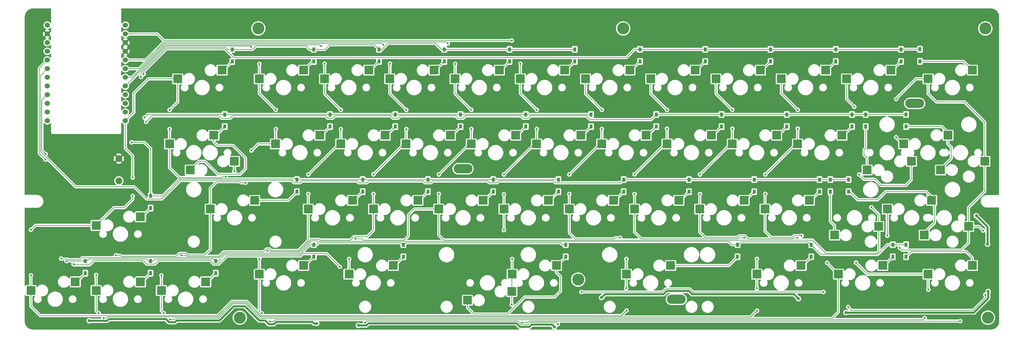
<source format=gbl>
G04 #@! TF.GenerationSoftware,KiCad,Pcbnew,8.0.3*
G04 #@! TF.CreationDate,2024-07-31T18:52:23+09:00*
G04 #@! TF.ProjectId,reviung46,72657669-756e-4673-9436-2e6b69636164,ver 0.1*
G04 #@! TF.SameCoordinates,Original*
G04 #@! TF.FileFunction,Copper,L2,Bot*
G04 #@! TF.FilePolarity,Positive*
%FSLAX46Y46*%
G04 Gerber Fmt 4.6, Leading zero omitted, Abs format (unit mm)*
G04 Created by KiCad (PCBNEW 8.0.3) date 2024-07-31 18:52:23*
%MOMM*%
%LPD*%
G01*
G04 APERTURE LIST*
G04 #@! TA.AperFunction,SMDPad,CuDef*
%ADD10R,2.550000X2.500000*%
G04 #@! TD*
G04 #@! TA.AperFunction,WasherPad*
%ADD11O,5.500000X2.700000*%
G04 #@! TD*
G04 #@! TA.AperFunction,ComponentPad*
%ADD12C,3.500000*%
G04 #@! TD*
G04 #@! TA.AperFunction,ComponentPad*
%ADD13C,1.524000*%
G04 #@! TD*
G04 #@! TA.AperFunction,SMDPad,CuDef*
%ADD14R,0.950000X1.300000*%
G04 #@! TD*
G04 #@! TA.AperFunction,ComponentPad*
%ADD15C,2.000000*%
G04 #@! TD*
G04 #@! TA.AperFunction,ViaPad*
%ADD16C,0.600000*%
G04 #@! TD*
G04 #@! TA.AperFunction,ViaPad*
%ADD17C,0.900000*%
G04 #@! TD*
G04 #@! TA.AperFunction,Conductor*
%ADD18C,0.200000*%
G04 #@! TD*
G04 #@! TA.AperFunction,Conductor*
%ADD19C,0.600000*%
G04 #@! TD*
G04 APERTURE END LIST*
D10*
X208347500Y-60480000D03*
X221274500Y-57940000D03*
X146435000Y-41430000D03*
X159362000Y-38890000D03*
X163103750Y-98580000D03*
X176030750Y-96040000D03*
X179772500Y-79530000D03*
X192699500Y-76990000D03*
X279667500Y-65560000D03*
X266740500Y-68100000D03*
X160722500Y-79530000D03*
X173649500Y-76990000D03*
X277403750Y-60480000D03*
X290330750Y-57940000D03*
X284547500Y-98580000D03*
X297474500Y-96040000D03*
X22610000Y-103342500D03*
X35537000Y-100802500D03*
X189297500Y-60480000D03*
X202224500Y-57940000D03*
X258353750Y-98580000D03*
X271280750Y-96040000D03*
D11*
X211035000Y-105935000D03*
D10*
X284547500Y-41430000D03*
X297474500Y-38890000D03*
X60710000Y-103342500D03*
X73637000Y-100802500D03*
X260735000Y-41430000D03*
X273662000Y-38890000D03*
X217872500Y-79530000D03*
X230799500Y-76990000D03*
D11*
X148775000Y-67725000D03*
D10*
X227397500Y-60480000D03*
X240324500Y-57940000D03*
X241685000Y-41430000D03*
X254612000Y-38890000D03*
X65472500Y-41430000D03*
X78399500Y-38890000D03*
X82023750Y-65560000D03*
X69096750Y-68100000D03*
X41660000Y-103342500D03*
X54587000Y-100802500D03*
X236922500Y-79530000D03*
X249849500Y-76990000D03*
X115478750Y-98580000D03*
X128405750Y-96040000D03*
D12*
X195500000Y-26680000D03*
D10*
X89285000Y-41430000D03*
X102212000Y-38890000D03*
X122622500Y-79530000D03*
X135549500Y-76990000D03*
X113097500Y-60480000D03*
X126024500Y-57940000D03*
X63091250Y-60480000D03*
X76018250Y-57940000D03*
D13*
X50177536Y-25749658D03*
X50179659Y-28290796D03*
X50174594Y-30836035D03*
X50172902Y-33375914D03*
X50177897Y-35915789D03*
X50174308Y-38451661D03*
X50175413Y-40995867D03*
X50176119Y-43540124D03*
X50176910Y-46076952D03*
X50176961Y-48616348D03*
X50175906Y-51153756D03*
X50175833Y-53695109D03*
X27386271Y-53699546D03*
X27386015Y-51155769D03*
X27388701Y-48615828D03*
X27384937Y-46077006D03*
X27384251Y-43537588D03*
X27387795Y-40997022D03*
X27386290Y-38453946D03*
X27386234Y-35914438D03*
X27384161Y-33374382D03*
X27384783Y-30834038D03*
X27387147Y-28293779D03*
X27370000Y-25735000D03*
D12*
X83600000Y-111300000D03*
D10*
X141672500Y-79530000D03*
X154599500Y-76990000D03*
X41660000Y-84292500D03*
X54587000Y-81752500D03*
X74997500Y-79530000D03*
X87924500Y-76990000D03*
X89285000Y-98580000D03*
X102212000Y-96040000D03*
X234541250Y-98580000D03*
X247468250Y-96040000D03*
X246447500Y-60480000D03*
X259374500Y-57940000D03*
D12*
X302000000Y-111300000D03*
D10*
X108335000Y-41430000D03*
X121262000Y-38890000D03*
X162986250Y-103660000D03*
X150059250Y-106200000D03*
X272641250Y-79530000D03*
X285568250Y-76990000D03*
X196441250Y-98580000D03*
X209368250Y-96040000D03*
D12*
X301245000Y-26680000D03*
D10*
X296336250Y-84610000D03*
X283409250Y-87150000D03*
X127385000Y-41430000D03*
X140312000Y-38890000D03*
X170247500Y-60480000D03*
X183174500Y-57940000D03*
D11*
X280610000Y-48615000D03*
D10*
X184535000Y-41430000D03*
X197462000Y-38890000D03*
X94047500Y-60480000D03*
X106974500Y-57940000D03*
X132147500Y-60480000D03*
X145074500Y-57940000D03*
D12*
X89000000Y-26680000D03*
D10*
X151197500Y-60480000D03*
X164124500Y-57940000D03*
X270142500Y-84610000D03*
X257215500Y-87150000D03*
X165485000Y-41430000D03*
X178412000Y-38890000D03*
D12*
X182370000Y-100170000D03*
D10*
X103572500Y-79530000D03*
X116499500Y-76990000D03*
X198822500Y-79530000D03*
X211749500Y-76990000D03*
X301098750Y-65560000D03*
X288171750Y-68100000D03*
X222635000Y-41430000D03*
X235562000Y-38890000D03*
X203585000Y-41430000D03*
X216512000Y-38890000D03*
D14*
X274238750Y-89945000D03*
X274238750Y-93495000D03*
X228900000Y-89945000D03*
X228900000Y-93495000D03*
X131363750Y-89945000D03*
X131363750Y-93495000D03*
X157557500Y-70895000D03*
X157557500Y-74445000D03*
X205182500Y-51845000D03*
X205182500Y-55395000D03*
X282170000Y-32755000D03*
X282170000Y-36305000D03*
X224232500Y-51845000D03*
X224232500Y-55395000D03*
X148032500Y-51845000D03*
X148032500Y-55395000D03*
X178750000Y-89945000D03*
X178750000Y-93495000D03*
X128982500Y-51845000D03*
X128982500Y-55395000D03*
X233757500Y-70895000D03*
X233757500Y-74445000D03*
X276620000Y-32795000D03*
X276620000Y-36345000D03*
X167082500Y-51845000D03*
X167082500Y-55395000D03*
X257570000Y-32795000D03*
X257570000Y-36345000D03*
X138507500Y-70895000D03*
X138507500Y-74445000D03*
X266300000Y-51845000D03*
X266300000Y-55395000D03*
X262332500Y-51845000D03*
X262332500Y-55395000D03*
X109932500Y-51845000D03*
X109932500Y-55395000D03*
D15*
X48275000Y-71250000D03*
X48275000Y-64750000D03*
D14*
X100250000Y-70895000D03*
X100250000Y-74445000D03*
X278100000Y-51845000D03*
X278100000Y-55395000D03*
X256000000Y-70895000D03*
X256000000Y-74445000D03*
X143270000Y-32795000D03*
X143270000Y-36345000D03*
X238520000Y-32795000D03*
X238520000Y-36345000D03*
X186132500Y-51845000D03*
X186132500Y-55395000D03*
X243282500Y-51845000D03*
X243282500Y-55395000D03*
X261300000Y-70895000D03*
X261300000Y-74445000D03*
X176607500Y-70895000D03*
X176607500Y-74445000D03*
X119457500Y-70895000D03*
X119457500Y-74445000D03*
X124220000Y-32795000D03*
X124220000Y-36345000D03*
X214707500Y-70895000D03*
X214707500Y-74445000D03*
X252807500Y-70895000D03*
X252807500Y-74445000D03*
X181370000Y-32795000D03*
X181370000Y-36345000D03*
X200420000Y-32795000D03*
X200420000Y-36345000D03*
X195657500Y-70895000D03*
X195657500Y-74445000D03*
X162320000Y-32795000D03*
X162320000Y-36345000D03*
X105170000Y-89945000D03*
X105170000Y-93495000D03*
X38495000Y-94707500D03*
X38495000Y-98257500D03*
X250426250Y-89945000D03*
X250426250Y-93495000D03*
X79200000Y-51845000D03*
X79200000Y-55395000D03*
X57545000Y-94707500D03*
X57545000Y-98257500D03*
X57545000Y-75657500D03*
X57545000Y-79207500D03*
X105170000Y-32795000D03*
X105170000Y-36345000D03*
X81357500Y-32795000D03*
X81357500Y-36345000D03*
X219470000Y-32795000D03*
X219470000Y-36345000D03*
X76595000Y-94707500D03*
X76595000Y-98257500D03*
X278100000Y-89945000D03*
X278100000Y-93495000D03*
D16*
X133900000Y-87800000D03*
X72000000Y-25000000D03*
X133000000Y-101000000D03*
X165000000Y-25000000D03*
X52500000Y-39400000D03*
X54000000Y-23000000D03*
X108000000Y-25000000D03*
X223000000Y-25000000D03*
X137500000Y-80700000D03*
X54100000Y-37100000D03*
X58000000Y-113700000D03*
X34000000Y-90000000D03*
X108000000Y-100000000D03*
X171700000Y-114200000D03*
X146270000Y-100010000D03*
X286200000Y-111400000D03*
X279550000Y-101305000D03*
X302000000Y-93600000D03*
X303700000Y-84800000D03*
X204000000Y-106000000D03*
X261000000Y-25000000D03*
X229000000Y-106000000D03*
X140600000Y-87800000D03*
X82000000Y-103000000D03*
X146000000Y-25000000D03*
X253000000Y-100000000D03*
X58000000Y-107000000D03*
X285000000Y-25000000D03*
X54900000Y-56900000D03*
X303700000Y-80400000D03*
X22400000Y-113700000D03*
X297100000Y-111400000D03*
X203000000Y-25000000D03*
X75100000Y-69000000D03*
X55750000Y-52750000D03*
X227400000Y-56000000D03*
X108350000Y-37000000D03*
X246400000Y-87950000D03*
X217950000Y-69400000D03*
X113100000Y-56100000D03*
X107300000Y-31800000D03*
X103600000Y-75100000D03*
X255050000Y-95250000D03*
X217940027Y-75131918D03*
X113100000Y-50500000D03*
X61400000Y-110000000D03*
X63200000Y-111800000D03*
X60700000Y-98900000D03*
X103600000Y-69400000D03*
X66500000Y-93050000D03*
X227400000Y-50500000D03*
X56250000Y-54000000D03*
X54750000Y-40850000D03*
X55500000Y-40050000D03*
X89300000Y-37050000D03*
X198850000Y-69350000D03*
X198843068Y-75102457D03*
X86900000Y-32100000D03*
X41650000Y-98800000D03*
X94100000Y-50500000D03*
X234550000Y-102700000D03*
X85250000Y-71850000D03*
X42400000Y-110000000D03*
X47400000Y-93050000D03*
X208300000Y-56000000D03*
X87000000Y-62400000D03*
X234600000Y-109250000D03*
X43800000Y-111400000D03*
X94100000Y-56100000D03*
X208300000Y-50500000D03*
X230900000Y-87950000D03*
X234550000Y-94100000D03*
X52000000Y-60000000D03*
D17*
X302050000Y-103650000D03*
X118200000Y-113550000D03*
X246700000Y-105750000D03*
X301900000Y-89800000D03*
X39600000Y-112200000D03*
X189200000Y-105400000D03*
X175450000Y-114000000D03*
X298610000Y-81470000D03*
X106050000Y-113000000D03*
X260550000Y-109780000D03*
D16*
X141700000Y-69400000D03*
X115500000Y-94150000D03*
X146450000Y-37050000D03*
X141700000Y-75100000D03*
X264400000Y-69400000D03*
X151200000Y-56100000D03*
X268000000Y-79000000D03*
X151200000Y-50500000D03*
X263000000Y-49600000D03*
X144300000Y-31100000D03*
X117350000Y-88200000D03*
X272650000Y-87300000D03*
X276250000Y-90850000D03*
X293900000Y-112300000D03*
X163000000Y-107500000D03*
X165500000Y-37000000D03*
X163000000Y-30200000D03*
X160700000Y-75200000D03*
X300600000Y-85800000D03*
X170300000Y-50500000D03*
X160700000Y-69400000D03*
X275200000Y-47300000D03*
X275200000Y-58500000D03*
X160700000Y-85700000D03*
X170300000Y-56100000D03*
X163100000Y-94150000D03*
X166000000Y-112750000D03*
X189300000Y-56100000D03*
X194600000Y-87900000D03*
X179800000Y-69400000D03*
X82000000Y-68500000D03*
X196450000Y-94150000D03*
X179800000Y-75100000D03*
X22600000Y-85600000D03*
X79500000Y-70050000D03*
X52300000Y-75700000D03*
X52300000Y-70300000D03*
X22600000Y-98900000D03*
X63100000Y-50500000D03*
X196500000Y-109200000D03*
X63100000Y-56100000D03*
X189300000Y-50500000D03*
X196400000Y-102650000D03*
X125500000Y-31500000D03*
X237000000Y-75100000D03*
X263500000Y-95200000D03*
X237000000Y-69400000D03*
X283560000Y-111400000D03*
X91600000Y-91800000D03*
X90000000Y-110000000D03*
X246500000Y-56000000D03*
X122611484Y-69381779D03*
X92400000Y-112400000D03*
X122600000Y-75100000D03*
X247600000Y-87300000D03*
X89300000Y-94100000D03*
X132200000Y-56100000D03*
X246500000Y-50500000D03*
X127450000Y-37000000D03*
X132200000Y-50500000D03*
X284600000Y-103100000D03*
X33000000Y-94750000D03*
X26900000Y-63400000D03*
X26900000Y-65100000D03*
X31400000Y-94000000D03*
X183300000Y-103800000D03*
X254000000Y-103800000D03*
X301250000Y-104600000D03*
X261200000Y-108200000D03*
X176450000Y-113200000D03*
X120150000Y-112750000D03*
X112800000Y-96400000D03*
X35050000Y-95650000D03*
D18*
X109932500Y-51845000D02*
X79200000Y-51845000D01*
X56655000Y-51845000D02*
X55750000Y-52750000D01*
X167082500Y-51845000D02*
X148032500Y-51845000D01*
X128982500Y-51845000D02*
X109932500Y-51845000D01*
X186132500Y-51845000D02*
X167082500Y-51845000D01*
X79200000Y-51845000D02*
X56655000Y-51845000D01*
X148032500Y-51845000D02*
X128982500Y-51845000D01*
X92805344Y-91639658D02*
X92365686Y-91200000D01*
X106945000Y-31445000D02*
X107300000Y-31800000D01*
X81551472Y-107300000D02*
X85320099Y-107300000D01*
X60710000Y-98890000D02*
X60710000Y-98860000D01*
X222635000Y-41430000D02*
X222635000Y-45735000D01*
X67850000Y-93050000D02*
X66500000Y-93050000D01*
X222635000Y-45735000D02*
X227400000Y-50500000D01*
X229134314Y-87550000D02*
X228900000Y-87784315D01*
X231148529Y-87350000D02*
X229334314Y-87350000D01*
X60710000Y-103342500D02*
X60710000Y-98910000D01*
X61705557Y-31445000D02*
X52154690Y-40995867D01*
X105845000Y-31445000D02*
X106945000Y-31445000D01*
X228889315Y-87795000D02*
X219450000Y-87795000D01*
X63200000Y-111800000D02*
X64600000Y-111800000D01*
X227400000Y-56000000D02*
X227397500Y-56002500D01*
X91351471Y-91200000D02*
X90550000Y-92001471D01*
X227397500Y-56002500D02*
X227397500Y-60480000D01*
X105845000Y-31445000D02*
X61705557Y-31445000D01*
X255050000Y-95276250D02*
X255050000Y-95250000D01*
X60710000Y-109310000D02*
X61400000Y-110000000D01*
X90550000Y-92001471D02*
X90550000Y-92039658D01*
X217872500Y-79530000D02*
X217872500Y-75127500D01*
X103600000Y-75100000D02*
X103572500Y-75072500D01*
X231993529Y-88195000D02*
X231148529Y-87350000D01*
X113100000Y-56100000D02*
X113097500Y-56097500D01*
X113100000Y-50500000D02*
X108335000Y-45735000D01*
X52154690Y-40995867D02*
X50175413Y-40995867D01*
X113097500Y-60480000D02*
X112520000Y-60480000D01*
X217872500Y-86217500D02*
X217872500Y-79530000D01*
X245055000Y-88195000D02*
X231993529Y-88195000D01*
X222635000Y-41430000D02*
X222635000Y-45300000D01*
X113097500Y-56102500D02*
X113100000Y-56100000D01*
X103572500Y-88675444D02*
X100608286Y-91639658D01*
X227397500Y-55997500D02*
X227400000Y-56000000D01*
X60710000Y-98910000D02*
X60700000Y-98900000D01*
X217868082Y-75131918D02*
X217940027Y-75131918D01*
X108350000Y-37000000D02*
X108335000Y-36985000D01*
X258353750Y-98580000D02*
X255050000Y-95276250D01*
X68150000Y-93350000D02*
X67850000Y-93050000D01*
X103572500Y-79530000D02*
X103572500Y-75127500D01*
X108335000Y-45735000D02*
X108335000Y-41430000D01*
X90550000Y-92039658D02*
X78828970Y-92039658D01*
X64600000Y-111800000D02*
X64900000Y-111500000D01*
X219450000Y-87795000D02*
X217872500Y-86217500D01*
X77351472Y-111500000D02*
X81551472Y-107300000D01*
X85320099Y-107300000D02*
X89520099Y-111500000D01*
X217950000Y-69400000D02*
X226870000Y-60480000D01*
X100608286Y-91639658D02*
X92805344Y-91639658D01*
X112520000Y-60480000D02*
X103600000Y-69400000D01*
X113097500Y-60480000D02*
X113097500Y-56102500D01*
X77518628Y-93350000D02*
X68150000Y-93350000D01*
X258353750Y-109646250D02*
X258353750Y-98580000D01*
X103572500Y-75127500D02*
X103600000Y-75100000D01*
X78828970Y-92039658D02*
X77518628Y-93350000D01*
X108335000Y-37015000D02*
X108350000Y-37000000D01*
X108335000Y-41430000D02*
X108335000Y-37015000D01*
X222635000Y-45735000D02*
X222635000Y-45300000D01*
X245300000Y-87950000D02*
X245055000Y-88195000D01*
X89520099Y-111500000D02*
X256500000Y-111500000D01*
X229334314Y-87350000D02*
X229134314Y-87550000D01*
X226870000Y-60480000D02*
X227397500Y-60480000D01*
X60710000Y-103342500D02*
X60710000Y-109310000D01*
X92365686Y-91200000D02*
X91351471Y-91200000D01*
X217872500Y-75127500D02*
X217868082Y-75131918D01*
X228900000Y-87784315D02*
X228889315Y-87795000D01*
X113097500Y-50502500D02*
X113100000Y-50500000D01*
X217940027Y-75131918D02*
X217940027Y-75059973D01*
X246400000Y-87950000D02*
X245300000Y-87950000D01*
X64900000Y-111500000D02*
X77351472Y-111500000D01*
X256500000Y-111500000D02*
X258353750Y-109646250D01*
X60700000Y-98900000D02*
X60710000Y-98890000D01*
X103572500Y-79530000D02*
X103572500Y-88675444D01*
X166300000Y-53000000D02*
X167750000Y-53000000D01*
X129700000Y-53000000D02*
X130455000Y-52245000D01*
X108545000Y-52245000D02*
X109300000Y-53000000D01*
X147300000Y-52950000D02*
X148745000Y-52950000D01*
X111455000Y-52245000D02*
X127545000Y-52245000D01*
X78255000Y-53000000D02*
X80750000Y-53000000D01*
X81505000Y-52245000D02*
X108545000Y-52245000D01*
X148745000Y-52950000D02*
X149450000Y-52245000D01*
X77495000Y-52250000D02*
X77500000Y-52245000D01*
X262332500Y-51845000D02*
X243282500Y-51845000D01*
X266300000Y-51845000D02*
X262332500Y-51845000D01*
X128300000Y-53000000D02*
X129700000Y-53000000D01*
X56250000Y-54000000D02*
X58000000Y-52250000D01*
X149450000Y-52245000D02*
X165545000Y-52245000D01*
X278100000Y-51845000D02*
X266300000Y-51845000D01*
X224232500Y-51845000D02*
X205182500Y-51845000D01*
X168500000Y-52250000D02*
X184750000Y-52250000D01*
X127545000Y-52245000D02*
X128300000Y-53000000D01*
X185850000Y-53350000D02*
X203677500Y-53350000D01*
X80750000Y-53000000D02*
X81505000Y-52245000D01*
X110700000Y-53000000D02*
X111455000Y-52245000D01*
X58000000Y-52250000D02*
X77495000Y-52250000D01*
X184750000Y-52250000D02*
X185850000Y-53350000D01*
X146595000Y-52245000D02*
X147300000Y-52950000D01*
X243282500Y-51845000D02*
X224232500Y-51845000D01*
X203677500Y-53350000D02*
X205182500Y-51845000D01*
X130455000Y-52245000D02*
X146595000Y-52245000D01*
X165545000Y-52245000D02*
X166300000Y-53000000D01*
X77500000Y-52245000D02*
X78255000Y-53000000D01*
X109300000Y-53000000D02*
X110700000Y-53000000D01*
X167750000Y-53000000D02*
X168500000Y-52250000D01*
X87350000Y-32795000D02*
X88300000Y-31845000D01*
X62100000Y-32245000D02*
X62036929Y-32245000D01*
X109800000Y-31445000D02*
X108450000Y-32795000D01*
X140750000Y-31045000D02*
X126803529Y-31045000D01*
X108450000Y-32795000D02*
X105170000Y-32795000D01*
X54750000Y-40850000D02*
X54750000Y-39531928D01*
X162320000Y-32795000D02*
X143270000Y-32795000D01*
X126803529Y-31045000D02*
X125053529Y-32795000D01*
X55840964Y-38440965D02*
X54900000Y-39381929D01*
X88300000Y-31845000D02*
X103000000Y-31845000D01*
X81357500Y-32795000D02*
X87350000Y-32795000D01*
X181370000Y-32795000D02*
X162320000Y-32795000D01*
X54750000Y-39531928D02*
X57640964Y-36640964D01*
X124220000Y-32795000D02*
X122870000Y-31445000D01*
X62036929Y-32245000D02*
X57640964Y-36640964D01*
X142500000Y-32795000D02*
X140750000Y-31045000D01*
X125053529Y-32795000D02*
X124220000Y-32795000D01*
X79500000Y-32245000D02*
X62100000Y-32245000D01*
X80050000Y-32795000D02*
X79500000Y-32245000D01*
X57640964Y-36640964D02*
X55840964Y-38440965D01*
X103000000Y-31845000D02*
X103950000Y-32795000D01*
X103950000Y-32795000D02*
X105170000Y-32795000D01*
X81357500Y-32795000D02*
X80050000Y-32795000D01*
X122870000Y-31445000D02*
X109800000Y-31445000D01*
X143270000Y-32795000D02*
X142500000Y-32795000D01*
X276660000Y-32755000D02*
X276620000Y-32795000D01*
X276620000Y-32795000D02*
X257570000Y-32795000D01*
X257570000Y-32795000D02*
X238520000Y-32795000D01*
X55500000Y-40050000D02*
X55500000Y-39347614D01*
X282170000Y-32755000D02*
X276660000Y-32755000D01*
X219470000Y-32795000D02*
X200420000Y-32795000D01*
X81850000Y-35200000D02*
X196450000Y-35200000D01*
X238520000Y-32795000D02*
X219470000Y-32795000D01*
X62202614Y-32645000D02*
X79295000Y-32645000D01*
X196450000Y-35200000D02*
X198855000Y-32795000D01*
X198855000Y-32795000D02*
X200420000Y-32795000D01*
X55500000Y-39347614D02*
X62202614Y-32645000D01*
X79295000Y-32645000D02*
X81850000Y-35200000D01*
X94047500Y-56152500D02*
X94100000Y-56100000D01*
X234550000Y-109250000D02*
X234600000Y-109250000D01*
X198850000Y-69350000D02*
X207720000Y-60480000D01*
X230900000Y-87950000D02*
X229300000Y-87950000D01*
X83687500Y-71612500D02*
X83862500Y-71787500D01*
X74997500Y-91302500D02*
X73350000Y-92950000D01*
X86900000Y-32100000D02*
X86645000Y-31845000D01*
X198843068Y-75104432D02*
X198843068Y-75102457D01*
X94047500Y-60480000D02*
X94047500Y-56152500D01*
X232700000Y-111100000D02*
X234550000Y-109250000D01*
X198822500Y-75125000D02*
X198843068Y-75104432D01*
X44800000Y-111400000D02*
X45100000Y-111100000D01*
X208300000Y-56000000D02*
X208347500Y-56047500D01*
X43800000Y-111400000D02*
X44800000Y-111400000D01*
X65900000Y-92450000D02*
X65000000Y-93350000D01*
X86645000Y-31845000D02*
X61871243Y-31845000D01*
X203585000Y-45785000D02*
X208300000Y-50500000D01*
X85250000Y-71850000D02*
X85237500Y-71862500D01*
X83925000Y-71850000D02*
X83600000Y-71525000D01*
X74997500Y-79530000D02*
X74997500Y-91302500D01*
X74997500Y-79530000D02*
X74997500Y-73377500D01*
X203585000Y-41430000D02*
X203585000Y-45785000D01*
X45100000Y-111100000D02*
X77185786Y-111100000D01*
X234541250Y-102691250D02*
X234550000Y-102700000D01*
X207720000Y-60480000D02*
X208347500Y-60480000D01*
X68315686Y-92950000D02*
X67815686Y-92450000D01*
X234541250Y-98580000D02*
X234541250Y-102691250D01*
X234541250Y-94108750D02*
X234550000Y-94100000D01*
X198843068Y-75102457D02*
X198845043Y-75102457D01*
X234541250Y-98580000D02*
X234541250Y-94108750D01*
X83600000Y-71525000D02*
X83687500Y-71612500D01*
X81385786Y-106900000D02*
X85485785Y-106900000D01*
X234550000Y-102700000D02*
X234541250Y-102708750D01*
X198822500Y-86222500D02*
X198822500Y-79530000D01*
X208347500Y-56047500D02*
X208347500Y-60480000D01*
X41650000Y-98800000D02*
X41660000Y-98860000D01*
X67815686Y-92450000D02*
X65900000Y-92450000D01*
X41660000Y-103342500D02*
X41660000Y-109260000D01*
X89285000Y-45685000D02*
X89285000Y-41430000D01*
X200795000Y-88195000D02*
X198822500Y-86222500D01*
X226200000Y-111100000D02*
X232750000Y-111100000D01*
X226200000Y-111100000D02*
X232700000Y-111100000D01*
X89285000Y-41430000D02*
X89300000Y-37050000D01*
X77185786Y-111100000D02*
X81385786Y-106900000D01*
X61871243Y-31845000D02*
X50176119Y-43540124D01*
X208347500Y-55952500D02*
X208300000Y-56000000D01*
X73350000Y-92950000D02*
X68315686Y-92950000D01*
X203585000Y-41430000D02*
X203585000Y-45000000D01*
X41660000Y-103342500D02*
X41650000Y-98800000D01*
X48700000Y-93050000D02*
X47400000Y-93050000D01*
X41660000Y-109260000D02*
X42400000Y-110000000D01*
X234600000Y-109250000D02*
X234600000Y-109200000D01*
X89685785Y-111100000D02*
X226200000Y-111100000D01*
X203585000Y-45785000D02*
X203585000Y-45000000D01*
X76850000Y-71525000D02*
X83600000Y-71525000D01*
X229300000Y-87950000D02*
X229055000Y-88195000D01*
X234600000Y-109200000D02*
X234550000Y-109250000D01*
X89300000Y-37050000D02*
X89285000Y-37035000D01*
X49000000Y-93350000D02*
X48700000Y-93050000D01*
X88920000Y-60480000D02*
X87000000Y-62400000D01*
X65000000Y-93350000D02*
X49000000Y-93350000D01*
X229055000Y-88195000D02*
X200795000Y-88195000D01*
X94100000Y-56100000D02*
X94047500Y-56047500D01*
X74997500Y-73377500D02*
X76850000Y-71525000D01*
X94047500Y-60480000D02*
X88920000Y-60480000D01*
X94100000Y-50500000D02*
X89285000Y-45685000D01*
X232750000Y-111100000D02*
X234600000Y-109250000D01*
X85485785Y-106900000D02*
X89685785Y-111100000D01*
X198822500Y-79530000D02*
X198822500Y-75125000D01*
X85250000Y-71850000D02*
X83925000Y-71850000D01*
X100080000Y-70725000D02*
X66025000Y-70725000D01*
X66025000Y-70725000D02*
X61092500Y-75657500D01*
X61092500Y-75657500D02*
X57545000Y-75657500D01*
X157557500Y-70895000D02*
X138507500Y-70895000D01*
X100250000Y-70895000D02*
X119457500Y-70895000D01*
X138507500Y-70895000D02*
X119457500Y-70895000D01*
X57545000Y-61795000D02*
X55750000Y-60000000D01*
X176607500Y-70895000D02*
X157557500Y-70895000D01*
X100250000Y-70895000D02*
X100080000Y-70725000D01*
X57545000Y-75657500D02*
X57545000Y-61795000D01*
X55750000Y-60000000D02*
X52000000Y-60000000D01*
D19*
X208248528Y-103450000D02*
X214700000Y-103450000D01*
X215650000Y-104400000D02*
X245350000Y-104400000D01*
X45350000Y-111700000D02*
X61968629Y-111700000D01*
X189200000Y-105400000D02*
X190200000Y-104400000D01*
X81800000Y-107900000D02*
X85071571Y-107900000D01*
X164350000Y-112900000D02*
X122333033Y-112900000D01*
X302050000Y-103650000D02*
X302050000Y-103550000D01*
X77600000Y-112100000D02*
X81800000Y-107900000D01*
X174550000Y-113300000D02*
X168750000Y-113300000D01*
X168750000Y-113300000D02*
X168100000Y-113950000D01*
X94148528Y-112500000D02*
X104750000Y-112500000D01*
X85071571Y-107900000D02*
X89271571Y-112100000D01*
X92068629Y-113200000D02*
X93448528Y-113200000D01*
X165400000Y-113950000D02*
X164350000Y-112900000D01*
X62868629Y-112600000D02*
X64650000Y-112600000D01*
X104750000Y-112500000D02*
X105250000Y-113000000D01*
X295600000Y-109780000D02*
X297900000Y-109780000D01*
X190200000Y-104400000D02*
X207298528Y-104400000D01*
X93448528Y-113200000D02*
X94148528Y-112500000D01*
X39600000Y-112200000D02*
X44850000Y-112200000D01*
X295600000Y-109780000D02*
X297848528Y-109780000D01*
X120481371Y-113550000D02*
X118200000Y-113550000D01*
X207298528Y-104400000D02*
X208248528Y-103450000D01*
X90968629Y-112100000D02*
X92068629Y-113200000D01*
X260550000Y-109780000D02*
X295600000Y-109780000D01*
X121131371Y-112900000D02*
X120481371Y-113550000D01*
X61968629Y-111700000D02*
X62868629Y-112600000D01*
X214700000Y-103450000D02*
X215650000Y-104400000D01*
X44850000Y-112200000D02*
X45350000Y-111700000D01*
X297848528Y-109780000D02*
X302050000Y-105578528D01*
X89271571Y-112100000D02*
X90968629Y-112100000D01*
X39600000Y-112200000D02*
X39550000Y-112200000D01*
X122333033Y-112900000D02*
X121131371Y-112900000D01*
X301900000Y-89800000D02*
X301900000Y-84760000D01*
X302050000Y-105578528D02*
X302050000Y-103650000D01*
X174750000Y-113300000D02*
X174550000Y-113300000D01*
X65150000Y-112100000D02*
X77600000Y-112100000D01*
X245350000Y-104400000D02*
X246700000Y-105750000D01*
X105250000Y-113000000D02*
X106050000Y-113000000D01*
X175450000Y-114000000D02*
X174750000Y-113300000D01*
X168100000Y-113950000D02*
X165400000Y-113950000D01*
X301900000Y-84760000D02*
X298610000Y-81470000D01*
X64650000Y-112600000D02*
X65150000Y-112100000D01*
D18*
X141672500Y-75127500D02*
X141672500Y-79530000D01*
X151197500Y-50502500D02*
X151200000Y-50500000D01*
X119605000Y-88595000D02*
X131605000Y-88595000D01*
X144300000Y-31100000D02*
X143845000Y-30645000D01*
X151200000Y-56100000D02*
X151197500Y-56097500D01*
X151197500Y-60480000D02*
X151197500Y-56102500D01*
X263000000Y-49600000D02*
X260735000Y-47335000D01*
X143845000Y-30645000D02*
X61374185Y-30645000D01*
X131605000Y-88595000D02*
X132800000Y-87400000D01*
X270142500Y-84610000D02*
X270142500Y-81142500D01*
X141672500Y-87152500D02*
X143115000Y-88595000D01*
X146435000Y-41430000D02*
X146435000Y-37065000D01*
X270800000Y-72600000D02*
X269000000Y-70800000D01*
X119210000Y-88200000D02*
X119605000Y-88595000D01*
X265800000Y-70800000D02*
X264400000Y-69400000D01*
X115500000Y-94150000D02*
X115478750Y-94128750D01*
X146435000Y-45735000D02*
X146435000Y-41430000D01*
X61374185Y-30645000D02*
X56103396Y-35915789D01*
X260735000Y-47335000D02*
X260735000Y-41430000D01*
X269000000Y-70800000D02*
X265800000Y-70800000D01*
X132800000Y-81250000D02*
X134520000Y-79530000D01*
X151200000Y-50500000D02*
X146435000Y-45735000D01*
X278000000Y-72600000D02*
X270800000Y-72600000D01*
X115478750Y-98580000D02*
X115478750Y-94171250D01*
X56103396Y-35915789D02*
X50177897Y-35915789D01*
X250801250Y-88595000D02*
X254606250Y-92400000D01*
X141700000Y-75100000D02*
X141672500Y-75127500D01*
X279613750Y-70986250D02*
X278000000Y-72600000D01*
X254606250Y-92400000D02*
X269600000Y-92400000D01*
X146435000Y-37065000D02*
X146450000Y-37050000D01*
X141672500Y-75072500D02*
X141700000Y-75100000D01*
X269600000Y-92400000D02*
X270142500Y-91857500D01*
X132800000Y-87400000D02*
X132800000Y-81250000D01*
X270142500Y-81142500D02*
X268000000Y-79000000D01*
X115478750Y-94171250D02*
X115500000Y-94150000D01*
X141700000Y-69400000D02*
X150620000Y-60480000D01*
X141672500Y-79530000D02*
X141672500Y-87152500D01*
X143115000Y-88595000D02*
X250801250Y-88595000D01*
X150620000Y-60480000D02*
X151197500Y-60480000D01*
X279667500Y-65560000D02*
X279613750Y-65613750D01*
X134520000Y-79530000D02*
X141672500Y-79530000D01*
X146450000Y-37050000D02*
X146435000Y-37035000D01*
X270142500Y-91857500D02*
X270142500Y-84610000D01*
X279613750Y-65613750D02*
X279613750Y-70986250D01*
X117350000Y-88200000D02*
X119210000Y-88200000D01*
X151197500Y-56102500D02*
X151200000Y-56100000D01*
X276100000Y-90850000D02*
X276200000Y-90950000D01*
X165485000Y-45685000D02*
X167150000Y-47350000D01*
X163103750Y-94153750D02*
X163100000Y-94150000D01*
X165485000Y-36985000D02*
X165500000Y-37000000D01*
X160700000Y-75200000D02*
X160722500Y-75222500D01*
X160722500Y-75222500D02*
X160722500Y-79530000D01*
X160722500Y-85400000D02*
X160722500Y-79530000D01*
X275200000Y-47300000D02*
X275200000Y-47200000D01*
X299360000Y-84610000D02*
X300550000Y-85800000D01*
X165500000Y-44415000D02*
X165485000Y-44400000D01*
X169620000Y-60480000D02*
X170247500Y-60480000D01*
X162986250Y-103660000D02*
X162986250Y-98697500D01*
X162986250Y-98697500D02*
X163103750Y-98580000D01*
X163103750Y-98580000D02*
X163103750Y-94153750D01*
X165485000Y-37015000D02*
X165485000Y-41430000D01*
X170247500Y-56047500D02*
X170300000Y-56100000D01*
X275200000Y-47200000D02*
X280970000Y-41430000D01*
X300550000Y-85800000D02*
X300600000Y-85800000D01*
X301098750Y-65560000D02*
X301098750Y-54098750D01*
X275200000Y-58600000D02*
X275200000Y-58500000D01*
X160700000Y-85700000D02*
X160700000Y-85650000D01*
X160700000Y-85650000D02*
X160722500Y-85672500D01*
X165485000Y-41430000D02*
X165485000Y-45685000D01*
X301098750Y-54098750D02*
X295200000Y-48200000D01*
X272641250Y-79530000D02*
X272641250Y-87291250D01*
X170300000Y-56100000D02*
X170247500Y-56152500D01*
X162986250Y-103660000D02*
X163000000Y-107500000D01*
X293900000Y-112300000D02*
X168000000Y-112300000D01*
X276950000Y-91550000D02*
X276250000Y-90850000D01*
X277080000Y-60480000D02*
X275200000Y-58600000D01*
X287000000Y-48200000D02*
X284547500Y-45747500D01*
X170300000Y-50500000D02*
X167150000Y-47350000D01*
X167550000Y-112750000D02*
X166000000Y-112750000D01*
X160700000Y-69400000D02*
X169620000Y-60480000D01*
X167150000Y-47350000D02*
X165500000Y-45700000D01*
X160750000Y-85700000D02*
X160700000Y-85700000D01*
X170247500Y-56152500D02*
X170247500Y-60480000D01*
X284547500Y-45747500D02*
X284547500Y-41430000D01*
X296336250Y-84610000D02*
X299360000Y-84610000D01*
X165500000Y-37000000D02*
X165485000Y-37015000D01*
X160722500Y-75177500D02*
X160700000Y-75200000D01*
X59490796Y-28290796D02*
X61400000Y-30200000D01*
X276250000Y-90850000D02*
X276100000Y-90850000D01*
X300600000Y-85800000D02*
X300600000Y-85850000D01*
X296336250Y-84610000D02*
X296336250Y-79063750D01*
X165485000Y-41430000D02*
X165485000Y-44400000D01*
X301098750Y-74301250D02*
X301098750Y-65560000D01*
X280970000Y-41430000D02*
X284547500Y-41430000D01*
X61400000Y-30200000D02*
X163000000Y-30200000D01*
X294145000Y-91550000D02*
X276950000Y-91550000D01*
X163000000Y-107500000D02*
X162986250Y-107486250D01*
X168000000Y-112300000D02*
X167550000Y-112750000D01*
X272641250Y-87291250D02*
X272650000Y-87300000D01*
X170247500Y-60480000D02*
X170247500Y-60752500D01*
X295200000Y-48200000D02*
X287000000Y-48200000D01*
X160722500Y-85672500D02*
X160722500Y-85400000D01*
X50179659Y-28290796D02*
X59490796Y-28290796D01*
X277403750Y-60480000D02*
X277080000Y-60480000D01*
X296336250Y-89358750D02*
X296336250Y-84610000D01*
X165485000Y-44400000D02*
X165485000Y-44685000D01*
X294145000Y-91550000D02*
X296336250Y-89358750D01*
X296336250Y-79063750D02*
X301098750Y-74301250D01*
X52792500Y-73000000D02*
X56400000Y-76607500D01*
X261300000Y-70895000D02*
X256000000Y-70895000D01*
X252807500Y-70895000D02*
X233757500Y-70895000D01*
X101145000Y-71850000D02*
X101700000Y-71295000D01*
X101700000Y-71295000D02*
X117800000Y-71295000D01*
X98755000Y-71125000D02*
X99480000Y-71850000D01*
X120650000Y-71845000D02*
X121200000Y-71295000D01*
X117800000Y-71295000D02*
X118350000Y-71845000D01*
X159250000Y-71295000D02*
X175150000Y-71295000D01*
X25400000Y-40440236D02*
X25400000Y-61500000D01*
X233757500Y-70895000D02*
X214707500Y-70895000D01*
X158700000Y-71845000D02*
X159250000Y-71295000D01*
X27386290Y-38453946D02*
X25400000Y-40440236D01*
X137050000Y-71295000D02*
X137600000Y-71845000D01*
X121200000Y-71295000D02*
X137050000Y-71295000D01*
X214707500Y-70895000D02*
X195657500Y-70895000D01*
X139900000Y-71295000D02*
X155900000Y-71295000D01*
X25400000Y-61500000D02*
X25400000Y-62748529D01*
X194707500Y-71845000D02*
X195657500Y-70895000D01*
X139350000Y-71845000D02*
X139900000Y-71295000D01*
X175700000Y-71845000D02*
X194707500Y-71845000D01*
X175150000Y-71295000D02*
X175700000Y-71845000D01*
X25400000Y-62748529D02*
X35651471Y-73000000D01*
X256000000Y-70895000D02*
X252807500Y-70895000D01*
X60767500Y-76607500D02*
X66250000Y-71125000D01*
X35651471Y-73000000D02*
X52792500Y-73000000D01*
X155900000Y-71295000D02*
X156450000Y-71845000D01*
X156450000Y-71845000D02*
X158700000Y-71845000D01*
X118350000Y-71845000D02*
X120650000Y-71845000D01*
X99480000Y-71850000D02*
X101145000Y-71850000D01*
X66250000Y-71125000D02*
X98755000Y-71125000D01*
X137600000Y-71845000D02*
X139350000Y-71845000D01*
X56400000Y-76607500D02*
X60767500Y-76607500D01*
X63100000Y-56100000D02*
X63091250Y-56091250D01*
X188720000Y-60480000D02*
X189297500Y-60480000D01*
X41660000Y-84292500D02*
X46852500Y-79100000D01*
X196450000Y-109200000D02*
X196500000Y-109200000D01*
X56870000Y-41430000D02*
X52650000Y-45650000D01*
X194600000Y-87900000D02*
X193250000Y-87900000D01*
X184535000Y-45100000D02*
X184535000Y-45735000D01*
X184535000Y-45735000D02*
X189300000Y-50500000D01*
X189300000Y-56100000D02*
X189297500Y-56102500D01*
X179800000Y-75100000D02*
X179800000Y-75097500D01*
X65472500Y-48127500D02*
X63100000Y-50500000D01*
X65975000Y-70325000D02*
X63091250Y-67441250D01*
X63091250Y-56108750D02*
X63100000Y-56100000D01*
X196400000Y-102650000D02*
X196441250Y-102608750D01*
X191950000Y-110700000D02*
X195000000Y-110700000D01*
X82023750Y-65560000D02*
X82000000Y-68500000D01*
X49900000Y-79100000D02*
X52300000Y-76700000D01*
X181495000Y-88195000D02*
X179772500Y-86472500D01*
X189297500Y-56102500D02*
X189297500Y-60480000D01*
X196450000Y-94150000D02*
X196441250Y-94141250D01*
X22610000Y-98910000D02*
X22600000Y-98900000D01*
X179797500Y-75100000D02*
X179800000Y-75100000D01*
X63091250Y-60480000D02*
X63091250Y-56108750D01*
X179800000Y-69400000D02*
X188720000Y-60480000D01*
X179772500Y-75125000D02*
X179797500Y-75100000D01*
X179772500Y-79530000D02*
X179772500Y-75125000D01*
X193250000Y-87900000D02*
X192955000Y-88195000D01*
X195000000Y-110700000D02*
X196500000Y-109200000D01*
X63091250Y-67441250D02*
X63091250Y-60480000D01*
X85651471Y-106500000D02*
X89851471Y-110700000D01*
X52300000Y-76700000D02*
X52300000Y-75700000D01*
X191950000Y-110700000D02*
X194950000Y-110700000D01*
X196500000Y-109150000D02*
X196450000Y-109200000D01*
X22610000Y-103342500D02*
X22610000Y-107910000D01*
X77020100Y-110700000D02*
X81220100Y-106500000D01*
X23907500Y-84292500D02*
X22600000Y-85600000D01*
X25400000Y-110700000D02*
X77020100Y-110700000D01*
X52300000Y-70300000D02*
X52300000Y-63900000D01*
X22610000Y-107910000D02*
X25400000Y-110700000D01*
X189297500Y-56097500D02*
X189300000Y-56100000D01*
X196441250Y-102608750D02*
X196441250Y-98580000D01*
X52300000Y-63900000D02*
X50175833Y-61775833D01*
X79500000Y-70050000D02*
X78500000Y-70050000D01*
X78225000Y-70325000D02*
X65975000Y-70325000D01*
X192955000Y-88195000D02*
X181495000Y-88195000D01*
X82000000Y-68500000D02*
X82023750Y-68473750D01*
X89851471Y-110700000D02*
X191950000Y-110700000D01*
X194950000Y-110700000D02*
X196450000Y-109200000D01*
X65472500Y-41430000D02*
X65472500Y-48127500D01*
X179772500Y-86472500D02*
X179772500Y-79530000D01*
X196500000Y-109200000D02*
X196500000Y-109150000D01*
X22610000Y-103342500D02*
X22610000Y-98910000D01*
X184535000Y-41430000D02*
X184535000Y-45100000D01*
X46852500Y-79100000D02*
X49900000Y-79100000D01*
X78500000Y-70050000D02*
X78225000Y-70325000D01*
X50175833Y-61775833D02*
X50175833Y-53695109D01*
X52650000Y-51220942D02*
X50175833Y-53695109D01*
X196441250Y-94158750D02*
X196450000Y-94150000D01*
X41660000Y-84292500D02*
X23907500Y-84292500D01*
X196441250Y-102691250D02*
X196400000Y-102650000D01*
X52650000Y-45650000D02*
X52650000Y-51220942D01*
X196441250Y-98580000D02*
X196441250Y-94158750D01*
X81220100Y-106500000D02*
X85651471Y-106500000D01*
X65472500Y-41430000D02*
X56870000Y-41430000D01*
X278450000Y-111900000D02*
X283050000Y-111900000D01*
X107090000Y-88595000D02*
X106890000Y-88395000D01*
X120750000Y-87600000D02*
X116845000Y-87600000D01*
X92639658Y-92039658D02*
X92400000Y-91800000D01*
X127450000Y-37000000D02*
X127385000Y-36935000D01*
X245920000Y-60480000D02*
X237000000Y-69400000D01*
X246447500Y-56052500D02*
X246500000Y-56000000D01*
X246500000Y-50500000D02*
X246447500Y-50447500D01*
X238700000Y-87795000D02*
X236922500Y-86017500D01*
X244889315Y-87795000D02*
X238700000Y-87795000D01*
X246500000Y-56000000D02*
X246447500Y-55947500D01*
X104418630Y-88395000D02*
X100773972Y-92039658D01*
X131513263Y-60480000D02*
X122611484Y-69381779D01*
X284547500Y-103047500D02*
X284547500Y-98580000D01*
X89285000Y-94065000D02*
X89300000Y-94050000D01*
X92400000Y-112400000D02*
X93400000Y-112400000D01*
X89285000Y-109285000D02*
X90000000Y-110000000D01*
X89285000Y-98580000D02*
X89285000Y-94115000D01*
X93400000Y-112400000D02*
X93900000Y-111900000D01*
X132200000Y-50500000D02*
X127385000Y-45685000D01*
X245384315Y-87300000D02*
X244889315Y-87795000D01*
X132200000Y-56100000D02*
X132147500Y-56047500D01*
X106890000Y-88395000D02*
X104418630Y-88395000D01*
X266850000Y-98580000D02*
X263500000Y-95230000D01*
X236922500Y-86017500D02*
X236922500Y-79530000D01*
X246447500Y-60480000D02*
X246447500Y-56052500D01*
X279800000Y-111900000D02*
X283050000Y-111900000D01*
X122622500Y-85727500D02*
X120750000Y-87600000D01*
X100773972Y-92039658D02*
X92639658Y-92039658D01*
X122600000Y-75100000D02*
X122622500Y-75077500D01*
X122622500Y-79530000D02*
X122622500Y-75122500D01*
X54133210Y-38451661D02*
X50174308Y-38451661D01*
X246447500Y-50447500D02*
X241685000Y-45685000D01*
X236922500Y-75177500D02*
X236922500Y-79530000D01*
X247600000Y-87300000D02*
X245384315Y-87300000D01*
X89285000Y-94115000D02*
X89300000Y-94100000D01*
X284600000Y-103100000D02*
X284547500Y-103047500D01*
X127385000Y-37065000D02*
X127450000Y-37000000D01*
X127385000Y-41430000D02*
X127385000Y-37065000D01*
X263500000Y-95200000D02*
X263470000Y-95200000D01*
X132147500Y-60480000D02*
X131513263Y-60480000D01*
X116845000Y-87600000D02*
X115850000Y-88595000D01*
X283550000Y-111400000D02*
X283560000Y-111400000D01*
X132147500Y-60480000D02*
X132147500Y-56152500D01*
X127385000Y-45685000D02*
X127385000Y-41430000D01*
X236922500Y-75022500D02*
X237000000Y-75100000D01*
X237000000Y-75100000D02*
X236922500Y-75177500D01*
X266850000Y-98580000D02*
X284547500Y-98580000D01*
X125045000Y-31045000D02*
X61539871Y-31045000D01*
X93900000Y-111900000D02*
X278450000Y-111900000D01*
X132147500Y-50552500D02*
X132200000Y-50500000D01*
X241685000Y-45685000D02*
X241685000Y-41430000D01*
X284547500Y-103152500D02*
X284600000Y-103100000D01*
X122622500Y-75122500D02*
X122600000Y-75100000D01*
X125500000Y-31500000D02*
X125045000Y-31045000D01*
X89285000Y-98580000D02*
X89285000Y-109285000D01*
X61539871Y-31045000D02*
X54133210Y-38451661D01*
X283560000Y-111400000D02*
X283560000Y-111390000D01*
X89285000Y-94085000D02*
X89285000Y-94065000D01*
X236922500Y-74877500D02*
X236922500Y-75022500D01*
X246447500Y-60480000D02*
X245920000Y-60480000D01*
X89300000Y-94100000D02*
X89285000Y-94085000D01*
X283050000Y-111900000D02*
X283550000Y-111400000D01*
X132147500Y-56152500D02*
X132200000Y-56100000D01*
X92400000Y-91800000D02*
X91600000Y-91800000D01*
X278450000Y-111900000D02*
X279800000Y-111900000D01*
X263500000Y-95230000D02*
X263500000Y-95200000D01*
X115850000Y-88595000D02*
X107090000Y-88595000D01*
X122622500Y-79530000D02*
X122622500Y-85727500D01*
X39400000Y-94150000D02*
X38842500Y-94707500D01*
X25800000Y-62300000D02*
X26900000Y-63400000D01*
X104000000Y-89945000D02*
X101095000Y-92850000D01*
X106000000Y-89945000D02*
X105170000Y-89945000D01*
X75892500Y-94150000D02*
X58850000Y-94150000D01*
X131400000Y-89945000D02*
X131950000Y-89395000D01*
X33042500Y-94707500D02*
X33000000Y-94750000D01*
X177850000Y-89945000D02*
X178750000Y-89945000D01*
X56300000Y-94150000D02*
X39400000Y-94150000D01*
X79150000Y-92850000D02*
X77292500Y-94707500D01*
X77292500Y-94707500D02*
X76595000Y-94707500D01*
X57545000Y-94707500D02*
X56857500Y-94707500D01*
X101095000Y-92850000D02*
X79150000Y-92850000D01*
X106550000Y-89395000D02*
X106000000Y-89945000D01*
X56857500Y-94707500D02*
X56300000Y-94150000D01*
X27384937Y-46077006D02*
X25800000Y-47661943D01*
X131363750Y-89945000D02*
X131050000Y-89945000D01*
X130500000Y-89395000D02*
X106550000Y-89395000D01*
X177300000Y-89395000D02*
X177850000Y-89945000D01*
X105170000Y-89945000D02*
X104000000Y-89945000D01*
X38495000Y-94707500D02*
X33042500Y-94707500D01*
X131050000Y-89945000D02*
X130500000Y-89395000D01*
X76595000Y-94707500D02*
X76450000Y-94707500D01*
X131363750Y-89945000D02*
X131400000Y-89945000D01*
X25800000Y-47661943D02*
X25800000Y-62300000D01*
X58292500Y-94707500D02*
X57545000Y-94707500D01*
X58850000Y-94150000D02*
X58292500Y-94707500D01*
X38842500Y-94707500D02*
X38495000Y-94707500D01*
X76450000Y-94707500D02*
X75892500Y-94150000D01*
X131950000Y-89395000D02*
X177300000Y-89395000D01*
X77684314Y-93750000D02*
X78994656Y-92439658D01*
X104584316Y-88795000D02*
X106140000Y-88795000D01*
X25000000Y-62200000D02*
X25000000Y-63200000D01*
X33600000Y-94307500D02*
X37000000Y-94307500D01*
X250426250Y-89945000D02*
X249581250Y-89100000D01*
X230050000Y-89100000D02*
X229205000Y-89945000D01*
X31450000Y-94150000D02*
X33442500Y-94150000D01*
X31300000Y-94000000D02*
X31400000Y-94000000D01*
X31400000Y-94100000D02*
X31450000Y-94150000D01*
X25000000Y-38300672D02*
X25000000Y-62200000D01*
X106340000Y-88995000D02*
X226325000Y-88995000D01*
X274238750Y-89945000D02*
X272655000Y-89945000D01*
X278100000Y-89945000D02*
X274238750Y-89945000D01*
X249581250Y-89100000D02*
X230050000Y-89100000D01*
X37557500Y-93750000D02*
X77684314Y-93750000D01*
X31400000Y-94000000D02*
X31400000Y-94100000D01*
X27386234Y-35914438D02*
X25000000Y-38300672D01*
X227275000Y-89945000D02*
X228900000Y-89945000D01*
X37000000Y-94307500D02*
X37557500Y-93750000D01*
X25000000Y-63200000D02*
X26900000Y-65100000D01*
X253281250Y-92800000D02*
X250426250Y-89945000D01*
X78994656Y-92439658D02*
X100939658Y-92439658D01*
X226325000Y-88995000D02*
X227275000Y-89945000D01*
X106140000Y-88795000D02*
X106340000Y-88995000D01*
X31300000Y-94000000D02*
X31300000Y-94000000D01*
X100939658Y-92439658D02*
X104584316Y-88795000D01*
X33442500Y-94150000D02*
X33600000Y-94307500D01*
X229205000Y-89945000D02*
X228900000Y-89945000D01*
X269800000Y-92800000D02*
X253281250Y-92800000D01*
X272655000Y-89945000D02*
X269800000Y-92800000D01*
X176205000Y-96040000D02*
X178750000Y-93495000D01*
X150059250Y-106200000D02*
X150059250Y-108374250D01*
X177250000Y-99250000D02*
X176030750Y-98030750D01*
X161750000Y-110250000D02*
X166750000Y-105250000D01*
X176030750Y-96040000D02*
X176205000Y-96040000D01*
X166750000Y-105250000D02*
X175500000Y-105250000D01*
X175500000Y-105250000D02*
X177250000Y-103500000D01*
X177250000Y-103500000D02*
X177250000Y-99250000D01*
X150059250Y-108374250D02*
X151935000Y-110250000D01*
X176030750Y-98030750D02*
X176030750Y-96040000D01*
X151935000Y-110250000D02*
X161750000Y-110250000D01*
X97705000Y-76990000D02*
X100250000Y-74445000D01*
X87924500Y-76990000D02*
X97705000Y-76990000D01*
X209368250Y-96040000D02*
X226355000Y-96040000D01*
X226355000Y-96040000D02*
X228900000Y-93495000D01*
X290330750Y-60430750D02*
X290330750Y-57940000D01*
X290330750Y-57940000D02*
X290330750Y-57130750D01*
X288171750Y-68100000D02*
X288171750Y-67828250D01*
X291300000Y-64700000D02*
X291300000Y-61400000D01*
X288595000Y-55395000D02*
X278100000Y-55395000D01*
X288171750Y-67828250D02*
X291300000Y-64700000D01*
X290330750Y-57130750D02*
X288595000Y-55395000D01*
X291300000Y-61400000D02*
X290330750Y-60430750D01*
X124220000Y-36345000D02*
X121675000Y-38890000D01*
X121675000Y-38890000D02*
X121262000Y-38890000D01*
X256000000Y-83150000D02*
X256000000Y-74445000D01*
X257215500Y-84365500D02*
X256000000Y-83150000D01*
X257215500Y-87150000D02*
X257215500Y-84365500D01*
X250262500Y-76990000D02*
X252807500Y-74445000D01*
X249849500Y-76990000D02*
X250262500Y-76990000D01*
X231212500Y-76990000D02*
X233757500Y-74445000D01*
X230799500Y-76990000D02*
X231212500Y-76990000D01*
X211749500Y-76990000D02*
X212162500Y-76990000D01*
X212162500Y-76990000D02*
X214707500Y-74445000D01*
X193112500Y-76990000D02*
X195657500Y-74445000D01*
X192699500Y-76990000D02*
X193112500Y-76990000D01*
X143270000Y-36345000D02*
X140725000Y-38890000D01*
X140725000Y-38890000D02*
X140312000Y-38890000D01*
X145074500Y-57940000D02*
X145487500Y-57940000D01*
X145487500Y-57940000D02*
X148032500Y-55395000D01*
X266300000Y-55395000D02*
X266300000Y-61700000D01*
X266740500Y-68100000D02*
X266740500Y-64540500D01*
X265800000Y-62200000D02*
X265800000Y-63600000D01*
X266740500Y-64540500D02*
X265800000Y-63600000D01*
X266300000Y-61700000D02*
X265800000Y-62200000D01*
X259374500Y-57940000D02*
X259787500Y-57940000D01*
X259787500Y-57940000D02*
X262332500Y-55395000D01*
X240324500Y-57940000D02*
X240737500Y-57940000D01*
X240737500Y-57940000D02*
X243282500Y-55395000D01*
X221687500Y-57940000D02*
X224232500Y-55395000D01*
X221274500Y-57940000D02*
X221687500Y-57940000D01*
X202637500Y-57940000D02*
X205182500Y-55395000D01*
X202224500Y-57940000D02*
X202637500Y-57940000D01*
X162320000Y-36345000D02*
X159775000Y-38890000D01*
X159775000Y-38890000D02*
X159362000Y-38890000D01*
X274075000Y-38890000D02*
X276620000Y-36345000D01*
X273662000Y-38890000D02*
X274075000Y-38890000D01*
X254612000Y-38890000D02*
X255025000Y-38890000D01*
X255025000Y-38890000D02*
X257570000Y-36345000D01*
X235975000Y-38890000D02*
X238520000Y-36345000D01*
X235562000Y-38890000D02*
X235975000Y-38890000D01*
X216512000Y-38890000D02*
X216925000Y-38890000D01*
X216925000Y-38890000D02*
X219470000Y-36345000D01*
X197875000Y-38890000D02*
X200420000Y-36345000D01*
X197462000Y-38890000D02*
X197875000Y-38890000D01*
X178825000Y-38890000D02*
X181370000Y-36345000D01*
X178412000Y-38890000D02*
X178825000Y-38890000D01*
X164124500Y-57940000D02*
X164537500Y-57940000D01*
X164537500Y-57940000D02*
X167082500Y-55395000D01*
X107387500Y-57940000D02*
X109932500Y-55395000D01*
X106974500Y-57940000D02*
X107387500Y-57940000D01*
X126437500Y-57940000D02*
X128982500Y-55395000D01*
X126024500Y-57940000D02*
X126437500Y-57940000D01*
X73637000Y-100802500D02*
X74050000Y-100802500D01*
X74050000Y-100802500D02*
X76595000Y-98257500D01*
X54587000Y-100802500D02*
X55000000Y-100802500D01*
X55000000Y-100802500D02*
X57545000Y-98257500D01*
X35537000Y-100802500D02*
X35950000Y-100802500D01*
X35950000Y-100802500D02*
X38495000Y-98257500D01*
X173649500Y-76990000D02*
X174062500Y-76990000D01*
X174062500Y-76990000D02*
X176607500Y-74445000D01*
X154599500Y-76990000D02*
X155012500Y-76990000D01*
X155012500Y-76990000D02*
X157557500Y-74445000D01*
X135962500Y-76990000D02*
X138507500Y-74445000D01*
X135549500Y-76990000D02*
X135962500Y-76990000D01*
X116499500Y-76990000D02*
X116912500Y-76990000D01*
X116912500Y-76990000D02*
X119457500Y-74445000D01*
X104757000Y-36345000D02*
X105170000Y-36345000D01*
X102212000Y-38890000D02*
X104757000Y-36345000D01*
X55000000Y-81752500D02*
X57545000Y-79207500D01*
X54587000Y-81752500D02*
X55000000Y-81752500D01*
X183587500Y-57940000D02*
X186132500Y-55395000D01*
X183174500Y-57940000D02*
X183587500Y-57940000D01*
X85250000Y-64550000D02*
X81550000Y-60850000D01*
X81550000Y-60850000D02*
X77000000Y-60850000D01*
X77000000Y-60850000D02*
X76018250Y-59868250D01*
X77200000Y-69350000D02*
X83600000Y-69350000D01*
X83600000Y-69350000D02*
X85250000Y-67700000D01*
X71648375Y-65548375D02*
X73398375Y-65548375D01*
X73398375Y-65548375D02*
X77200000Y-69350000D01*
X69096750Y-68100000D02*
X71648375Y-65548375D01*
X76018250Y-59868250D02*
X76018250Y-57940000D01*
X76655000Y-57940000D02*
X76018250Y-57940000D01*
X85250000Y-67700000D02*
X85250000Y-64550000D01*
X79200000Y-55395000D02*
X76655000Y-57940000D01*
X283409250Y-87150000D02*
X283409250Y-86490750D01*
X261645000Y-74445000D02*
X261300000Y-74445000D01*
X286400000Y-77821750D02*
X285568250Y-76990000D01*
X283409250Y-86490750D02*
X286400000Y-83500000D01*
X264000000Y-76800000D02*
X261645000Y-74445000D01*
X284000000Y-74400000D02*
X272200000Y-74400000D01*
X272200000Y-74400000D02*
X269800000Y-76800000D01*
X269800000Y-76800000D02*
X264000000Y-76800000D01*
X285568250Y-76990000D02*
X285568250Y-75968250D01*
X286400000Y-83500000D02*
X286400000Y-77821750D01*
X285568250Y-75968250D02*
X284000000Y-74400000D01*
X102625000Y-96040000D02*
X102212000Y-96040000D01*
X105170000Y-93495000D02*
X102625000Y-96040000D01*
X78812500Y-38890000D02*
X81357500Y-36345000D01*
X78399500Y-38890000D02*
X78812500Y-38890000D01*
X295650000Y-91950000D02*
X279645000Y-91950000D01*
X297474500Y-93774500D02*
X295650000Y-91950000D01*
X279645000Y-91950000D02*
X278100000Y-93495000D01*
X297474500Y-96040000D02*
X297474500Y-93774500D01*
X297474500Y-38890000D02*
X294889500Y-36305000D01*
X294889500Y-36305000D02*
X282170000Y-36305000D01*
X128405750Y-96040000D02*
X128818750Y-96040000D01*
X128818750Y-96040000D02*
X131363750Y-93495000D01*
X247881250Y-96040000D02*
X250426250Y-93495000D01*
X247468250Y-96040000D02*
X247881250Y-96040000D01*
X271693750Y-96040000D02*
X271280750Y-96040000D01*
X274238750Y-93495000D02*
X271693750Y-96040000D01*
X214950000Y-102850000D02*
X215900000Y-103800000D01*
X208000000Y-102850000D02*
X214950000Y-102850000D01*
X215900000Y-103800000D02*
X254000000Y-103800000D01*
X183300000Y-103800000D02*
X207050000Y-103800000D01*
X207050000Y-103800000D02*
X208000000Y-102850000D01*
X301250000Y-105530000D02*
X297600000Y-109180000D01*
X301250000Y-104600000D02*
X301250000Y-105530000D01*
X297600000Y-109180000D02*
X262180000Y-109180000D01*
X262180000Y-109180000D02*
X261200000Y-108200000D01*
X167800000Y-113350000D02*
X168450000Y-112700000D01*
X164701471Y-112300000D02*
X165751471Y-113350000D01*
X120150000Y-112750000D02*
X120600000Y-112300000D01*
X165751471Y-113350000D02*
X167800000Y-113350000D01*
X120600000Y-112300000D02*
X164701471Y-112300000D01*
X175950000Y-112700000D02*
X176450000Y-113200000D01*
X168450000Y-112700000D02*
X175950000Y-112700000D01*
X41000000Y-94550000D02*
X55300000Y-94550000D01*
X58742500Y-95657500D02*
X59850000Y-94550000D01*
X74900000Y-94600000D02*
X75400000Y-95100000D01*
X56407500Y-95657500D02*
X58742500Y-95657500D01*
X108945000Y-92545000D02*
X112800000Y-96400000D01*
X74900000Y-94550000D02*
X74900000Y-94600000D01*
X101965686Y-92545000D02*
X108945000Y-92545000D01*
X75957500Y-95657500D02*
X77370000Y-95657500D01*
X59850000Y-94550000D02*
X74850000Y-94550000D01*
X35245000Y-95865000D02*
X39685000Y-95865000D01*
X77370000Y-95657500D02*
X79777500Y-93250000D01*
X39685000Y-95865000D02*
X41000000Y-94550000D01*
X101260686Y-93250000D02*
X101965686Y-92545000D01*
X75400000Y-95100000D02*
X75957500Y-95657500D01*
X79777500Y-93250000D02*
X101260686Y-93250000D01*
X55300000Y-94550000D02*
X56407500Y-95657500D01*
X35050000Y-95650000D02*
X35050000Y-95670000D01*
X74850000Y-94550000D02*
X75400000Y-95100000D01*
X35050000Y-95670000D02*
X35245000Y-95865000D01*
G04 #@! TA.AperFunction,Conductor*
G36*
X21000681Y-104729203D02*
G01*
X21030879Y-104768457D01*
X21045802Y-104798984D01*
X21128514Y-104881696D01*
X21128515Y-104881696D01*
X21128517Y-104881698D01*
X21233607Y-104933073D01*
X21258803Y-104936744D01*
X21301739Y-104943000D01*
X21301740Y-104943000D01*
X22035500Y-104943000D01*
X22102539Y-104962685D01*
X22148294Y-105015489D01*
X22159500Y-105067000D01*
X22159500Y-107969309D01*
X22165834Y-107992950D01*
X22183141Y-108057542D01*
X22190199Y-108083883D01*
X22190200Y-108083886D01*
X22206834Y-108112696D01*
X22249511Y-108186614D01*
X25123386Y-111060490D01*
X25226113Y-111119799D01*
X25250321Y-111126284D01*
X25250324Y-111126286D01*
X25250325Y-111126286D01*
X25280447Y-111134357D01*
X25340691Y-111150500D01*
X39556957Y-111150500D01*
X39599898Y-111163109D01*
X39621649Y-111152360D01*
X39643043Y-111150500D01*
X43035050Y-111150500D01*
X43102089Y-111170185D01*
X43147844Y-111222989D01*
X43158145Y-111289445D01*
X43155911Y-111307853D01*
X43144999Y-111397720D01*
X43144722Y-111400000D01*
X43146003Y-111410554D01*
X43134545Y-111479474D01*
X43087642Y-111531262D01*
X43022908Y-111549500D01*
X40105068Y-111549500D01*
X40039096Y-111530494D01*
X39949522Y-111474210D01*
X39949518Y-111474209D01*
X39779262Y-111414633D01*
X39779249Y-111414630D01*
X39629160Y-111397720D01*
X39602633Y-111386573D01*
X39591892Y-111393477D01*
X39570840Y-111397720D01*
X39420750Y-111414630D01*
X39420745Y-111414631D01*
X39250476Y-111474211D01*
X39097737Y-111570184D01*
X38970184Y-111697737D01*
X38874211Y-111850476D01*
X38814631Y-112020745D01*
X38814630Y-112020750D01*
X38794435Y-112199996D01*
X38794435Y-112200003D01*
X38814630Y-112379249D01*
X38814631Y-112379254D01*
X38874211Y-112549523D01*
X38953587Y-112675848D01*
X38970184Y-112702262D01*
X39097738Y-112829816D01*
X39179614Y-112881262D01*
X39241557Y-112920184D01*
X39250478Y-112925789D01*
X39321098Y-112950500D01*
X39420745Y-112985368D01*
X39420750Y-112985369D01*
X39599996Y-113005565D01*
X39600000Y-113005565D01*
X39600004Y-113005565D01*
X39779249Y-112985369D01*
X39779251Y-112985368D01*
X39779255Y-112985368D01*
X39779258Y-112985366D01*
X39779262Y-112985366D01*
X39887430Y-112947516D01*
X39949522Y-112925789D01*
X40039096Y-112869505D01*
X40105068Y-112850500D01*
X44914071Y-112850500D01*
X44998615Y-112833682D01*
X45039744Y-112825501D01*
X45158127Y-112776465D01*
X45158132Y-112776461D01*
X45158135Y-112776460D01*
X45171994Y-112767200D01*
X45171996Y-112767199D01*
X45241343Y-112720862D01*
X45264669Y-112705277D01*
X45583127Y-112386819D01*
X45644450Y-112353334D01*
X45670808Y-112350500D01*
X61647821Y-112350500D01*
X61714860Y-112370185D01*
X61735502Y-112386819D01*
X62363353Y-113014669D01*
X62412197Y-113063513D01*
X62453961Y-113105277D01*
X62560495Y-113176461D01*
X62560504Y-113176466D01*
X62578193Y-113183793D01*
X62678885Y-113225501D01*
X62678889Y-113225501D01*
X62678890Y-113225502D01*
X62804557Y-113250500D01*
X62804560Y-113250500D01*
X64714071Y-113250500D01*
X64805956Y-113232222D01*
X64839744Y-113225501D01*
X64958127Y-113176465D01*
X64965830Y-113171317D01*
X64965833Y-113171317D01*
X65046187Y-113117626D01*
X65064669Y-113105277D01*
X65383127Y-112786819D01*
X65444450Y-112753334D01*
X65470808Y-112750500D01*
X77664071Y-112750500D01*
X77748615Y-112733682D01*
X77789744Y-112725501D01*
X77908127Y-112676465D01*
X77942030Y-112653812D01*
X78014669Y-112605277D01*
X79319946Y-111300000D01*
X81494592Y-111300000D01*
X81514201Y-111586680D01*
X81572666Y-111868034D01*
X81572667Y-111868037D01*
X81668894Y-112138793D01*
X81668893Y-112138793D01*
X81801098Y-112393935D01*
X81966812Y-112628700D01*
X82038326Y-112705272D01*
X82162947Y-112838708D01*
X82385853Y-113020055D01*
X82610757Y-113156823D01*
X82631382Y-113169365D01*
X82818176Y-113250500D01*
X82894942Y-113283844D01*
X83171642Y-113361371D01*
X83421920Y-113395771D01*
X83456321Y-113400500D01*
X83456322Y-113400500D01*
X83743679Y-113400500D01*
X83774370Y-113396281D01*
X84028358Y-113361371D01*
X84305058Y-113283844D01*
X84439375Y-113225502D01*
X84568617Y-113169365D01*
X84568620Y-113169363D01*
X84568625Y-113169361D01*
X84814147Y-113020055D01*
X85037053Y-112838708D01*
X85233189Y-112628698D01*
X85398901Y-112393936D01*
X85531104Y-112138797D01*
X85627334Y-111868032D01*
X85685798Y-111586686D01*
X85705408Y-111300000D01*
X85685798Y-111013314D01*
X85627334Y-110731968D01*
X85531105Y-110461206D01*
X85531106Y-110461206D01*
X85398901Y-110206064D01*
X85233187Y-109971299D01*
X85120369Y-109850502D01*
X85037053Y-109761292D01*
X84822347Y-109586616D01*
X84814146Y-109579944D01*
X84568617Y-109430634D01*
X84305063Y-109316158D01*
X84305061Y-109316157D01*
X84305058Y-109316156D01*
X84167177Y-109277524D01*
X84028364Y-109238630D01*
X84028359Y-109238629D01*
X84028358Y-109238629D01*
X83847542Y-109213776D01*
X83743679Y-109199500D01*
X83743678Y-109199500D01*
X83456322Y-109199500D01*
X83456321Y-109199500D01*
X83171642Y-109238629D01*
X83171635Y-109238630D01*
X82963861Y-109296845D01*
X82894942Y-109316156D01*
X82894939Y-109316156D01*
X82894936Y-109316158D01*
X82894935Y-109316158D01*
X82631382Y-109430634D01*
X82385853Y-109579944D01*
X82162950Y-109761289D01*
X81966812Y-109971299D01*
X81801098Y-110206064D01*
X81668894Y-110461206D01*
X81572667Y-110731962D01*
X81572666Y-110731965D01*
X81514201Y-111013319D01*
X81494592Y-111300000D01*
X79319946Y-111300000D01*
X82033127Y-108586819D01*
X82094450Y-108553334D01*
X82120808Y-108550500D01*
X84750763Y-108550500D01*
X84817802Y-108570185D01*
X84838444Y-108586819D01*
X88856896Y-112605272D01*
X88856899Y-112605275D01*
X88856902Y-112605277D01*
X88929541Y-112653812D01*
X88963444Y-112676465D01*
X89081827Y-112725501D01*
X89081831Y-112725501D01*
X89081832Y-112725502D01*
X89207499Y-112750500D01*
X89207502Y-112750500D01*
X90647821Y-112750500D01*
X90714860Y-112770185D01*
X90735502Y-112786819D01*
X91653954Y-113705272D01*
X91653955Y-113705273D01*
X91653958Y-113705275D01*
X91653960Y-113705277D01*
X91760502Y-113776465D01*
X91878885Y-113825501D01*
X91878889Y-113825501D01*
X91878890Y-113825502D01*
X92004557Y-113850500D01*
X92004560Y-113850500D01*
X93512599Y-113850500D01*
X93597143Y-113833682D01*
X93638272Y-113825501D01*
X93756655Y-113776465D01*
X93863197Y-113705277D01*
X94381655Y-113186819D01*
X94442978Y-113153334D01*
X94469336Y-113150500D01*
X104429192Y-113150500D01*
X104496231Y-113170185D01*
X104516873Y-113186819D01*
X104835325Y-113505272D01*
X104835326Y-113505273D01*
X104835329Y-113505275D01*
X104835331Y-113505277D01*
X104934769Y-113571718D01*
X104934768Y-113571718D01*
X104934770Y-113571719D01*
X104941873Y-113576465D01*
X104941876Y-113576466D01*
X104941879Y-113576468D01*
X105060251Y-113625499D01*
X105060256Y-113625501D01*
X105060260Y-113625501D01*
X105060261Y-113625502D01*
X105185928Y-113650500D01*
X105185931Y-113650500D01*
X105544932Y-113650500D01*
X105610904Y-113669506D01*
X105700477Y-113725789D01*
X105700481Y-113725790D01*
X105870737Y-113785366D01*
X105870743Y-113785367D01*
X105870745Y-113785368D01*
X105870746Y-113785368D01*
X105870750Y-113785369D01*
X106049996Y-113805565D01*
X106050000Y-113805565D01*
X106050004Y-113805565D01*
X106229249Y-113785369D01*
X106229252Y-113785368D01*
X106229255Y-113785368D01*
X106399522Y-113725789D01*
X106552262Y-113629816D01*
X106679816Y-113502262D01*
X106775789Y-113349522D01*
X106835368Y-113179255D01*
X106835369Y-113179249D01*
X106855565Y-113000003D01*
X106855565Y-112999996D01*
X106835369Y-112820750D01*
X106835368Y-112820745D01*
X106775788Y-112650475D01*
X106706668Y-112540473D01*
X106687667Y-112473236D01*
X106708034Y-112406401D01*
X106761302Y-112361186D01*
X106811661Y-112350500D01*
X119426155Y-112350500D01*
X119493194Y-112370185D01*
X119538949Y-112422989D01*
X119548893Y-112492147D01*
X119542097Y-112518471D01*
X119513763Y-112593181D01*
X119495398Y-112744435D01*
X119494722Y-112750000D01*
X119496003Y-112760554D01*
X119484545Y-112829474D01*
X119437642Y-112881262D01*
X119372908Y-112899500D01*
X118705068Y-112899500D01*
X118639096Y-112880494D01*
X118638112Y-112879876D01*
X118621609Y-112869506D01*
X118549522Y-112824210D01*
X118549518Y-112824209D01*
X118379262Y-112764633D01*
X118379249Y-112764630D01*
X118200004Y-112744435D01*
X118199996Y-112744435D01*
X118020750Y-112764630D01*
X118020745Y-112764631D01*
X117850476Y-112824211D01*
X117697737Y-112920184D01*
X117570184Y-113047737D01*
X117474211Y-113200476D01*
X117414631Y-113370745D01*
X117414630Y-113370750D01*
X117394435Y-113549996D01*
X117394435Y-113550003D01*
X117414630Y-113729249D01*
X117414631Y-113729254D01*
X117474211Y-113899523D01*
X117537346Y-114000001D01*
X117570184Y-114052262D01*
X117697738Y-114179816D01*
X117742995Y-114208253D01*
X117812888Y-114252170D01*
X117850478Y-114275789D01*
X117935979Y-114305707D01*
X118020745Y-114335368D01*
X118020750Y-114335369D01*
X118199996Y-114355565D01*
X118200000Y-114355565D01*
X118200004Y-114355565D01*
X118379249Y-114335369D01*
X118379251Y-114335368D01*
X118379255Y-114335368D01*
X118379258Y-114335366D01*
X118379262Y-114335366D01*
X118482180Y-114299353D01*
X118549522Y-114275789D01*
X118639096Y-114219505D01*
X118705068Y-114200500D01*
X120545442Y-114200500D01*
X120629986Y-114183682D01*
X120671115Y-114175501D01*
X120789498Y-114126465D01*
X120801869Y-114118199D01*
X120896040Y-114055277D01*
X121364498Y-113586819D01*
X121425821Y-113553334D01*
X121452179Y-113550500D01*
X122268964Y-113550500D01*
X164029192Y-113550500D01*
X164096231Y-113570185D01*
X164116873Y-113586819D01*
X164985324Y-114455271D01*
X164985325Y-114455272D01*
X164985328Y-114455274D01*
X164985330Y-114455276D01*
X165075476Y-114515509D01*
X165075478Y-114515511D01*
X165084459Y-114521511D01*
X165091873Y-114526465D01*
X165139759Y-114546300D01*
X165161897Y-114555470D01*
X165216300Y-114599311D01*
X165238365Y-114665605D01*
X165221086Y-114733304D01*
X165169949Y-114780915D01*
X165114444Y-114794031D01*
X23302871Y-114794031D01*
X23299735Y-114793991D01*
X23169049Y-114790685D01*
X23162784Y-114790368D01*
X23041911Y-114781178D01*
X23035683Y-114780546D01*
X22916754Y-114765436D01*
X22910587Y-114764494D01*
X22793736Y-114743630D01*
X22787649Y-114742385D01*
X22672936Y-114715912D01*
X22666949Y-114714373D01*
X22554412Y-114682419D01*
X22548542Y-114680593D01*
X22438434Y-114643340D01*
X22432694Y-114641239D01*
X22325014Y-114598786D01*
X22319416Y-114596419D01*
X22214348Y-114548923D01*
X22208902Y-114546300D01*
X22106571Y-114493892D01*
X22101308Y-114491034D01*
X22001839Y-114433843D01*
X21996759Y-114430757D01*
X21900343Y-114368949D01*
X21895404Y-114365612D01*
X21802226Y-114299353D01*
X21797470Y-114295796D01*
X21707633Y-114225200D01*
X21703063Y-114221429D01*
X21616749Y-114146664D01*
X21612404Y-114142716D01*
X21529776Y-114063938D01*
X21525599Y-114059761D01*
X21446804Y-113977116D01*
X21442825Y-113972737D01*
X21368079Y-113886447D01*
X21364306Y-113881876D01*
X21339529Y-113850346D01*
X21293702Y-113792028D01*
X21290167Y-113787301D01*
X21223860Y-113694055D01*
X21220574Y-113689189D01*
X21158753Y-113592752D01*
X21155652Y-113587647D01*
X21155627Y-113587604D01*
X21098481Y-113488212D01*
X21095613Y-113482933D01*
X21043204Y-113380599D01*
X21040581Y-113375153D01*
X21022568Y-113335307D01*
X20993091Y-113270099D01*
X20990724Y-113264502D01*
X20948271Y-113156823D01*
X20946170Y-113151082D01*
X20908905Y-113040938D01*
X20907093Y-113035113D01*
X20875127Y-112922539D01*
X20873599Y-112916594D01*
X20872699Y-112912696D01*
X20847119Y-112801843D01*
X20845875Y-112795758D01*
X20842087Y-112774542D01*
X20825006Y-112678887D01*
X20824075Y-112672788D01*
X20808958Y-112553804D01*
X20808330Y-112547617D01*
X20799135Y-112426694D01*
X20798821Y-112420466D01*
X20795518Y-112289760D01*
X20795478Y-112286634D01*
X20795478Y-104822916D01*
X20815163Y-104755877D01*
X20867967Y-104710122D01*
X20937125Y-104700178D01*
X21000681Y-104729203D01*
G37*
G04 #@! TD.AperFunction*
G04 #@! TA.AperFunction,Conductor*
G36*
X174496231Y-113970185D02*
G01*
X174516873Y-113986819D01*
X174628277Y-114098223D01*
X174661762Y-114159546D01*
X174663815Y-114172012D01*
X174664630Y-114179246D01*
X174664632Y-114179255D01*
X174724210Y-114349521D01*
X174820184Y-114502262D01*
X174900272Y-114582350D01*
X174933757Y-114643673D01*
X174928773Y-114713365D01*
X174886901Y-114769298D01*
X174821437Y-114793715D01*
X174812591Y-114794031D01*
X168385556Y-114794031D01*
X168318517Y-114774346D01*
X168272762Y-114721542D01*
X168262818Y-114652384D01*
X168291843Y-114588828D01*
X168338103Y-114555470D01*
X168360241Y-114546300D01*
X168408127Y-114526465D01*
X168421926Y-114517245D01*
X168514669Y-114455277D01*
X168983127Y-113986819D01*
X169044450Y-113953334D01*
X169070808Y-113950500D01*
X174429192Y-113950500D01*
X174496231Y-113970185D01*
G37*
G04 #@! TD.AperFunction*
G04 #@! TA.AperFunction,Conductor*
G36*
X302790435Y-20795540D02*
G01*
X302798513Y-20795744D01*
X302921124Y-20798843D01*
X302927356Y-20799159D01*
X303048210Y-20808348D01*
X303054424Y-20808979D01*
X303137768Y-20819570D01*
X303173346Y-20824091D01*
X303179515Y-20825033D01*
X303296354Y-20845897D01*
X303302406Y-20847135D01*
X303417168Y-20873622D01*
X303423148Y-20875160D01*
X303535626Y-20907099D01*
X303541462Y-20908914D01*
X303651629Y-20946188D01*
X303657343Y-20948280D01*
X303765042Y-20990743D01*
X303770627Y-20993104D01*
X303875704Y-21040604D01*
X303881106Y-21043206D01*
X303983481Y-21095635D01*
X303988724Y-21098482D01*
X304075546Y-21148399D01*
X304088207Y-21155678D01*
X304093318Y-21158783D01*
X304189686Y-21220558D01*
X304189704Y-21220569D01*
X304194606Y-21223879D01*
X304287862Y-21290187D01*
X304292584Y-21293718D01*
X304382436Y-21364320D01*
X304387005Y-21368090D01*
X304473322Y-21442850D01*
X304477698Y-21446827D01*
X304560312Y-21525579D01*
X304560320Y-21525586D01*
X304564497Y-21529762D01*
X304643262Y-21612362D01*
X304643278Y-21612378D01*
X304647243Y-21616739D01*
X304695542Y-21672489D01*
X304722035Y-21703068D01*
X304725799Y-21707629D01*
X304796394Y-21797443D01*
X304796400Y-21797451D01*
X304799958Y-21802208D01*
X304866232Y-21895389D01*
X304869568Y-21900326D01*
X304929104Y-21993174D01*
X304931379Y-21996721D01*
X304934487Y-22001836D01*
X304991662Y-22101254D01*
X304994531Y-22106535D01*
X305046937Y-22208833D01*
X305049561Y-22214278D01*
X305097074Y-22319348D01*
X305099442Y-22324947D01*
X305141891Y-22432583D01*
X305143993Y-22438324D01*
X305181263Y-22548445D01*
X305183089Y-22554314D01*
X305215036Y-22666781D01*
X305216577Y-22672772D01*
X305243052Y-22787458D01*
X305244298Y-22793545D01*
X305265172Y-22910399D01*
X305266114Y-22916570D01*
X305281220Y-23035424D01*
X305281853Y-23041653D01*
X305291046Y-23162513D01*
X305291363Y-23168781D01*
X305294669Y-23299425D01*
X305294709Y-23302562D01*
X305294709Y-75280984D01*
X305275024Y-75348023D01*
X305222220Y-75393778D01*
X305170709Y-75404984D01*
X301828155Y-75404984D01*
X301803965Y-75402417D01*
X301802489Y-75402298D01*
X301752415Y-75404826D01*
X301746165Y-75404984D01*
X301696012Y-75404984D01*
X301694590Y-75405171D01*
X301670519Y-75408957D01*
X301648948Y-75410046D01*
X301629042Y-75409450D01*
X301613568Y-75407735D01*
X301579614Y-75412914D01*
X301567170Y-75414173D01*
X301532875Y-75415904D01*
X301532874Y-75415904D01*
X301518058Y-75420686D01*
X301498670Y-75425261D01*
X301464413Y-75430486D01*
X301444452Y-75431898D01*
X301429127Y-75431741D01*
X301429125Y-75431742D01*
X301395624Y-75440351D01*
X301383466Y-75442834D01*
X301349279Y-75448050D01*
X301349274Y-75448051D01*
X301335244Y-75454202D01*
X301316330Y-75460729D01*
X301302928Y-75464174D01*
X301285252Y-75468717D01*
X301265406Y-75472129D01*
X301255734Y-75472991D01*
X301250469Y-75473461D01*
X301250466Y-75473461D01*
X301250466Y-75473462D01*
X301217678Y-75485456D01*
X301205947Y-75489099D01*
X301172139Y-75497788D01*
X301159078Y-75505151D01*
X301140787Y-75513584D01*
X301112708Y-75523856D01*
X301093161Y-75529242D01*
X301078766Y-75531965D01*
X301078762Y-75531966D01*
X301046984Y-75547267D01*
X301035797Y-75551993D01*
X301002702Y-75564100D01*
X301002700Y-75564101D01*
X300990715Y-75572522D01*
X300973230Y-75582780D01*
X300947877Y-75594988D01*
X300928821Y-75602300D01*
X300915085Y-75606308D01*
X300915080Y-75606311D01*
X300884658Y-75624784D01*
X300874097Y-75630515D01*
X300842044Y-75645949D01*
X300831185Y-75655292D01*
X300814676Y-75667282D01*
X300791790Y-75681180D01*
X300773438Y-75690340D01*
X300760382Y-75695556D01*
X300760380Y-75695557D01*
X300731663Y-75717022D01*
X300721795Y-75723684D01*
X300691155Y-75742292D01*
X300681440Y-75752447D01*
X300666082Y-75766045D01*
X300645356Y-75781537D01*
X300627913Y-75792444D01*
X300615569Y-75798804D01*
X300615562Y-75798809D01*
X300588901Y-75823030D01*
X300579765Y-75830566D01*
X300550924Y-75852125D01*
X300550918Y-75852131D01*
X300542332Y-75863033D01*
X300528302Y-75878086D01*
X300509482Y-75895184D01*
X300493142Y-75907719D01*
X300481505Y-75915197D01*
X300481504Y-75915198D01*
X300457240Y-75941886D01*
X300448880Y-75950244D01*
X300422178Y-75974505D01*
X300414698Y-75986136D01*
X300402155Y-76002475D01*
X300385049Y-76021290D01*
X300369995Y-76035311D01*
X300359081Y-76043901D01*
X300337505Y-76072744D01*
X300329964Y-76081879D01*
X300305740Y-76108523D01*
X300305739Y-76108525D01*
X300299377Y-76120865D01*
X300288456Y-76138316D01*
X300272949Y-76159045D01*
X300259356Y-76174388D01*
X300249189Y-76184109D01*
X300249187Y-76184111D01*
X300230582Y-76214729D01*
X300223909Y-76224607D01*
X300202444Y-76253303D01*
X300197220Y-76266365D01*
X300188057Y-76284708D01*
X300174142Y-76307608D01*
X300162148Y-76324115D01*
X300152797Y-76334976D01*
X300137358Y-76367018D01*
X300131623Y-76377578D01*
X300113149Y-76407982D01*
X300113146Y-76407989D01*
X300109126Y-76421746D01*
X300101814Y-76440787D01*
X300089601Y-76466135D01*
X300079337Y-76483618D01*
X300070905Y-76495615D01*
X300058783Y-76528723D01*
X300054056Y-76539905D01*
X300038760Y-76571652D01*
X300038756Y-76571661D01*
X300036028Y-76586063D01*
X300030639Y-76605603D01*
X300020354Y-76633699D01*
X300011922Y-76651979D01*
X300004546Y-76665057D01*
X300004541Y-76665070D01*
X299995853Y-76698853D01*
X299992207Y-76710587D01*
X299980214Y-76743350D01*
X299980213Y-76743357D01*
X299978876Y-76758311D01*
X299975461Y-76778155D01*
X299967462Y-76809256D01*
X299960935Y-76828159D01*
X299954775Y-76842207D01*
X299954774Y-76842211D01*
X299949559Y-76876377D01*
X299947072Y-76888545D01*
X299938462Y-76922025D01*
X299938462Y-76922027D01*
X299938617Y-76937373D01*
X299937203Y-76957329D01*
X299931971Y-76991608D01*
X299927397Y-77010986D01*
X299922611Y-77025814D01*
X299922609Y-77025821D01*
X299920878Y-77060099D01*
X299919617Y-77072548D01*
X299914437Y-77106486D01*
X299914437Y-77106489D01*
X299916153Y-77121972D01*
X299916749Y-77141876D01*
X299914858Y-77179334D01*
X299912257Y-77199093D01*
X299908996Y-77214292D01*
X299908995Y-77214295D01*
X299910728Y-77248610D01*
X299910728Y-77261114D01*
X299908995Y-77295427D01*
X299908996Y-77295433D01*
X299912257Y-77310635D01*
X299914857Y-77330389D01*
X299916748Y-77367846D01*
X299916152Y-77387748D01*
X299914437Y-77403224D01*
X299914438Y-77403232D01*
X299919617Y-77437172D01*
X299920878Y-77449622D01*
X299922609Y-77483907D01*
X299922609Y-77483910D01*
X299922610Y-77483912D01*
X299927394Y-77498735D01*
X299931968Y-77518109D01*
X299937202Y-77552404D01*
X299938615Y-77572365D01*
X299938460Y-77587694D01*
X299941667Y-77600167D01*
X299947069Y-77621182D01*
X299949553Y-77633344D01*
X299954770Y-77667528D01*
X299954771Y-77667529D01*
X299960927Y-77681569D01*
X299967458Y-77700487D01*
X299975452Y-77731579D01*
X299978867Y-77751434D01*
X299980200Y-77766374D01*
X299980200Y-77766376D01*
X299992196Y-77799158D01*
X299995840Y-77810887D01*
X300004533Y-77844695D01*
X300011899Y-77857757D01*
X300020336Y-77876050D01*
X300030620Y-77904153D01*
X300036009Y-77923707D01*
X300038730Y-77938087D01*
X300038731Y-77938089D01*
X300054032Y-77969860D01*
X300058756Y-77981038D01*
X300068299Y-78007115D01*
X300070878Y-78014162D01*
X300079296Y-78026140D01*
X300089562Y-78043633D01*
X300101775Y-78068991D01*
X300109088Y-78088048D01*
X300113096Y-78101780D01*
X300113103Y-78101794D01*
X300131574Y-78132207D01*
X300137308Y-78142768D01*
X300142520Y-78153589D01*
X300152750Y-78174831D01*
X300152751Y-78174833D01*
X300152753Y-78174835D01*
X300162083Y-78185676D01*
X300174081Y-78202193D01*
X300187994Y-78225101D01*
X300197157Y-78243457D01*
X300202371Y-78256505D01*
X300202371Y-78256506D01*
X300223836Y-78285218D01*
X300230505Y-78295095D01*
X300249112Y-78325732D01*
X300249114Y-78325734D01*
X300249117Y-78325739D01*
X300259263Y-78335444D01*
X300272860Y-78350798D01*
X300288379Y-78371557D01*
X300299291Y-78389006D01*
X300305645Y-78401339D01*
X300305646Y-78401340D01*
X300329867Y-78428000D01*
X300337404Y-78437137D01*
X300355031Y-78460715D01*
X300358977Y-78465994D01*
X300358978Y-78465995D01*
X300358982Y-78465999D01*
X300369873Y-78474575D01*
X300384934Y-78488610D01*
X300402047Y-78507445D01*
X300414591Y-78523798D01*
X300422056Y-78535416D01*
X300422057Y-78535417D01*
X300448750Y-78559687D01*
X300457108Y-78568049D01*
X300481372Y-78594755D01*
X300481374Y-78594756D01*
X300481377Y-78594759D01*
X300492999Y-78602232D01*
X300509332Y-78614769D01*
X300528182Y-78631907D01*
X300542197Y-78646957D01*
X300550782Y-78657867D01*
X300557629Y-78662989D01*
X300579620Y-78679441D01*
X300588757Y-78686984D01*
X300615407Y-78711214D01*
X300615409Y-78711215D01*
X300615412Y-78711218D01*
X300627741Y-78717575D01*
X300645194Y-78728497D01*
X300665939Y-78744016D01*
X300681297Y-78757625D01*
X300691004Y-78767780D01*
X300721631Y-78786395D01*
X300731502Y-78793064D01*
X300760211Y-78814541D01*
X300773265Y-78819762D01*
X300791611Y-78828927D01*
X300814523Y-78842853D01*
X300831029Y-78854850D01*
X300841888Y-78864200D01*
X300841888Y-78864201D01*
X300841889Y-78864201D01*
X300841890Y-78864202D01*
X300873960Y-78879658D01*
X300884494Y-78885381D01*
X300914904Y-78903864D01*
X300928649Y-78907881D01*
X300947695Y-78915196D01*
X300973081Y-78927430D01*
X300990560Y-78937695D01*
X301002555Y-78946130D01*
X301022109Y-78953290D01*
X301035656Y-78958250D01*
X301046835Y-78962977D01*
X301078590Y-78978282D01*
X301092999Y-78981012D01*
X301112532Y-78986401D01*
X301138681Y-78995977D01*
X301140663Y-78996703D01*
X301158941Y-79005136D01*
X301172025Y-79012517D01*
X301205821Y-79021211D01*
X301217558Y-79024861D01*
X301250308Y-79036854D01*
X301250312Y-79036855D01*
X301265263Y-79038192D01*
X301285113Y-79041610D01*
X301316232Y-79049616D01*
X301335142Y-79056147D01*
X301349198Y-79062312D01*
X301383373Y-79067530D01*
X301395516Y-79070012D01*
X301429003Y-79078628D01*
X301444354Y-79078474D01*
X301464294Y-79079887D01*
X301498637Y-79085131D01*
X301517996Y-79089703D01*
X301532839Y-79094496D01*
X301567103Y-79096226D01*
X301579559Y-79097488D01*
X301613487Y-79102670D01*
X301628985Y-79100953D01*
X301648884Y-79100359D01*
X301670502Y-79101451D01*
X301694618Y-79105248D01*
X301696013Y-79105431D01*
X301696014Y-79105432D01*
X301746148Y-79105432D01*
X301752405Y-79105590D01*
X301802457Y-79108119D01*
X301802465Y-79108117D01*
X301803870Y-79108004D01*
X301828132Y-79105432D01*
X305170709Y-79105432D01*
X305237748Y-79125117D01*
X305283503Y-79177921D01*
X305294709Y-79229432D01*
X305294709Y-112286624D01*
X305294669Y-112289760D01*
X305291363Y-112420439D01*
X305291046Y-112426705D01*
X305281854Y-112547580D01*
X305281222Y-112553811D01*
X305266107Y-112672742D01*
X305265164Y-112678910D01*
X305244295Y-112795758D01*
X305243050Y-112801845D01*
X305216572Y-112916558D01*
X305215032Y-112922545D01*
X305183083Y-113035046D01*
X305181257Y-113040918D01*
X305143991Y-113151044D01*
X305141889Y-113156785D01*
X305099430Y-113264458D01*
X305097063Y-113270055D01*
X305049556Y-113375130D01*
X305046932Y-113380576D01*
X304994519Y-113482901D01*
X304991649Y-113488184D01*
X304934478Y-113587604D01*
X304931372Y-113592717D01*
X304869553Y-113689138D01*
X304866217Y-113694076D01*
X304799943Y-113787266D01*
X304796385Y-113792023D01*
X304725796Y-113881840D01*
X304722025Y-113886409D01*
X304647246Y-113972731D01*
X304643267Y-113977109D01*
X304564494Y-114059725D01*
X304560312Y-114063906D01*
X304477674Y-114142688D01*
X304473296Y-114146667D01*
X304386989Y-114221422D01*
X304382420Y-114225193D01*
X304292582Y-114295787D01*
X304287825Y-114299343D01*
X304194616Y-114365621D01*
X304189678Y-114368957D01*
X304093283Y-114430751D01*
X304088171Y-114433857D01*
X303988748Y-114491022D01*
X303983464Y-114493892D01*
X303881134Y-114546300D01*
X303875690Y-114548923D01*
X303770613Y-114596425D01*
X303765015Y-114598792D01*
X303657361Y-114641237D01*
X303651622Y-114643338D01*
X303541481Y-114680605D01*
X303535611Y-114682430D01*
X303423125Y-114714373D01*
X303417137Y-114715913D01*
X303302436Y-114742385D01*
X303296351Y-114743630D01*
X303179504Y-114764497D01*
X303173335Y-114765439D01*
X303054432Y-114780548D01*
X303048203Y-114781180D01*
X302927364Y-114790369D01*
X302921098Y-114790686D01*
X302793851Y-114793904D01*
X302790450Y-114793991D01*
X302787316Y-114794031D01*
X176087409Y-114794031D01*
X176020370Y-114774346D01*
X175974615Y-114721542D01*
X175964671Y-114652384D01*
X175993696Y-114588828D01*
X175999728Y-114582350D01*
X176035778Y-114546300D01*
X176079816Y-114502262D01*
X176175789Y-114349522D01*
X176235368Y-114179255D01*
X176237589Y-114159546D01*
X176255565Y-114000003D01*
X176255565Y-114000001D01*
X176255565Y-114000000D01*
X176254256Y-113988385D01*
X176266309Y-113919565D01*
X176313657Y-113868184D01*
X176377476Y-113850500D01*
X176528985Y-113850500D01*
X176682365Y-113812696D01*
X176695952Y-113805565D01*
X176822240Y-113739283D01*
X176940483Y-113634530D01*
X177030220Y-113504523D01*
X177086237Y-113356818D01*
X177105278Y-113200000D01*
X177102420Y-113176466D01*
X177086237Y-113043182D01*
X177069860Y-113000000D01*
X177038939Y-112918469D01*
X177033573Y-112848808D01*
X177066720Y-112787302D01*
X177127858Y-112753481D01*
X177154882Y-112750500D01*
X293380517Y-112750500D01*
X293447556Y-112770185D01*
X293462741Y-112781682D01*
X293527760Y-112839283D01*
X293527762Y-112839284D01*
X293667634Y-112912696D01*
X293821014Y-112950500D01*
X293821015Y-112950500D01*
X293978985Y-112950500D01*
X294132365Y-112912696D01*
X294272240Y-112839283D01*
X294390483Y-112734530D01*
X294480220Y-112604523D01*
X294536237Y-112456818D01*
X294555278Y-112300000D01*
X294553844Y-112288185D01*
X294536237Y-112143181D01*
X294514992Y-112087164D01*
X294480220Y-111995477D01*
X294390483Y-111865470D01*
X294272240Y-111760717D01*
X294272238Y-111760716D01*
X294272237Y-111760715D01*
X294132365Y-111687303D01*
X293978986Y-111649500D01*
X293978985Y-111649500D01*
X293821015Y-111649500D01*
X293821014Y-111649500D01*
X293667634Y-111687303D01*
X293527762Y-111760715D01*
X293462744Y-111818316D01*
X293399510Y-111848037D01*
X293380517Y-111849500D01*
X284264882Y-111849500D01*
X284197843Y-111829815D01*
X284152088Y-111777011D01*
X284142144Y-111707853D01*
X284148938Y-111681534D01*
X284196237Y-111556818D01*
X284215278Y-111400000D01*
X284204090Y-111307853D01*
X284203136Y-111300000D01*
X299894592Y-111300000D01*
X299914201Y-111586680D01*
X299972666Y-111868034D01*
X299972667Y-111868037D01*
X300068894Y-112138793D01*
X300068893Y-112138793D01*
X300201098Y-112393935D01*
X300366812Y-112628700D01*
X300438326Y-112705272D01*
X300562947Y-112838708D01*
X300785853Y-113020055D01*
X301010757Y-113156823D01*
X301031382Y-113169365D01*
X301218176Y-113250500D01*
X301294942Y-113283844D01*
X301571642Y-113361371D01*
X301821920Y-113395771D01*
X301856321Y-113400500D01*
X301856322Y-113400500D01*
X302143679Y-113400500D01*
X302174370Y-113396281D01*
X302428358Y-113361371D01*
X302705058Y-113283844D01*
X302839375Y-113225502D01*
X302968617Y-113169365D01*
X302968620Y-113169363D01*
X302968625Y-113169361D01*
X303214147Y-113020055D01*
X303437053Y-112838708D01*
X303633189Y-112628698D01*
X303798901Y-112393936D01*
X303931104Y-112138797D01*
X304027334Y-111868032D01*
X304085798Y-111586686D01*
X304105408Y-111300000D01*
X304085798Y-111013314D01*
X304027334Y-110731968D01*
X303931105Y-110461206D01*
X303931106Y-110461206D01*
X303798901Y-110206064D01*
X303633187Y-109971299D01*
X303520369Y-109850502D01*
X303437053Y-109761292D01*
X303222347Y-109586616D01*
X303214146Y-109579944D01*
X302968617Y-109430634D01*
X302705063Y-109316158D01*
X302705061Y-109316157D01*
X302705058Y-109316156D01*
X302567177Y-109277524D01*
X302428364Y-109238630D01*
X302428359Y-109238629D01*
X302428358Y-109238629D01*
X302247542Y-109213776D01*
X302143679Y-109199500D01*
X302143678Y-109199500D01*
X301856322Y-109199500D01*
X301856321Y-109199500D01*
X301571642Y-109238629D01*
X301571635Y-109238630D01*
X301363861Y-109296845D01*
X301294942Y-109316156D01*
X301294939Y-109316156D01*
X301294936Y-109316158D01*
X301294935Y-109316158D01*
X301031382Y-109430634D01*
X300785853Y-109579944D01*
X300562950Y-109761289D01*
X300366812Y-109971299D01*
X300201098Y-110206064D01*
X300068894Y-110461206D01*
X299972667Y-110731962D01*
X299972666Y-110731965D01*
X299914201Y-111013319D01*
X299894592Y-111300000D01*
X284203136Y-111300000D01*
X284196237Y-111243181D01*
X284151904Y-111126286D01*
X284140220Y-111095477D01*
X284050483Y-110965470D01*
X283932240Y-110860717D01*
X283932238Y-110860716D01*
X283932237Y-110860715D01*
X283792365Y-110787303D01*
X283638986Y-110749500D01*
X283638985Y-110749500D01*
X283481015Y-110749500D01*
X283481014Y-110749500D01*
X283327634Y-110787303D01*
X283187762Y-110860715D01*
X283069516Y-110965471D01*
X282979781Y-111095475D01*
X282979780Y-111095476D01*
X282923762Y-111243181D01*
X282911953Y-111340446D01*
X282884331Y-111404624D01*
X282826397Y-111443681D01*
X282788857Y-111449500D01*
X257486965Y-111449500D01*
X257419926Y-111429815D01*
X257374171Y-111377011D01*
X257364227Y-111307853D01*
X257393252Y-111244297D01*
X257399284Y-111237819D01*
X258051538Y-110585565D01*
X258714239Y-109922864D01*
X258756018Y-109850500D01*
X258773549Y-109820136D01*
X258784305Y-109779996D01*
X259744435Y-109779996D01*
X259744435Y-109780003D01*
X259764630Y-109959249D01*
X259764631Y-109959254D01*
X259824211Y-110129523D01*
X259899400Y-110249184D01*
X259920184Y-110282262D01*
X260047738Y-110409816D01*
X260200478Y-110505789D01*
X260206377Y-110507853D01*
X260370745Y-110565368D01*
X260370750Y-110565369D01*
X260549996Y-110585565D01*
X260550000Y-110585565D01*
X260550004Y-110585565D01*
X260729249Y-110565369D01*
X260729251Y-110565368D01*
X260729255Y-110565368D01*
X260729258Y-110565366D01*
X260729262Y-110565366D01*
X260819377Y-110533832D01*
X260899522Y-110505789D01*
X260989096Y-110449505D01*
X261055068Y-110430500D01*
X297964071Y-110430500D01*
X298048615Y-110413682D01*
X298089744Y-110405501D01*
X298208127Y-110356465D01*
X298314669Y-110285276D01*
X298405276Y-110194669D01*
X298476465Y-110088127D01*
X298478421Y-110083404D01*
X298505301Y-110043171D01*
X302555277Y-105993197D01*
X302626465Y-105886655D01*
X302652607Y-105823543D01*
X302675501Y-105768272D01*
X302688982Y-105700499D01*
X302700500Y-105642599D01*
X302700500Y-104155067D01*
X302719507Y-104089094D01*
X302775788Y-103999524D01*
X302780064Y-103987304D01*
X302835368Y-103829255D01*
X302836909Y-103815582D01*
X302855565Y-103650003D01*
X302855565Y-103649996D01*
X302835369Y-103470750D01*
X302835368Y-103470745D01*
X302798531Y-103365471D01*
X302775789Y-103300478D01*
X302750805Y-103260717D01*
X302707548Y-103191873D01*
X302679816Y-103147738D01*
X302552262Y-103020184D01*
X302520569Y-103000270D01*
X302399523Y-102924211D01*
X302229254Y-102864631D01*
X302229249Y-102864630D01*
X302050004Y-102844435D01*
X302049996Y-102844435D01*
X301870750Y-102864630D01*
X301870745Y-102864631D01*
X301700476Y-102924211D01*
X301547737Y-103020184D01*
X301420184Y-103147737D01*
X301324211Y-103300476D01*
X301264631Y-103470745D01*
X301264630Y-103470750D01*
X301244435Y-103649996D01*
X301244435Y-103650004D01*
X301263090Y-103815582D01*
X301251035Y-103884404D01*
X301203686Y-103935783D01*
X301169545Y-103949862D01*
X301017633Y-103987304D01*
X300877762Y-104060715D01*
X300818049Y-104113616D01*
X300764307Y-104161227D01*
X300759516Y-104165471D01*
X300669781Y-104295475D01*
X300669780Y-104295476D01*
X300613762Y-104443181D01*
X300594722Y-104599999D01*
X300594722Y-104600000D01*
X300613762Y-104756818D01*
X300663396Y-104887689D01*
X300669780Y-104904523D01*
X300696339Y-104943000D01*
X300759518Y-105034532D01*
X300764491Y-105040145D01*
X300763044Y-105041426D01*
X300794850Y-105092120D01*
X300799500Y-105125759D01*
X300799500Y-105292035D01*
X300779815Y-105359074D01*
X300763181Y-105379716D01*
X297449716Y-108693181D01*
X297388393Y-108726666D01*
X297362035Y-108729500D01*
X262417965Y-108729500D01*
X262350926Y-108709815D01*
X262330284Y-108693181D01*
X261888047Y-108250944D01*
X261854562Y-108189621D01*
X261852632Y-108178209D01*
X261849371Y-108151350D01*
X261836237Y-108043182D01*
X261780220Y-107895477D01*
X261690483Y-107765470D01*
X261572240Y-107660717D01*
X261572238Y-107660716D01*
X261572237Y-107660715D01*
X261432365Y-107587303D01*
X261278986Y-107549500D01*
X261278985Y-107549500D01*
X261121015Y-107549500D01*
X261121014Y-107549500D01*
X260967634Y-107587303D01*
X260827762Y-107660715D01*
X260709516Y-107765471D01*
X260619781Y-107895475D01*
X260619780Y-107895476D01*
X260563762Y-108043181D01*
X260544722Y-108199999D01*
X260544722Y-108200000D01*
X260563762Y-108356818D01*
X260599833Y-108451928D01*
X260619780Y-108504523D01*
X260709517Y-108634530D01*
X260827760Y-108739283D01*
X260827762Y-108739284D01*
X260967634Y-108812696D01*
X261121014Y-108850500D01*
X261121015Y-108850500D01*
X261162035Y-108850500D01*
X261229074Y-108870185D01*
X261249716Y-108886819D01*
X261280716Y-108917819D01*
X261314201Y-108979142D01*
X261309217Y-109048834D01*
X261267345Y-109104767D01*
X261201881Y-109129184D01*
X261193035Y-109129500D01*
X261055068Y-109129500D01*
X260989096Y-109110494D01*
X260899522Y-109054210D01*
X260899518Y-109054209D01*
X260729262Y-108994633D01*
X260729249Y-108994630D01*
X260550004Y-108974435D01*
X260549996Y-108974435D01*
X260370750Y-108994630D01*
X260370745Y-108994631D01*
X260200476Y-109054211D01*
X260047737Y-109150184D01*
X259920184Y-109277737D01*
X259824211Y-109430476D01*
X259764631Y-109600745D01*
X259764630Y-109600750D01*
X259744435Y-109779996D01*
X258784305Y-109779996D01*
X258804250Y-109705559D01*
X258804250Y-100304500D01*
X258823935Y-100237461D01*
X258876739Y-100191706D01*
X258928250Y-100180500D01*
X259407476Y-100180500D01*
X259474515Y-100200185D01*
X259520270Y-100252989D01*
X259530214Y-100322147D01*
X259502846Y-100382638D01*
X259503131Y-100382845D01*
X259502128Y-100384224D01*
X259501761Y-100385037D01*
X259500271Y-100386780D01*
X259396136Y-100530109D01*
X259315707Y-100687957D01*
X259315706Y-100687960D01*
X259260964Y-100856443D01*
X259233250Y-101031421D01*
X259233250Y-101208578D01*
X259260964Y-101383556D01*
X259315706Y-101552039D01*
X259315707Y-101552042D01*
X259375562Y-101669511D01*
X259396136Y-101709890D01*
X259500267Y-101853214D01*
X259625536Y-101978483D01*
X259768860Y-102082614D01*
X259832034Y-102114803D01*
X259926707Y-102163042D01*
X259926710Y-102163043D01*
X259987364Y-102182750D01*
X260095195Y-102217786D01*
X260270171Y-102245500D01*
X260270172Y-102245500D01*
X260447328Y-102245500D01*
X260447329Y-102245500D01*
X260622305Y-102217786D01*
X260790792Y-102163042D01*
X260948640Y-102082614D01*
X261091964Y-101978483D01*
X261217233Y-101853214D01*
X261321364Y-101709890D01*
X261401792Y-101552042D01*
X261456536Y-101383555D01*
X261484250Y-101208579D01*
X261484250Y-101031421D01*
X261456536Y-100856445D01*
X261429164Y-100772201D01*
X261401793Y-100687960D01*
X261401792Y-100687957D01*
X261321363Y-100530109D01*
X261310268Y-100514838D01*
X261286788Y-100449032D01*
X261302613Y-100380978D01*
X261352718Y-100332283D01*
X261421196Y-100318407D01*
X261426727Y-100319008D01*
X261514016Y-100330500D01*
X261514023Y-100330500D01*
X261743477Y-100330500D01*
X261743484Y-100330500D01*
X261970988Y-100300548D01*
X262192637Y-100241158D01*
X262404638Y-100153344D01*
X262603362Y-100038611D01*
X262785411Y-99898919D01*
X262785415Y-99898914D01*
X262785420Y-99898911D01*
X262947661Y-99736670D01*
X262947664Y-99736665D01*
X262947669Y-99736661D01*
X263087361Y-99554612D01*
X263202094Y-99355888D01*
X263289908Y-99143887D01*
X263349298Y-98922238D01*
X263379250Y-98694734D01*
X263379250Y-98465266D01*
X263349298Y-98237762D01*
X263289908Y-98016113D01*
X263202094Y-97804112D01*
X263087361Y-97605388D01*
X263087358Y-97605385D01*
X263087357Y-97605382D01*
X262947668Y-97423338D01*
X262947661Y-97423330D01*
X262785420Y-97261089D01*
X262785411Y-97261081D01*
X262603367Y-97121392D01*
X262559291Y-97095945D01*
X262404638Y-97006656D01*
X262404626Y-97006650D01*
X262192637Y-96918842D01*
X261970988Y-96859452D01*
X261932965Y-96854446D01*
X261743491Y-96829500D01*
X261743484Y-96829500D01*
X261514016Y-96829500D01*
X261514008Y-96829500D01*
X261297465Y-96858009D01*
X261286512Y-96859452D01*
X261192826Y-96884554D01*
X261064862Y-96918842D01*
X260852873Y-97006650D01*
X260852859Y-97006657D01*
X260654132Y-97121392D01*
X260472088Y-97261081D01*
X260309831Y-97423338D01*
X260201625Y-97564354D01*
X260145197Y-97605556D01*
X260075451Y-97609711D01*
X260014531Y-97575498D01*
X259981779Y-97513781D01*
X259979250Y-97488867D01*
X259979250Y-97296739D01*
X259969323Y-97228608D01*
X259953710Y-97196670D01*
X259917948Y-97123517D01*
X259917946Y-97123515D01*
X259917946Y-97123514D01*
X259835235Y-97040803D01*
X259730141Y-96989426D01*
X259662011Y-96979500D01*
X259662010Y-96979500D01*
X257441715Y-96979500D01*
X257374676Y-96959815D01*
X257354034Y-96943181D01*
X255741597Y-95330744D01*
X255708112Y-95269421D01*
X255706816Y-95257369D01*
X255706182Y-95257446D01*
X255701085Y-95215470D01*
X255699207Y-95199999D01*
X262844722Y-95199999D01*
X262844722Y-95200000D01*
X262863762Y-95356818D01*
X262915479Y-95493182D01*
X262919780Y-95504523D01*
X263009517Y-95634530D01*
X263127760Y-95739283D01*
X263127762Y-95739284D01*
X263267634Y-95812696D01*
X263421014Y-95850500D01*
X263421015Y-95850500D01*
X263432035Y-95850500D01*
X263499074Y-95870185D01*
X263519716Y-95886819D01*
X266508437Y-98875540D01*
X266541922Y-98936863D01*
X266536938Y-99006555D01*
X266495066Y-99062488D01*
X266429602Y-99086905D01*
X266373304Y-99077782D01*
X266161744Y-98990152D01*
X266058568Y-98962506D01*
X265877550Y-98914002D01*
X265877549Y-98914001D01*
X265877546Y-98914001D01*
X265585866Y-98875601D01*
X265585861Y-98875600D01*
X265585856Y-98875600D01*
X265291644Y-98875600D01*
X265291638Y-98875600D01*
X265291633Y-98875601D01*
X264999953Y-98914001D01*
X264715755Y-98990152D01*
X264443955Y-99102734D01*
X264443939Y-99102742D01*
X264189160Y-99249840D01*
X264189144Y-99249851D01*
X263955740Y-99428948D01*
X263955733Y-99428954D01*
X263747704Y-99636983D01*
X263747698Y-99636990D01*
X263568601Y-99870394D01*
X263568590Y-99870410D01*
X263421492Y-100125189D01*
X263421484Y-100125205D01*
X263308902Y-100397005D01*
X263232751Y-100681203D01*
X263194351Y-100972883D01*
X263194350Y-100972900D01*
X263194350Y-101267099D01*
X263194351Y-101267116D01*
X263231861Y-101552039D01*
X263232752Y-101558800D01*
X263298266Y-101803302D01*
X263308902Y-101842994D01*
X263421484Y-102114794D01*
X263421492Y-102114810D01*
X263568590Y-102369589D01*
X263568601Y-102369605D01*
X263747698Y-102603009D01*
X263747704Y-102603016D01*
X263955733Y-102811045D01*
X263955740Y-102811051D01*
X264103213Y-102924211D01*
X264189153Y-102990155D01*
X264189160Y-102990159D01*
X264443939Y-103137257D01*
X264443955Y-103137265D01*
X264715755Y-103249847D01*
X264715757Y-103249847D01*
X264715763Y-103249850D01*
X264999950Y-103325998D01*
X265291644Y-103364400D01*
X265291651Y-103364400D01*
X265585849Y-103364400D01*
X265585856Y-103364400D01*
X265877550Y-103325998D01*
X266161737Y-103249850D01*
X266312740Y-103187303D01*
X266433544Y-103137265D01*
X266433547Y-103137263D01*
X266433553Y-103137261D01*
X266688347Y-102990155D01*
X266921761Y-102811050D01*
X267129800Y-102603011D01*
X267308905Y-102369597D01*
X267456011Y-102114803D01*
X267467670Y-102086657D01*
X267549104Y-101890055D01*
X267568600Y-101842987D01*
X267644748Y-101558800D01*
X267683150Y-101267106D01*
X267683150Y-101031421D01*
X269393250Y-101031421D01*
X269393250Y-101208578D01*
X269420964Y-101383556D01*
X269475706Y-101552039D01*
X269475707Y-101552042D01*
X269535562Y-101669511D01*
X269556136Y-101709890D01*
X269660267Y-101853214D01*
X269785536Y-101978483D01*
X269928860Y-102082614D01*
X269992034Y-102114803D01*
X270086707Y-102163042D01*
X270086710Y-102163043D01*
X270147364Y-102182750D01*
X270255195Y-102217786D01*
X270430171Y-102245500D01*
X270430172Y-102245500D01*
X270607328Y-102245500D01*
X270607329Y-102245500D01*
X270782305Y-102217786D01*
X270950792Y-102163042D01*
X271108640Y-102082614D01*
X271251964Y-101978483D01*
X271377233Y-101853214D01*
X271481364Y-101709890D01*
X271561792Y-101552042D01*
X271616536Y-101383555D01*
X271644250Y-101208579D01*
X271644250Y-101031421D01*
X271616536Y-100856445D01*
X271589164Y-100772201D01*
X271561793Y-100687960D01*
X271561792Y-100687957D01*
X271481363Y-100530109D01*
X271470268Y-100514838D01*
X271377233Y-100386786D01*
X271251964Y-100261517D01*
X271108640Y-100157386D01*
X271045482Y-100125205D01*
X270950792Y-100076957D01*
X270950789Y-100076956D01*
X270782306Y-100022214D01*
X270694817Y-100008357D01*
X270607329Y-99994500D01*
X270430171Y-99994500D01*
X270371845Y-100003738D01*
X270255193Y-100022214D01*
X270086710Y-100076956D01*
X270086707Y-100076957D01*
X269928859Y-100157386D01*
X269870602Y-100199713D01*
X269785536Y-100261517D01*
X269785534Y-100261519D01*
X269785533Y-100261519D01*
X269660269Y-100386783D01*
X269660269Y-100386784D01*
X269660267Y-100386786D01*
X269652837Y-100397013D01*
X269556136Y-100530109D01*
X269475707Y-100687957D01*
X269475706Y-100687960D01*
X269420964Y-100856443D01*
X269393250Y-101031421D01*
X267683150Y-101031421D01*
X267683150Y-100972894D01*
X267644748Y-100681200D01*
X267568600Y-100397013D01*
X267564363Y-100386783D01*
X267456015Y-100125205D01*
X267456007Y-100125189D01*
X267308909Y-99870410D01*
X267308905Y-99870403D01*
X267129800Y-99636989D01*
X267129795Y-99636983D01*
X266921766Y-99428954D01*
X266921759Y-99428948D01*
X266688764Y-99250165D01*
X266647561Y-99193737D01*
X266643406Y-99123991D01*
X266677618Y-99063071D01*
X266739335Y-99030318D01*
X266782350Y-99031598D01*
X266782635Y-99029439D01*
X266790689Y-99030499D01*
X266790691Y-99030500D01*
X282798000Y-99030500D01*
X282865039Y-99050185D01*
X282910794Y-99102989D01*
X282922000Y-99154500D01*
X282922000Y-99863260D01*
X282931926Y-99931391D01*
X282983303Y-100036485D01*
X283066014Y-100119196D01*
X283066015Y-100119196D01*
X283066017Y-100119198D01*
X283171107Y-100170573D01*
X283205173Y-100175536D01*
X283239239Y-100180500D01*
X283239240Y-100180500D01*
X283973000Y-100180500D01*
X284040039Y-100200185D01*
X284085794Y-100252989D01*
X284097000Y-100304500D01*
X284097000Y-102644964D01*
X284077315Y-102712003D01*
X284075050Y-102715404D01*
X284019781Y-102795475D01*
X284019780Y-102795476D01*
X283963762Y-102943181D01*
X283944722Y-103099999D01*
X283944722Y-103100000D01*
X283963762Y-103256818D01*
X284019780Y-103404523D01*
X284109517Y-103534530D01*
X284227760Y-103639283D01*
X284227762Y-103639284D01*
X284367634Y-103712696D01*
X284521014Y-103750500D01*
X284521015Y-103750500D01*
X284678985Y-103750500D01*
X284832365Y-103712696D01*
X284885630Y-103684740D01*
X284972240Y-103639283D01*
X285090483Y-103534530D01*
X285180220Y-103404523D01*
X285236237Y-103256818D01*
X285255278Y-103100000D01*
X285236237Y-102943182D01*
X285229042Y-102924211D01*
X285206447Y-102864632D01*
X285180220Y-102795477D01*
X285090483Y-102665470D01*
X285073020Y-102649999D01*
X285039773Y-102620544D01*
X285002646Y-102561354D01*
X284998000Y-102527729D01*
X284998000Y-100304500D01*
X285017685Y-100237461D01*
X285070489Y-100191706D01*
X285122000Y-100180500D01*
X285601226Y-100180500D01*
X285668265Y-100200185D01*
X285714020Y-100252989D01*
X285723964Y-100322147D01*
X285696596Y-100382638D01*
X285696881Y-100382845D01*
X285695878Y-100384224D01*
X285695511Y-100385037D01*
X285694021Y-100386780D01*
X285589886Y-100530109D01*
X285509457Y-100687957D01*
X285509456Y-100687960D01*
X285454714Y-100856443D01*
X285427000Y-101031421D01*
X285427000Y-101208578D01*
X285454714Y-101383556D01*
X285509456Y-101552039D01*
X285509457Y-101552042D01*
X285569312Y-101669511D01*
X285589886Y-101709890D01*
X285694017Y-101853214D01*
X285819286Y-101978483D01*
X285962610Y-102082614D01*
X286025784Y-102114803D01*
X286120457Y-102163042D01*
X286120460Y-102163043D01*
X286181114Y-102182750D01*
X286288945Y-102217786D01*
X286463921Y-102245500D01*
X286463922Y-102245500D01*
X286641078Y-102245500D01*
X286641079Y-102245500D01*
X286816055Y-102217786D01*
X286984542Y-102163042D01*
X287142390Y-102082614D01*
X287285714Y-101978483D01*
X287410983Y-101853214D01*
X287515114Y-101709890D01*
X287595542Y-101552042D01*
X287650286Y-101383555D01*
X287678000Y-101208579D01*
X287678000Y-101031421D01*
X287668731Y-100972900D01*
X289388100Y-100972900D01*
X289388100Y-101267099D01*
X289388101Y-101267116D01*
X289425611Y-101552039D01*
X289426502Y-101558800D01*
X289492016Y-101803302D01*
X289502652Y-101842994D01*
X289615234Y-102114794D01*
X289615242Y-102114810D01*
X289762340Y-102369589D01*
X289762351Y-102369605D01*
X289941448Y-102603009D01*
X289941454Y-102603016D01*
X290149483Y-102811045D01*
X290149490Y-102811051D01*
X290296963Y-102924211D01*
X290382903Y-102990155D01*
X290382910Y-102990159D01*
X290637689Y-103137257D01*
X290637705Y-103137265D01*
X290909505Y-103249847D01*
X290909507Y-103249847D01*
X290909513Y-103249850D01*
X291193700Y-103325998D01*
X291485394Y-103364400D01*
X291485401Y-103364400D01*
X291779599Y-103364400D01*
X291779606Y-103364400D01*
X292071300Y-103325998D01*
X292355487Y-103249850D01*
X292506490Y-103187303D01*
X292627294Y-103137265D01*
X292627297Y-103137263D01*
X292627303Y-103137261D01*
X292882097Y-102990155D01*
X293115511Y-102811050D01*
X293323550Y-102603011D01*
X293502655Y-102369597D01*
X293649761Y-102114803D01*
X293661420Y-102086657D01*
X293742854Y-101890055D01*
X293762350Y-101842987D01*
X293838498Y-101558800D01*
X293876900Y-101267106D01*
X293876900Y-101031421D01*
X295587000Y-101031421D01*
X295587000Y-101208578D01*
X295614714Y-101383556D01*
X295669456Y-101552039D01*
X295669457Y-101552042D01*
X295729312Y-101669511D01*
X295749886Y-101709890D01*
X295854017Y-101853214D01*
X295979286Y-101978483D01*
X296122610Y-102082614D01*
X296185784Y-102114803D01*
X296280457Y-102163042D01*
X296280460Y-102163043D01*
X296341114Y-102182750D01*
X296448945Y-102217786D01*
X296623921Y-102245500D01*
X296623922Y-102245500D01*
X296801078Y-102245500D01*
X296801079Y-102245500D01*
X296976055Y-102217786D01*
X297144542Y-102163042D01*
X297302390Y-102082614D01*
X297445714Y-101978483D01*
X297570983Y-101853214D01*
X297675114Y-101709890D01*
X297755542Y-101552042D01*
X297810286Y-101383555D01*
X297838000Y-101208579D01*
X297838000Y-101031421D01*
X297810286Y-100856445D01*
X297782914Y-100772201D01*
X297755543Y-100687960D01*
X297755542Y-100687957D01*
X297675113Y-100530109D01*
X297664018Y-100514838D01*
X297570983Y-100386786D01*
X297445714Y-100261517D01*
X297302390Y-100157386D01*
X297239232Y-100125205D01*
X297144542Y-100076957D01*
X297144539Y-100076956D01*
X296976056Y-100022214D01*
X296888567Y-100008357D01*
X296801079Y-99994500D01*
X296623921Y-99994500D01*
X296565595Y-100003738D01*
X296448943Y-100022214D01*
X296280460Y-100076956D01*
X296280457Y-100076957D01*
X296122609Y-100157386D01*
X296064352Y-100199713D01*
X295979286Y-100261517D01*
X295979284Y-100261519D01*
X295979283Y-100261519D01*
X295854019Y-100386783D01*
X295854019Y-100386784D01*
X295854017Y-100386786D01*
X295846587Y-100397013D01*
X295749886Y-100530109D01*
X295669457Y-100687957D01*
X295669456Y-100687960D01*
X295614714Y-100856443D01*
X295587000Y-101031421D01*
X293876900Y-101031421D01*
X293876900Y-100972894D01*
X293838498Y-100681200D01*
X293762350Y-100397013D01*
X293758113Y-100386783D01*
X293649765Y-100125205D01*
X293649757Y-100125189D01*
X293502659Y-99870410D01*
X293502655Y-99870403D01*
X293323550Y-99636989D01*
X293323545Y-99636983D01*
X293115516Y-99428954D01*
X293115509Y-99428948D01*
X292882105Y-99249851D01*
X292882103Y-99249849D01*
X292882097Y-99249845D01*
X292882092Y-99249842D01*
X292882089Y-99249840D01*
X292627310Y-99102742D01*
X292627294Y-99102734D01*
X292355494Y-98990152D01*
X292252318Y-98962506D01*
X292071300Y-98914002D01*
X292071299Y-98914001D01*
X292071296Y-98914001D01*
X291779616Y-98875601D01*
X291779611Y-98875600D01*
X291779606Y-98875600D01*
X291485394Y-98875600D01*
X291485388Y-98875600D01*
X291485383Y-98875601D01*
X291193703Y-98914001D01*
X290909505Y-98990152D01*
X290637705Y-99102734D01*
X290637689Y-99102742D01*
X290382910Y-99249840D01*
X290382894Y-99249851D01*
X290149490Y-99428948D01*
X290149483Y-99428954D01*
X289941454Y-99636983D01*
X289941448Y-99636990D01*
X289762351Y-99870394D01*
X289762340Y-99870410D01*
X289615242Y-100125189D01*
X289615234Y-100125205D01*
X289502652Y-100397005D01*
X289426501Y-100681203D01*
X289388101Y-100972883D01*
X289388100Y-100972900D01*
X287668731Y-100972900D01*
X287650286Y-100856445D01*
X287622914Y-100772201D01*
X287595543Y-100687960D01*
X287595542Y-100687957D01*
X287515113Y-100530109D01*
X287504018Y-100514838D01*
X287480538Y-100449032D01*
X287496363Y-100380978D01*
X287546468Y-100332283D01*
X287614946Y-100318407D01*
X287620477Y-100319008D01*
X287707766Y-100330500D01*
X287707773Y-100330500D01*
X287937227Y-100330500D01*
X287937234Y-100330500D01*
X288164738Y-100300548D01*
X288386387Y-100241158D01*
X288598388Y-100153344D01*
X288797112Y-100038611D01*
X288979161Y-99898919D01*
X288979165Y-99898914D01*
X288979170Y-99898911D01*
X289141411Y-99736670D01*
X289141414Y-99736665D01*
X289141419Y-99736661D01*
X289281111Y-99554612D01*
X289395844Y-99355888D01*
X289483658Y-99143887D01*
X289543048Y-98922238D01*
X289573000Y-98694734D01*
X289573000Y-98465266D01*
X289543048Y-98237762D01*
X289483658Y-98016113D01*
X289395844Y-97804112D01*
X289281111Y-97605388D01*
X289281108Y-97605385D01*
X289281107Y-97605382D01*
X289141418Y-97423338D01*
X289141411Y-97423330D01*
X288979170Y-97261089D01*
X288979161Y-97261081D01*
X288797117Y-97121392D01*
X288753041Y-97095945D01*
X288598388Y-97006656D01*
X288598376Y-97006650D01*
X288386387Y-96918842D01*
X288164738Y-96859452D01*
X288126715Y-96854446D01*
X287937241Y-96829500D01*
X287937234Y-96829500D01*
X287707766Y-96829500D01*
X287707758Y-96829500D01*
X287491215Y-96858009D01*
X287480262Y-96859452D01*
X287386576Y-96884554D01*
X287258612Y-96918842D01*
X287046623Y-97006650D01*
X287046609Y-97006657D01*
X286847882Y-97121392D01*
X286665838Y-97261081D01*
X286503581Y-97423338D01*
X286395375Y-97564354D01*
X286338947Y-97605556D01*
X286269201Y-97609711D01*
X286208281Y-97575498D01*
X286175529Y-97513781D01*
X286173000Y-97488867D01*
X286173000Y-97296739D01*
X286163073Y-97228608D01*
X286147460Y-97196670D01*
X286111698Y-97123517D01*
X286111696Y-97123515D01*
X286111696Y-97123514D01*
X286028985Y-97040803D01*
X285923891Y-96989426D01*
X285855761Y-96979500D01*
X285855760Y-96979500D01*
X283239240Y-96979500D01*
X283239239Y-96979500D01*
X283171108Y-96989426D01*
X283066014Y-97040803D01*
X282983303Y-97123514D01*
X282931926Y-97228608D01*
X282922000Y-97296739D01*
X282922000Y-98005500D01*
X282902315Y-98072539D01*
X282849511Y-98118294D01*
X282798000Y-98129500D01*
X267087965Y-98129500D01*
X267020926Y-98109815D01*
X267000284Y-98093181D01*
X264832361Y-95925258D01*
X266228250Y-95925258D01*
X266228250Y-96154741D01*
X266253196Y-96344215D01*
X266258202Y-96382238D01*
X266290213Y-96501706D01*
X266317592Y-96603887D01*
X266405400Y-96815876D01*
X266405406Y-96815888D01*
X266505598Y-96989427D01*
X266520142Y-97014617D01*
X266659831Y-97196661D01*
X266659839Y-97196670D01*
X266822080Y-97358911D01*
X266822088Y-97358918D01*
X267004132Y-97498607D01*
X267004135Y-97498608D01*
X267004138Y-97498611D01*
X267202862Y-97613344D01*
X267202867Y-97613346D01*
X267202873Y-97613349D01*
X267244456Y-97630573D01*
X267414863Y-97701158D01*
X267636512Y-97760548D01*
X267864016Y-97790500D01*
X267864023Y-97790500D01*
X268093477Y-97790500D01*
X268093484Y-97790500D01*
X268320988Y-97760548D01*
X268542637Y-97701158D01*
X268754638Y-97613344D01*
X268953362Y-97498611D01*
X269135411Y-97358919D01*
X269135415Y-97358914D01*
X269135420Y-97358911D01*
X269297660Y-97196670D01*
X269297669Y-97196661D01*
X269432876Y-97020456D01*
X269489302Y-96979256D01*
X269559048Y-96975101D01*
X269619969Y-97009314D01*
X269652721Y-97071031D01*
X269655250Y-97095945D01*
X269655250Y-97323260D01*
X269665176Y-97391391D01*
X269716553Y-97496485D01*
X269799264Y-97579196D01*
X269799265Y-97579196D01*
X269799267Y-97579198D01*
X269904357Y-97630573D01*
X269938423Y-97635536D01*
X269972489Y-97640500D01*
X269972490Y-97640500D01*
X272589011Y-97640500D01*
X272611721Y-97637191D01*
X272657143Y-97630573D01*
X272762233Y-97579198D01*
X272844948Y-97496483D01*
X272896323Y-97391393D01*
X272906250Y-97323260D01*
X272906250Y-95515965D01*
X272925935Y-95448926D01*
X272942569Y-95428284D01*
X273839034Y-94531819D01*
X273900357Y-94498334D01*
X273926715Y-94495500D01*
X274747011Y-94495500D01*
X274769721Y-94492191D01*
X274815143Y-94485573D01*
X274920233Y-94434198D01*
X275002948Y-94351483D01*
X275054323Y-94246393D01*
X275064250Y-94178260D01*
X275064250Y-92811740D01*
X275054323Y-92743607D01*
X275002948Y-92638517D01*
X275002946Y-92638515D01*
X275002946Y-92638514D01*
X274920235Y-92555803D01*
X274815141Y-92504426D01*
X274747011Y-92494500D01*
X274747010Y-92494500D01*
X273730490Y-92494500D01*
X273730489Y-92494500D01*
X273662358Y-92504426D01*
X273557264Y-92555803D01*
X273474553Y-92638514D01*
X273423176Y-92743608D01*
X273413250Y-92811739D01*
X273413250Y-93632034D01*
X273393565Y-93699073D01*
X273376931Y-93719715D01*
X272692474Y-94404171D01*
X272631151Y-94437656D01*
X272593543Y-94438968D01*
X272593481Y-94439824D01*
X272589012Y-94439500D01*
X272589010Y-94439500D01*
X269972490Y-94439500D01*
X269972489Y-94439500D01*
X269904358Y-94449426D01*
X269799264Y-94500803D01*
X269716553Y-94583514D01*
X269665176Y-94688608D01*
X269655250Y-94756739D01*
X269655250Y-94984054D01*
X269635565Y-95051093D01*
X269582761Y-95096848D01*
X269513603Y-95106792D01*
X269450047Y-95077767D01*
X269432875Y-95059541D01*
X269297668Y-94883338D01*
X269297661Y-94883330D01*
X269135420Y-94721089D01*
X269135411Y-94721081D01*
X268953367Y-94581392D01*
X268946977Y-94577703D01*
X268809506Y-94498334D01*
X268754640Y-94466657D01*
X268754626Y-94466650D01*
X268542637Y-94378842D01*
X268320988Y-94319452D01*
X268282965Y-94314446D01*
X268093491Y-94289500D01*
X268093484Y-94289500D01*
X267864016Y-94289500D01*
X267864008Y-94289500D01*
X267647465Y-94318009D01*
X267636512Y-94319452D01*
X267542826Y-94344554D01*
X267414862Y-94378842D01*
X267202873Y-94466650D01*
X267202859Y-94466657D01*
X267004132Y-94581392D01*
X266822088Y-94721081D01*
X266659831Y-94883338D01*
X266520142Y-95065382D01*
X266405407Y-95264109D01*
X266405400Y-95264123D01*
X266317592Y-95476112D01*
X266302250Y-95533370D01*
X266261748Y-95684530D01*
X266258203Y-95697759D01*
X266258201Y-95697770D01*
X266228250Y-95925258D01*
X264832361Y-95925258D01*
X264191597Y-95284494D01*
X264158112Y-95223171D01*
X264156418Y-95207417D01*
X264156182Y-95207446D01*
X264153965Y-95189184D01*
X264136237Y-95043182D01*
X264080220Y-94895477D01*
X263990483Y-94765470D01*
X263872240Y-94660717D01*
X263872238Y-94660716D01*
X263872237Y-94660715D01*
X263732365Y-94587303D01*
X263578986Y-94549500D01*
X263578985Y-94549500D01*
X263421015Y-94549500D01*
X263421014Y-94549500D01*
X263267634Y-94587303D01*
X263127762Y-94660715D01*
X263009516Y-94765471D01*
X262919781Y-94895475D01*
X262919780Y-94895476D01*
X262863762Y-95043181D01*
X262844722Y-95199999D01*
X255699207Y-95199999D01*
X255686237Y-95093182D01*
X255630220Y-94945477D01*
X255540483Y-94815470D01*
X255422240Y-94710717D01*
X255422238Y-94710716D01*
X255422237Y-94710715D01*
X255282365Y-94637303D01*
X255128986Y-94599500D01*
X255128985Y-94599500D01*
X254971015Y-94599500D01*
X254971014Y-94599500D01*
X254817634Y-94637303D01*
X254677762Y-94710715D01*
X254559516Y-94815471D01*
X254469781Y-94945475D01*
X254469780Y-94945476D01*
X254413762Y-95093181D01*
X254394722Y-95249999D01*
X254394722Y-95250000D01*
X254413762Y-95406818D01*
X254461758Y-95533370D01*
X254469780Y-95554523D01*
X254559517Y-95684530D01*
X254677760Y-95789283D01*
X254677762Y-95789284D01*
X254817634Y-95862696D01*
X254971014Y-95900500D01*
X254971015Y-95900500D01*
X254985785Y-95900500D01*
X255052824Y-95920185D01*
X255073466Y-95936819D01*
X256691931Y-97555284D01*
X256725416Y-97616607D01*
X256728250Y-97642965D01*
X256728250Y-99863260D01*
X256738176Y-99931391D01*
X256789553Y-100036485D01*
X256872264Y-100119196D01*
X256872265Y-100119196D01*
X256872267Y-100119198D01*
X256977357Y-100170573D01*
X257011423Y-100175536D01*
X257045489Y-100180500D01*
X257045490Y-100180500D01*
X257779250Y-100180500D01*
X257846289Y-100200185D01*
X257892044Y-100252989D01*
X257903250Y-100304500D01*
X257903250Y-109408285D01*
X257883565Y-109475324D01*
X257866931Y-109495966D01*
X256349716Y-111013181D01*
X256288393Y-111046666D01*
X256262035Y-111049500D01*
X233736965Y-111049500D01*
X233669926Y-111029815D01*
X233624171Y-110977011D01*
X233614227Y-110907853D01*
X233643252Y-110844297D01*
X233649284Y-110837819D01*
X234550284Y-109936819D01*
X234611607Y-109903334D01*
X234637965Y-109900500D01*
X234678985Y-109900500D01*
X234832365Y-109862696D01*
X234972240Y-109789283D01*
X235090483Y-109684530D01*
X235180220Y-109554523D01*
X235236237Y-109406818D01*
X235255278Y-109250000D01*
X235254554Y-109244033D01*
X235236237Y-109093181D01*
X235214992Y-109037164D01*
X235180220Y-108945477D01*
X235090483Y-108815470D01*
X234972240Y-108710717D01*
X234972238Y-108710716D01*
X234972237Y-108710715D01*
X234832365Y-108637303D01*
X234678986Y-108599500D01*
X234678985Y-108599500D01*
X234521015Y-108599500D01*
X234521014Y-108599500D01*
X234367634Y-108637303D01*
X234227762Y-108710715D01*
X234227760Y-108710717D01*
X234111625Y-108813603D01*
X234109516Y-108815471D01*
X234019781Y-108945475D01*
X234019780Y-108945476D01*
X233963763Y-109093178D01*
X233963762Y-109093183D01*
X233954277Y-109171300D01*
X233926654Y-109235477D01*
X233918862Y-109244033D01*
X232549716Y-110613181D01*
X232488393Y-110646666D01*
X232462035Y-110649500D01*
X195986965Y-110649500D01*
X195919926Y-110629815D01*
X195874171Y-110577011D01*
X195864227Y-110507853D01*
X195893252Y-110444297D01*
X195899284Y-110437819D01*
X196450284Y-109886819D01*
X196511607Y-109853334D01*
X196537965Y-109850500D01*
X196578985Y-109850500D01*
X196732365Y-109812696D01*
X196872240Y-109739283D01*
X196990483Y-109634530D01*
X197080220Y-109504523D01*
X197136237Y-109356818D01*
X197155278Y-109200000D01*
X197154554Y-109194033D01*
X197136237Y-109043181D01*
X197099182Y-108945476D01*
X197080220Y-108895477D01*
X196990483Y-108765470D01*
X196872240Y-108660717D01*
X196872238Y-108660716D01*
X196872237Y-108660715D01*
X196732365Y-108587303D01*
X196578986Y-108549500D01*
X196578985Y-108549500D01*
X196421015Y-108549500D01*
X196421014Y-108549500D01*
X196267634Y-108587303D01*
X196127762Y-108660715D01*
X196009516Y-108765471D01*
X195919781Y-108895475D01*
X195919780Y-108895476D01*
X195863763Y-109043178D01*
X195863762Y-109043183D01*
X195854277Y-109121300D01*
X195826654Y-109185477D01*
X195818862Y-109194033D01*
X194799716Y-110213181D01*
X194738393Y-110246666D01*
X194712035Y-110249500D01*
X162686965Y-110249500D01*
X162619926Y-110229815D01*
X162574171Y-110177011D01*
X162564227Y-110107853D01*
X162593252Y-110044297D01*
X162599284Y-110037819D01*
X164648419Y-107988685D01*
X166064750Y-107988685D01*
X166064750Y-108221314D01*
X166075999Y-108306751D01*
X166095113Y-108451930D01*
X166109206Y-108504524D01*
X166155318Y-108676620D01*
X166244333Y-108891521D01*
X166244338Y-108891532D01*
X166360637Y-109092966D01*
X166360648Y-109092982D01*
X166502246Y-109277517D01*
X166502252Y-109277524D01*
X166666725Y-109441997D01*
X166666731Y-109442002D01*
X166851276Y-109583608D01*
X166851283Y-109583612D01*
X167052717Y-109699911D01*
X167052722Y-109699913D01*
X167052725Y-109699915D01*
X167066344Y-109705556D01*
X167267629Y-109788931D01*
X167267630Y-109788931D01*
X167267632Y-109788932D01*
X167492320Y-109849137D01*
X167722943Y-109879500D01*
X167722950Y-109879500D01*
X167955550Y-109879500D01*
X167955557Y-109879500D01*
X168186180Y-109849137D01*
X168410868Y-109788932D01*
X168625775Y-109699915D01*
X168827224Y-109583608D01*
X169011769Y-109442002D01*
X169176252Y-109277519D01*
X169317858Y-109092974D01*
X169434165Y-108891525D01*
X169523182Y-108676618D01*
X169583387Y-108451930D01*
X169613750Y-108221307D01*
X169613750Y-107988693D01*
X169613749Y-107988685D01*
X189813750Y-107988685D01*
X189813750Y-108221314D01*
X189824999Y-108306751D01*
X189844113Y-108451930D01*
X189858206Y-108504524D01*
X189904318Y-108676620D01*
X189993333Y-108891521D01*
X189993338Y-108891532D01*
X190109637Y-109092966D01*
X190109648Y-109092982D01*
X190251246Y-109277517D01*
X190251252Y-109277524D01*
X190415725Y-109441997D01*
X190415731Y-109442002D01*
X190600276Y-109583608D01*
X190600283Y-109583612D01*
X190801717Y-109699911D01*
X190801722Y-109699913D01*
X190801725Y-109699915D01*
X190815344Y-109705556D01*
X191016629Y-109788931D01*
X191016630Y-109788931D01*
X191016632Y-109788932D01*
X191241320Y-109849137D01*
X191471943Y-109879500D01*
X191471950Y-109879500D01*
X191704550Y-109879500D01*
X191704557Y-109879500D01*
X191935180Y-109849137D01*
X192159868Y-109788932D01*
X192374775Y-109699915D01*
X192576224Y-109583608D01*
X192760769Y-109442002D01*
X192925252Y-109277519D01*
X193066858Y-109092974D01*
X193183165Y-108891525D01*
X193272182Y-108676618D01*
X193332387Y-108451930D01*
X193362750Y-108221307D01*
X193362750Y-107988693D01*
X193362749Y-107988685D01*
X213689750Y-107988685D01*
X213689750Y-108221314D01*
X213700999Y-108306751D01*
X213720113Y-108451930D01*
X213734206Y-108504524D01*
X213780318Y-108676620D01*
X213869333Y-108891521D01*
X213869338Y-108891532D01*
X213985637Y-109092966D01*
X213985648Y-109092982D01*
X214127246Y-109277517D01*
X214127252Y-109277524D01*
X214291725Y-109441997D01*
X214291731Y-109442002D01*
X214476276Y-109583608D01*
X214476283Y-109583612D01*
X214677717Y-109699911D01*
X214677722Y-109699913D01*
X214677725Y-109699915D01*
X214691344Y-109705556D01*
X214892629Y-109788931D01*
X214892630Y-109788931D01*
X214892632Y-109788932D01*
X215117320Y-109849137D01*
X215347943Y-109879500D01*
X215347950Y-109879500D01*
X215580550Y-109879500D01*
X215580557Y-109879500D01*
X215811180Y-109849137D01*
X216035868Y-109788932D01*
X216250775Y-109699915D01*
X216452224Y-109583608D01*
X216636769Y-109442002D01*
X216801252Y-109277519D01*
X216942858Y-109092974D01*
X217059165Y-108891525D01*
X217148182Y-108676618D01*
X217208387Y-108451930D01*
X217238750Y-108221307D01*
X217238750Y-107988693D01*
X217238749Y-107988685D01*
X218414150Y-107988685D01*
X218414150Y-108221314D01*
X218425399Y-108306751D01*
X218444513Y-108451930D01*
X218458606Y-108504524D01*
X218504718Y-108676620D01*
X218593733Y-108891521D01*
X218593738Y-108891532D01*
X218710037Y-109092966D01*
X218710048Y-109092982D01*
X218851646Y-109277517D01*
X218851652Y-109277524D01*
X219016125Y-109441997D01*
X219016131Y-109442002D01*
X219200676Y-109583608D01*
X219200683Y-109583612D01*
X219402117Y-109699911D01*
X219402122Y-109699913D01*
X219402125Y-109699915D01*
X219415744Y-109705556D01*
X219617029Y-109788931D01*
X219617030Y-109788931D01*
X219617032Y-109788932D01*
X219841720Y-109849137D01*
X220072343Y-109879500D01*
X220072350Y-109879500D01*
X220304950Y-109879500D01*
X220304957Y-109879500D01*
X220535580Y-109849137D01*
X220760268Y-109788932D01*
X220975175Y-109699915D01*
X221176624Y-109583608D01*
X221361169Y-109442002D01*
X221525652Y-109277519D01*
X221667258Y-109092974D01*
X221783565Y-108891525D01*
X221872582Y-108676618D01*
X221932787Y-108451930D01*
X221963150Y-108221307D01*
X221963150Y-107988693D01*
X221932787Y-107758070D01*
X221872582Y-107533382D01*
X221858754Y-107499999D01*
X221793799Y-107343182D01*
X221783565Y-107318475D01*
X221783563Y-107318472D01*
X221783561Y-107318467D01*
X221667262Y-107117033D01*
X221667258Y-107117026D01*
X221558950Y-106975876D01*
X221525653Y-106932482D01*
X221525647Y-106932475D01*
X221361174Y-106768002D01*
X221361167Y-106767996D01*
X221176632Y-106626398D01*
X221176630Y-106626396D01*
X221176624Y-106626392D01*
X221176619Y-106626389D01*
X221176616Y-106626387D01*
X220975182Y-106510088D01*
X220975171Y-106510083D01*
X220760270Y-106421068D01*
X220647924Y-106390965D01*
X220535580Y-106360863D01*
X220484330Y-106354115D01*
X220304964Y-106330500D01*
X220304957Y-106330500D01*
X220072343Y-106330500D01*
X220072335Y-106330500D01*
X219867344Y-106357489D01*
X219841720Y-106360863D01*
X219785548Y-106375914D01*
X219617029Y-106421068D01*
X219402128Y-106510083D01*
X219402117Y-106510088D01*
X219200683Y-106626387D01*
X219200667Y-106626398D01*
X219016132Y-106767996D01*
X219016125Y-106768002D01*
X218851652Y-106932475D01*
X218851646Y-106932482D01*
X218710048Y-107117017D01*
X218710037Y-107117033D01*
X218593738Y-107318467D01*
X218593733Y-107318478D01*
X218504718Y-107533379D01*
X218467566Y-107672034D01*
X218444513Y-107758070D01*
X218443539Y-107765470D01*
X218414150Y-107988685D01*
X217238749Y-107988685D01*
X217208387Y-107758070D01*
X217148182Y-107533382D01*
X217134354Y-107499999D01*
X217069399Y-107343182D01*
X217059165Y-107318475D01*
X217059163Y-107318472D01*
X217059161Y-107318467D01*
X216942862Y-107117033D01*
X216942858Y-107117026D01*
X216834550Y-106975876D01*
X216801253Y-106932482D01*
X216801247Y-106932475D01*
X216636774Y-106768002D01*
X216636767Y-106767996D01*
X216452232Y-106626398D01*
X216452230Y-106626396D01*
X216452224Y-106626392D01*
X216452219Y-106626389D01*
X216452216Y-106626387D01*
X216250782Y-106510088D01*
X216250771Y-106510083D01*
X216035870Y-106421068D01*
X215923524Y-106390965D01*
X215811180Y-106360863D01*
X215759930Y-106354115D01*
X215580564Y-106330500D01*
X215580557Y-106330500D01*
X215347943Y-106330500D01*
X215347935Y-106330500D01*
X215142944Y-106357489D01*
X215117320Y-106360863D01*
X215061148Y-106375914D01*
X214892629Y-106421068D01*
X214677728Y-106510083D01*
X214677717Y-106510088D01*
X214476283Y-106626387D01*
X214476267Y-106626398D01*
X214291732Y-106767996D01*
X214291725Y-106768002D01*
X214127252Y-106932475D01*
X214127246Y-106932482D01*
X213985648Y-107117017D01*
X213985637Y-107117033D01*
X213869338Y-107318467D01*
X213869333Y-107318478D01*
X213780318Y-107533379D01*
X213743166Y-107672034D01*
X213720113Y-107758070D01*
X213719139Y-107765470D01*
X213689750Y-107988685D01*
X193362749Y-107988685D01*
X193332387Y-107758070D01*
X193272182Y-107533382D01*
X193258354Y-107499999D01*
X193193399Y-107343182D01*
X193183165Y-107318475D01*
X193183163Y-107318472D01*
X193183161Y-107318467D01*
X193066862Y-107117033D01*
X193066858Y-107117026D01*
X192958550Y-106975876D01*
X192925253Y-106932482D01*
X192925247Y-106932475D01*
X192760774Y-106768002D01*
X192760767Y-106767996D01*
X192576232Y-106626398D01*
X192576230Y-106626396D01*
X192576224Y-106626392D01*
X192576219Y-106626389D01*
X192576216Y-106626387D01*
X192374782Y-106510088D01*
X192374771Y-106510083D01*
X192159870Y-106421068D01*
X192047524Y-106390965D01*
X191935180Y-106360863D01*
X191883930Y-106354115D01*
X191704564Y-106330500D01*
X191704557Y-106330500D01*
X191471943Y-106330500D01*
X191471935Y-106330500D01*
X191266944Y-106357489D01*
X191241320Y-106360863D01*
X191185148Y-106375914D01*
X191016629Y-106421068D01*
X190801728Y-106510083D01*
X190801717Y-106510088D01*
X190600283Y-106626387D01*
X190600267Y-106626398D01*
X190415732Y-106767996D01*
X190415725Y-106768002D01*
X190251252Y-106932475D01*
X190251246Y-106932482D01*
X190109648Y-107117017D01*
X190109637Y-107117033D01*
X189993338Y-107318467D01*
X189993333Y-107318478D01*
X189904318Y-107533379D01*
X189867166Y-107672034D01*
X189844113Y-107758070D01*
X189843139Y-107765470D01*
X189813750Y-107988685D01*
X169613749Y-107988685D01*
X169583387Y-107758070D01*
X169523182Y-107533382D01*
X169509354Y-107499999D01*
X169444399Y-107343182D01*
X169434165Y-107318475D01*
X169434163Y-107318472D01*
X169434161Y-107318467D01*
X169317862Y-107117033D01*
X169317858Y-107117026D01*
X169209550Y-106975876D01*
X169176253Y-106932482D01*
X169176247Y-106932475D01*
X169011774Y-106768002D01*
X169011767Y-106767996D01*
X168827232Y-106626398D01*
X168827230Y-106626396D01*
X168827224Y-106626392D01*
X168827219Y-106626389D01*
X168827216Y-106626387D01*
X168625782Y-106510088D01*
X168625771Y-106510083D01*
X168410870Y-106421068D01*
X168298524Y-106390965D01*
X168186180Y-106360863D01*
X168134930Y-106354115D01*
X167955564Y-106330500D01*
X167955557Y-106330500D01*
X167722943Y-106330500D01*
X167722935Y-106330500D01*
X167517944Y-106357489D01*
X167492320Y-106360863D01*
X167436148Y-106375914D01*
X167267629Y-106421068D01*
X167052728Y-106510083D01*
X167052717Y-106510088D01*
X166851283Y-106626387D01*
X166851267Y-106626398D01*
X166666732Y-106767996D01*
X166666725Y-106768002D01*
X166502252Y-106932475D01*
X166502246Y-106932482D01*
X166360648Y-107117017D01*
X166360637Y-107117033D01*
X166244338Y-107318467D01*
X166244333Y-107318478D01*
X166155318Y-107533379D01*
X166118166Y-107672034D01*
X166095113Y-107758070D01*
X166094139Y-107765470D01*
X166064750Y-107988685D01*
X164648419Y-107988685D01*
X164667795Y-107969309D01*
X166900285Y-105736819D01*
X166961608Y-105703334D01*
X166987966Y-105700500D01*
X175559308Y-105700500D01*
X175559309Y-105700500D01*
X175649673Y-105676286D01*
X175673887Y-105669799D01*
X175776614Y-105610489D01*
X177587105Y-103799999D01*
X182644722Y-103799999D01*
X182644722Y-103800000D01*
X182663762Y-103956818D01*
X182718254Y-104100500D01*
X182719780Y-104104523D01*
X182809517Y-104234530D01*
X182927760Y-104339283D01*
X182927762Y-104339284D01*
X183067634Y-104412696D01*
X183221014Y-104450500D01*
X183221015Y-104450500D01*
X183378985Y-104450500D01*
X183532365Y-104412696D01*
X183554920Y-104400858D01*
X183672240Y-104339283D01*
X183737256Y-104281683D01*
X183800490Y-104251963D01*
X183819483Y-104250500D01*
X189130191Y-104250500D01*
X189197230Y-104270185D01*
X189242985Y-104322989D01*
X189252929Y-104392147D01*
X189223904Y-104455703D01*
X189217879Y-104462173D01*
X189141211Y-104538842D01*
X189101775Y-104578278D01*
X189040452Y-104611762D01*
X189027988Y-104613815D01*
X189020752Y-104614630D01*
X189020744Y-104614632D01*
X188850478Y-104674210D01*
X188697737Y-104770184D01*
X188570184Y-104897737D01*
X188474211Y-105050476D01*
X188414631Y-105220745D01*
X188414630Y-105220750D01*
X188394435Y-105399996D01*
X188394435Y-105400003D01*
X188414630Y-105579249D01*
X188414631Y-105579254D01*
X188474211Y-105749523D01*
X188536229Y-105848223D01*
X188570184Y-105902262D01*
X188697738Y-106029816D01*
X188850478Y-106125789D01*
X188908395Y-106146055D01*
X189020745Y-106185368D01*
X189020750Y-106185369D01*
X189199996Y-106205565D01*
X189200000Y-106205565D01*
X189200004Y-106205565D01*
X189379249Y-106185369D01*
X189379252Y-106185368D01*
X189379255Y-106185368D01*
X189549522Y-106125789D01*
X189702262Y-106029816D01*
X189829816Y-105902262D01*
X189925789Y-105749522D01*
X189985368Y-105579255D01*
X189986182Y-105572025D01*
X190013245Y-105507611D01*
X190021712Y-105498232D01*
X190433127Y-105086819D01*
X190494450Y-105053334D01*
X190520808Y-105050500D01*
X207362599Y-105050500D01*
X207447143Y-105033682D01*
X207488272Y-105025501D01*
X207606655Y-104976465D01*
X207613752Y-104971722D01*
X207613760Y-104971720D01*
X207613759Y-104971718D01*
X207639968Y-104954206D01*
X207713197Y-104905277D01*
X208481655Y-104136819D01*
X208542978Y-104103334D01*
X208569336Y-104100500D01*
X208996862Y-104100500D01*
X209063901Y-104120185D01*
X209109656Y-104172989D01*
X209119600Y-104242147D01*
X209090575Y-104305703D01*
X209044315Y-104339061D01*
X208881277Y-104406593D01*
X208881273Y-104406595D01*
X208688226Y-104518052D01*
X208688217Y-104518058D01*
X208511377Y-104653751D01*
X208511370Y-104653757D01*
X208353757Y-104811370D01*
X208353751Y-104811377D01*
X208218058Y-104988217D01*
X208218052Y-104988226D01*
X208106595Y-105181273D01*
X208106593Y-105181277D01*
X208021293Y-105387209D01*
X208021290Y-105387219D01*
X207969835Y-105579255D01*
X207963597Y-105602534D01*
X207963594Y-105602547D01*
X207934501Y-105823533D01*
X207934500Y-105823543D01*
X207934500Y-106046450D01*
X207934501Y-106046466D01*
X207963594Y-106267452D01*
X207963595Y-106267457D01*
X207963596Y-106267463D01*
X208019417Y-106475789D01*
X208021290Y-106482780D01*
X208021293Y-106482790D01*
X208076353Y-106615716D01*
X208106595Y-106688726D01*
X208218052Y-106881774D01*
X208218057Y-106881780D01*
X208218058Y-106881782D01*
X208353751Y-107058622D01*
X208353757Y-107058629D01*
X208511370Y-107216242D01*
X208511376Y-107216247D01*
X208688226Y-107351948D01*
X208881274Y-107463405D01*
X209011140Y-107517197D01*
X209062673Y-107538543D01*
X209087219Y-107548710D01*
X209302537Y-107606404D01*
X209523543Y-107635500D01*
X209523550Y-107635500D01*
X212546450Y-107635500D01*
X212546457Y-107635500D01*
X212767463Y-107606404D01*
X212982781Y-107548710D01*
X213188726Y-107463405D01*
X213381774Y-107351948D01*
X213558624Y-107216247D01*
X213716247Y-107058624D01*
X213851948Y-106881774D01*
X213963405Y-106688726D01*
X214048710Y-106482781D01*
X214106404Y-106267463D01*
X214135500Y-106046457D01*
X214135500Y-105823543D01*
X214106404Y-105602537D01*
X214048710Y-105387219D01*
X213963405Y-105181274D01*
X213851948Y-104988226D01*
X213797094Y-104916739D01*
X213716248Y-104811377D01*
X213716242Y-104811370D01*
X213558629Y-104653757D01*
X213558622Y-104653751D01*
X213381782Y-104518058D01*
X213381780Y-104518057D01*
X213381774Y-104518052D01*
X213188726Y-104406595D01*
X213188722Y-104406593D01*
X213025685Y-104339061D01*
X212971282Y-104295220D01*
X212949217Y-104228926D01*
X212966496Y-104161227D01*
X213017633Y-104113616D01*
X213073138Y-104100500D01*
X214379192Y-104100500D01*
X214446231Y-104120185D01*
X214466873Y-104136819D01*
X215235325Y-104905272D01*
X215235326Y-104905273D01*
X215235329Y-104905275D01*
X215235331Y-104905277D01*
X215334769Y-104971718D01*
X215334768Y-104971718D01*
X215334770Y-104971719D01*
X215341873Y-104976465D01*
X215341876Y-104976466D01*
X215341879Y-104976468D01*
X215460251Y-105025499D01*
X215460256Y-105025501D01*
X215460260Y-105025501D01*
X215460261Y-105025502D01*
X215585928Y-105050500D01*
X215585931Y-105050500D01*
X245029192Y-105050500D01*
X245096231Y-105070185D01*
X245116873Y-105086819D01*
X245878277Y-105848223D01*
X245911762Y-105909546D01*
X245913815Y-105922012D01*
X245914630Y-105929246D01*
X245914632Y-105929255D01*
X245974210Y-106099521D01*
X246003450Y-106146056D01*
X246070184Y-106252262D01*
X246197738Y-106379816D01*
X246263390Y-106421068D01*
X246345068Y-106472390D01*
X246350478Y-106475789D01*
X246448499Y-106510088D01*
X246520745Y-106535368D01*
X246520750Y-106535369D01*
X246699996Y-106555565D01*
X246700000Y-106555565D01*
X246700004Y-106555565D01*
X246879249Y-106535369D01*
X246879252Y-106535368D01*
X246879255Y-106535368D01*
X247049522Y-106475789D01*
X247202262Y-106379816D01*
X247329816Y-106252262D01*
X247425789Y-106099522D01*
X247485368Y-105929255D01*
X247487589Y-105909546D01*
X247505565Y-105750003D01*
X247505565Y-105749996D01*
X247485369Y-105570750D01*
X247485368Y-105570745D01*
X247440913Y-105443700D01*
X247425789Y-105400478D01*
X247416028Y-105384944D01*
X247358010Y-105292609D01*
X247329816Y-105247738D01*
X247202262Y-105120184D01*
X247158999Y-105093000D01*
X247049521Y-105024210D01*
X246879255Y-104964632D01*
X246879246Y-104964630D01*
X246872012Y-104963815D01*
X246807600Y-104936744D01*
X246798223Y-104928277D01*
X246332127Y-104462181D01*
X246298642Y-104400858D01*
X246303626Y-104331166D01*
X246345498Y-104275233D01*
X246410962Y-104250816D01*
X246419808Y-104250500D01*
X253480517Y-104250500D01*
X253547556Y-104270185D01*
X253562741Y-104281682D01*
X253627760Y-104339283D01*
X253627762Y-104339284D01*
X253767634Y-104412696D01*
X253921014Y-104450500D01*
X253921015Y-104450500D01*
X254078985Y-104450500D01*
X254232365Y-104412696D01*
X254254920Y-104400858D01*
X254372240Y-104339283D01*
X254490483Y-104234530D01*
X254580220Y-104104523D01*
X254636237Y-103956818D01*
X254655278Y-103800000D01*
X254652439Y-103776614D01*
X254636237Y-103643181D01*
X254599099Y-103545258D01*
X254580220Y-103495477D01*
X254490483Y-103365470D01*
X254372240Y-103260717D01*
X254372238Y-103260716D01*
X254372237Y-103260715D01*
X254232365Y-103187303D01*
X254078986Y-103149500D01*
X254078985Y-103149500D01*
X253921015Y-103149500D01*
X253921014Y-103149500D01*
X253767634Y-103187303D01*
X253627762Y-103260715D01*
X253627760Y-103260717D01*
X253563373Y-103317759D01*
X253562744Y-103318316D01*
X253499510Y-103348037D01*
X253480517Y-103349500D01*
X242716219Y-103349500D01*
X242649180Y-103329815D01*
X242603425Y-103277011D01*
X242593481Y-103207853D01*
X242622506Y-103144297D01*
X242654219Y-103118113D01*
X242823835Y-103020184D01*
X242875847Y-102990155D01*
X243109261Y-102811050D01*
X243317300Y-102603011D01*
X243496405Y-102369597D01*
X243643511Y-102114803D01*
X243655170Y-102086657D01*
X243736604Y-101890055D01*
X243756100Y-101842987D01*
X243832248Y-101558800D01*
X243870650Y-101267106D01*
X243870650Y-101031421D01*
X245580750Y-101031421D01*
X245580750Y-101208578D01*
X245608464Y-101383556D01*
X245663206Y-101552039D01*
X245663207Y-101552042D01*
X245723062Y-101669511D01*
X245743636Y-101709890D01*
X245847767Y-101853214D01*
X245973036Y-101978483D01*
X246116360Y-102082614D01*
X246179534Y-102114803D01*
X246274207Y-102163042D01*
X246274210Y-102163043D01*
X246334864Y-102182750D01*
X246442695Y-102217786D01*
X246617671Y-102245500D01*
X246617672Y-102245500D01*
X246794828Y-102245500D01*
X246794829Y-102245500D01*
X246969805Y-102217786D01*
X247138292Y-102163042D01*
X247296140Y-102082614D01*
X247439464Y-101978483D01*
X247564733Y-101853214D01*
X247668864Y-101709890D01*
X247749292Y-101552042D01*
X247804036Y-101383555D01*
X247831750Y-101208579D01*
X247831750Y-101031421D01*
X247804036Y-100856445D01*
X247776664Y-100772201D01*
X247749293Y-100687960D01*
X247749292Y-100687957D01*
X247668863Y-100530109D01*
X247657768Y-100514838D01*
X247564733Y-100386786D01*
X247439464Y-100261517D01*
X247296140Y-100157386D01*
X247232982Y-100125205D01*
X247138292Y-100076957D01*
X247138289Y-100076956D01*
X246969806Y-100022214D01*
X246882317Y-100008357D01*
X246794829Y-99994500D01*
X246617671Y-99994500D01*
X246559345Y-100003738D01*
X246442693Y-100022214D01*
X246274210Y-100076956D01*
X246274207Y-100076957D01*
X246116359Y-100157386D01*
X246058102Y-100199713D01*
X245973036Y-100261517D01*
X245973034Y-100261519D01*
X245973033Y-100261519D01*
X245847769Y-100386783D01*
X245847769Y-100386784D01*
X245847767Y-100386786D01*
X245840337Y-100397013D01*
X245743636Y-100530109D01*
X245663207Y-100687957D01*
X245663206Y-100687960D01*
X245608464Y-100856443D01*
X245580750Y-101031421D01*
X243870650Y-101031421D01*
X243870650Y-100972894D01*
X243832248Y-100681200D01*
X243756100Y-100397013D01*
X243751863Y-100386783D01*
X243643515Y-100125205D01*
X243643507Y-100125189D01*
X243496409Y-99870410D01*
X243496405Y-99870403D01*
X243317300Y-99636989D01*
X243317295Y-99636983D01*
X243109266Y-99428954D01*
X243109259Y-99428948D01*
X242875855Y-99249851D01*
X242875853Y-99249849D01*
X242875847Y-99249845D01*
X242875842Y-99249842D01*
X242875839Y-99249840D01*
X242621060Y-99102742D01*
X242621044Y-99102734D01*
X242349244Y-98990152D01*
X242246068Y-98962506D01*
X242065050Y-98914002D01*
X242065049Y-98914001D01*
X242065046Y-98914001D01*
X241773366Y-98875601D01*
X241773361Y-98875600D01*
X241773356Y-98875600D01*
X241479144Y-98875600D01*
X241479138Y-98875600D01*
X241479133Y-98875601D01*
X241187453Y-98914001D01*
X240903255Y-98990152D01*
X240631455Y-99102734D01*
X240631439Y-99102742D01*
X240376660Y-99249840D01*
X240376644Y-99249851D01*
X240143240Y-99428948D01*
X240143233Y-99428954D01*
X239935204Y-99636983D01*
X239935198Y-99636990D01*
X239756101Y-99870394D01*
X239756090Y-99870410D01*
X239608992Y-100125189D01*
X239608984Y-100125205D01*
X239496402Y-100397005D01*
X239420251Y-100681203D01*
X239381851Y-100972883D01*
X239381850Y-100972900D01*
X239381850Y-101267099D01*
X239381851Y-101267116D01*
X239419361Y-101552039D01*
X239420252Y-101558800D01*
X239485766Y-101803302D01*
X239496402Y-101842994D01*
X239608984Y-102114794D01*
X239608992Y-102114810D01*
X239756090Y-102369589D01*
X239756101Y-102369605D01*
X239935198Y-102603009D01*
X239935204Y-102603016D01*
X240143233Y-102811045D01*
X240143240Y-102811051D01*
X240290713Y-102924211D01*
X240376653Y-102990155D01*
X240376660Y-102990159D01*
X240598281Y-103118113D01*
X240646497Y-103168680D01*
X240659719Y-103237287D01*
X240633751Y-103302152D01*
X240576837Y-103342680D01*
X240536281Y-103349500D01*
X235124793Y-103349500D01*
X235057754Y-103329815D01*
X235011999Y-103277011D01*
X235002055Y-103207853D01*
X235031080Y-103144297D01*
X235038272Y-103137025D01*
X235040481Y-103134532D01*
X235040481Y-103134531D01*
X235040483Y-103134530D01*
X235130220Y-103004523D01*
X235186237Y-102856818D01*
X235205278Y-102700000D01*
X235198596Y-102644964D01*
X235186237Y-102543181D01*
X235164992Y-102487164D01*
X235130220Y-102395477D01*
X235040483Y-102265470D01*
X235040479Y-102265466D01*
X235040476Y-102265463D01*
X235033521Y-102259301D01*
X234996396Y-102200111D01*
X234991750Y-102166488D01*
X234991750Y-100304500D01*
X235011435Y-100237461D01*
X235064239Y-100191706D01*
X235115750Y-100180500D01*
X235594976Y-100180500D01*
X235662015Y-100200185D01*
X235707770Y-100252989D01*
X235717714Y-100322147D01*
X235690346Y-100382638D01*
X235690631Y-100382845D01*
X235689628Y-100384224D01*
X235689261Y-100385037D01*
X235687771Y-100386780D01*
X235583636Y-100530109D01*
X235503207Y-100687957D01*
X235503206Y-100687960D01*
X235448464Y-100856443D01*
X235420750Y-101031421D01*
X235420750Y-101208578D01*
X235448464Y-101383556D01*
X235503206Y-101552039D01*
X235503207Y-101552042D01*
X235563062Y-101669511D01*
X235583636Y-101709890D01*
X235687767Y-101853214D01*
X235813036Y-101978483D01*
X235956360Y-102082614D01*
X236019534Y-102114803D01*
X236114207Y-102163042D01*
X236114210Y-102163043D01*
X236174864Y-102182750D01*
X236282695Y-102217786D01*
X236457671Y-102245500D01*
X236457672Y-102245500D01*
X236634828Y-102245500D01*
X236634829Y-102245500D01*
X236809805Y-102217786D01*
X236978292Y-102163042D01*
X237136140Y-102082614D01*
X237279464Y-101978483D01*
X237404733Y-101853214D01*
X237508864Y-101709890D01*
X237589292Y-101552042D01*
X237644036Y-101383555D01*
X237671750Y-101208579D01*
X237671750Y-101031421D01*
X237644036Y-100856445D01*
X237616664Y-100772201D01*
X237589293Y-100687960D01*
X237589292Y-100687957D01*
X237508863Y-100530109D01*
X237497768Y-100514838D01*
X237474288Y-100449032D01*
X237490113Y-100380978D01*
X237540218Y-100332283D01*
X237608696Y-100318407D01*
X237614227Y-100319008D01*
X237701516Y-100330500D01*
X237701523Y-100330500D01*
X237930977Y-100330500D01*
X237930984Y-100330500D01*
X238158488Y-100300548D01*
X238380137Y-100241158D01*
X238592138Y-100153344D01*
X238790862Y-100038611D01*
X238972911Y-99898919D01*
X238972915Y-99898914D01*
X238972920Y-99898911D01*
X239135161Y-99736670D01*
X239135164Y-99736665D01*
X239135169Y-99736661D01*
X239274861Y-99554612D01*
X239389594Y-99355888D01*
X239477408Y-99143887D01*
X239536798Y-98922238D01*
X239566750Y-98694734D01*
X239566750Y-98465266D01*
X239536798Y-98237762D01*
X239477408Y-98016113D01*
X239389594Y-97804112D01*
X239274861Y-97605388D01*
X239274858Y-97605385D01*
X239274857Y-97605382D01*
X239135168Y-97423338D01*
X239135161Y-97423330D01*
X238972920Y-97261089D01*
X238972911Y-97261081D01*
X238790867Y-97121392D01*
X238746791Y-97095945D01*
X238592138Y-97006656D01*
X238592126Y-97006650D01*
X238380137Y-96918842D01*
X238158488Y-96859452D01*
X238120465Y-96854446D01*
X237930991Y-96829500D01*
X237930984Y-96829500D01*
X237701516Y-96829500D01*
X237701508Y-96829500D01*
X237484965Y-96858009D01*
X237474012Y-96859452D01*
X237380326Y-96884554D01*
X237252362Y-96918842D01*
X237040373Y-97006650D01*
X237040359Y-97006657D01*
X236841632Y-97121392D01*
X236659588Y-97261081D01*
X236497331Y-97423338D01*
X236389125Y-97564354D01*
X236332697Y-97605556D01*
X236262951Y-97609711D01*
X236202031Y-97575498D01*
X236169279Y-97513781D01*
X236166750Y-97488867D01*
X236166750Y-97296739D01*
X236156823Y-97228608D01*
X236141210Y-97196670D01*
X236105448Y-97123517D01*
X236105446Y-97123515D01*
X236105446Y-97123514D01*
X236022735Y-97040803D01*
X235917641Y-96989426D01*
X235849511Y-96979500D01*
X235849510Y-96979500D01*
X235115750Y-96979500D01*
X235048711Y-96959815D01*
X235002956Y-96907011D01*
X234991750Y-96855500D01*
X234991750Y-95925258D01*
X242415750Y-95925258D01*
X242415750Y-96154741D01*
X242440696Y-96344215D01*
X242445702Y-96382238D01*
X242477713Y-96501706D01*
X242505092Y-96603887D01*
X242592900Y-96815876D01*
X242592906Y-96815888D01*
X242693098Y-96989427D01*
X242707642Y-97014617D01*
X242847331Y-97196661D01*
X242847339Y-97196670D01*
X243009580Y-97358911D01*
X243009588Y-97358918D01*
X243191632Y-97498607D01*
X243191635Y-97498608D01*
X243191638Y-97498611D01*
X243390362Y-97613344D01*
X243390367Y-97613346D01*
X243390373Y-97613349D01*
X243431956Y-97630573D01*
X243602363Y-97701158D01*
X243824012Y-97760548D01*
X244051516Y-97790500D01*
X244051523Y-97790500D01*
X244280977Y-97790500D01*
X244280984Y-97790500D01*
X244508488Y-97760548D01*
X244730137Y-97701158D01*
X244942138Y-97613344D01*
X245140862Y-97498611D01*
X245322911Y-97358919D01*
X245322915Y-97358914D01*
X245322920Y-97358911D01*
X245485160Y-97196670D01*
X245485169Y-97196661D01*
X245620376Y-97020456D01*
X245676802Y-96979256D01*
X245746548Y-96975101D01*
X245807469Y-97009314D01*
X245840221Y-97071031D01*
X245842750Y-97095945D01*
X245842750Y-97323260D01*
X245852676Y-97391391D01*
X245904053Y-97496485D01*
X245986764Y-97579196D01*
X245986765Y-97579196D01*
X245986767Y-97579198D01*
X246091857Y-97630573D01*
X246125923Y-97635536D01*
X246159989Y-97640500D01*
X246159990Y-97640500D01*
X248776511Y-97640500D01*
X248799221Y-97637191D01*
X248844643Y-97630573D01*
X248949733Y-97579198D01*
X249032448Y-97496483D01*
X249083823Y-97391393D01*
X249093750Y-97323260D01*
X249093750Y-95515965D01*
X249113435Y-95448926D01*
X249130069Y-95428284D01*
X250026534Y-94531819D01*
X250087857Y-94498334D01*
X250114215Y-94495500D01*
X250934511Y-94495500D01*
X250957221Y-94492191D01*
X251002643Y-94485573D01*
X251107733Y-94434198D01*
X251190448Y-94351483D01*
X251241823Y-94246393D01*
X251251750Y-94178260D01*
X251251750Y-92811740D01*
X251241823Y-92743607D01*
X251190448Y-92638517D01*
X251190446Y-92638515D01*
X251190446Y-92638514D01*
X251107735Y-92555803D01*
X251002641Y-92504426D01*
X250934511Y-92494500D01*
X250934510Y-92494500D01*
X249917990Y-92494500D01*
X249917989Y-92494500D01*
X249849858Y-92504426D01*
X249744764Y-92555803D01*
X249662053Y-92638514D01*
X249610676Y-92743608D01*
X249600750Y-92811739D01*
X249600750Y-93632034D01*
X249581065Y-93699073D01*
X249564431Y-93719715D01*
X248879974Y-94404171D01*
X248818651Y-94437656D01*
X248781043Y-94438968D01*
X248780981Y-94439824D01*
X248776512Y-94439500D01*
X248776510Y-94439500D01*
X246159990Y-94439500D01*
X246159989Y-94439500D01*
X246091858Y-94449426D01*
X245986764Y-94500803D01*
X245904053Y-94583514D01*
X245852676Y-94688608D01*
X245842750Y-94756739D01*
X245842750Y-94984054D01*
X245823065Y-95051093D01*
X245770261Y-95096848D01*
X245701103Y-95106792D01*
X245637547Y-95077767D01*
X245620375Y-95059541D01*
X245485168Y-94883338D01*
X245485161Y-94883330D01*
X245322920Y-94721089D01*
X245322911Y-94721081D01*
X245140867Y-94581392D01*
X245134477Y-94577703D01*
X244997006Y-94498334D01*
X244942140Y-94466657D01*
X244942126Y-94466650D01*
X244730137Y-94378842D01*
X244508488Y-94319452D01*
X244470465Y-94314446D01*
X244280991Y-94289500D01*
X244280984Y-94289500D01*
X244051516Y-94289500D01*
X244051508Y-94289500D01*
X243834965Y-94318009D01*
X243824012Y-94319452D01*
X243730326Y-94344554D01*
X243602362Y-94378842D01*
X243390373Y-94466650D01*
X243390359Y-94466657D01*
X243191632Y-94581392D01*
X243009588Y-94721081D01*
X242847331Y-94883338D01*
X242707642Y-95065382D01*
X242592907Y-95264109D01*
X242592900Y-95264123D01*
X242505092Y-95476112D01*
X242489750Y-95533370D01*
X242449248Y-95684530D01*
X242445703Y-95697759D01*
X242445701Y-95697770D01*
X242415750Y-95925258D01*
X234991750Y-95925258D01*
X234991750Y-94633511D01*
X235011435Y-94566472D01*
X235033520Y-94540697D01*
X235040483Y-94534530D01*
X235130220Y-94404523D01*
X235186237Y-94256818D01*
X235205278Y-94100000D01*
X235194650Y-94012465D01*
X235186237Y-93943181D01*
X235154618Y-93859810D01*
X235130220Y-93795477D01*
X235040483Y-93665470D01*
X234922240Y-93560717D01*
X234922238Y-93560716D01*
X234922237Y-93560715D01*
X234782365Y-93487303D01*
X234628986Y-93449500D01*
X234628985Y-93449500D01*
X234471015Y-93449500D01*
X234471014Y-93449500D01*
X234317634Y-93487303D01*
X234177762Y-93560715D01*
X234059516Y-93665471D01*
X233969781Y-93795475D01*
X233969780Y-93795476D01*
X233913762Y-93943181D01*
X233894722Y-94099999D01*
X233894722Y-94100000D01*
X233913762Y-94256818D01*
X233969271Y-94403181D01*
X233969780Y-94404523D01*
X234059517Y-94534530D01*
X234059525Y-94534537D01*
X234059561Y-94534578D01*
X234059584Y-94534626D01*
X234063778Y-94540703D01*
X234062768Y-94541400D01*
X234089286Y-94597810D01*
X234090750Y-94616811D01*
X234090750Y-96855500D01*
X234071065Y-96922539D01*
X234018261Y-96968294D01*
X233966750Y-96979500D01*
X233232989Y-96979500D01*
X233164858Y-96989426D01*
X233059764Y-97040803D01*
X232977053Y-97123514D01*
X232925676Y-97228608D01*
X232915750Y-97296739D01*
X232915750Y-99863260D01*
X232925676Y-99931391D01*
X232977053Y-100036485D01*
X233059764Y-100119196D01*
X233059765Y-100119196D01*
X233059767Y-100119198D01*
X233164857Y-100170573D01*
X233198923Y-100175536D01*
X233232989Y-100180500D01*
X233232990Y-100180500D01*
X233966750Y-100180500D01*
X234033789Y-100200185D01*
X234079544Y-100252989D01*
X234090750Y-100304500D01*
X234090750Y-102183188D01*
X234071065Y-102250227D01*
X234059568Y-102265412D01*
X234059518Y-102265467D01*
X233969781Y-102395475D01*
X233969780Y-102395476D01*
X233913762Y-102543181D01*
X233894722Y-102699999D01*
X233894722Y-102700000D01*
X233913762Y-102856818D01*
X233969780Y-103004523D01*
X233969781Y-103004524D01*
X234059518Y-103134532D01*
X234064491Y-103140145D01*
X234062962Y-103141499D01*
X234094560Y-103191871D01*
X234093794Y-103261736D01*
X234055378Y-103320097D01*
X233991509Y-103348424D01*
X233975207Y-103349500D01*
X216137965Y-103349500D01*
X216070926Y-103329815D01*
X216050284Y-103313181D01*
X215226616Y-102489513D01*
X215226614Y-102489511D01*
X215123887Y-102430201D01*
X215123884Y-102430199D01*
X215098454Y-102423386D01*
X215098453Y-102423385D01*
X215098453Y-102423386D01*
X215053880Y-102411443D01*
X215009309Y-102399500D01*
X209090715Y-102399500D01*
X209023676Y-102379815D01*
X208977921Y-102327011D01*
X208967977Y-102257853D01*
X208997002Y-102194297D01*
X209034420Y-102165015D01*
X209076637Y-102143504D01*
X209196140Y-102082614D01*
X209339464Y-101978483D01*
X209464733Y-101853214D01*
X209568864Y-101709890D01*
X209649292Y-101552042D01*
X209704036Y-101383555D01*
X209731750Y-101208579D01*
X209731750Y-101031421D01*
X209704036Y-100856445D01*
X209676664Y-100772201D01*
X209649293Y-100687960D01*
X209649292Y-100687957D01*
X209568863Y-100530109D01*
X209557768Y-100514838D01*
X209464733Y-100386786D01*
X209339464Y-100261517D01*
X209196140Y-100157386D01*
X209132982Y-100125205D01*
X209038292Y-100076957D01*
X209038289Y-100076956D01*
X208869806Y-100022214D01*
X208782317Y-100008357D01*
X208694829Y-99994500D01*
X208517671Y-99994500D01*
X208459345Y-100003738D01*
X208342693Y-100022214D01*
X208174210Y-100076956D01*
X208174207Y-100076957D01*
X208016359Y-100157386D01*
X207958102Y-100199713D01*
X207873036Y-100261517D01*
X207873034Y-100261519D01*
X207873033Y-100261519D01*
X207747769Y-100386783D01*
X207747769Y-100386784D01*
X207747767Y-100386786D01*
X207740337Y-100397013D01*
X207643636Y-100530109D01*
X207563207Y-100687957D01*
X207563206Y-100687960D01*
X207508464Y-100856443D01*
X207480750Y-101031421D01*
X207480750Y-101208578D01*
X207508464Y-101383556D01*
X207563206Y-101552039D01*
X207563207Y-101552042D01*
X207623062Y-101669511D01*
X207643636Y-101709890D01*
X207747767Y-101853214D01*
X207873036Y-101978483D01*
X208016360Y-102082614D01*
X208079548Y-102114810D01*
X208178080Y-102165015D01*
X208228876Y-102212990D01*
X208245671Y-102280811D01*
X208223133Y-102346946D01*
X208168418Y-102390397D01*
X208121785Y-102399500D01*
X207940691Y-102399500D01*
X207851547Y-102423386D01*
X207851546Y-102423386D01*
X207826114Y-102430199D01*
X207723386Y-102489511D01*
X207723383Y-102489513D01*
X206899716Y-103313181D01*
X206838393Y-103346666D01*
X206812035Y-103349500D01*
X204616219Y-103349500D01*
X204549180Y-103329815D01*
X204503425Y-103277011D01*
X204493481Y-103207853D01*
X204522506Y-103144297D01*
X204554219Y-103118113D01*
X204723835Y-103020184D01*
X204775847Y-102990155D01*
X205009261Y-102811050D01*
X205217300Y-102603011D01*
X205396405Y-102369597D01*
X205543511Y-102114803D01*
X205555170Y-102086657D01*
X205636604Y-101890055D01*
X205656100Y-101842987D01*
X205732248Y-101558800D01*
X205770650Y-101267106D01*
X205770650Y-100972894D01*
X205732248Y-100681200D01*
X205656100Y-100397013D01*
X205651863Y-100386783D01*
X205543515Y-100125205D01*
X205543507Y-100125189D01*
X205396409Y-99870410D01*
X205396405Y-99870403D01*
X205217300Y-99636989D01*
X205217295Y-99636983D01*
X205009266Y-99428954D01*
X205009259Y-99428948D01*
X204775855Y-99249851D01*
X204775853Y-99249849D01*
X204775847Y-99249845D01*
X204775842Y-99249842D01*
X204775839Y-99249840D01*
X204521060Y-99102742D01*
X204521044Y-99102734D01*
X204249244Y-98990152D01*
X204146068Y-98962506D01*
X203965050Y-98914002D01*
X203965049Y-98914001D01*
X203965046Y-98914001D01*
X203673366Y-98875601D01*
X203673361Y-98875600D01*
X203673356Y-98875600D01*
X203379144Y-98875600D01*
X203379138Y-98875600D01*
X203379133Y-98875601D01*
X203087453Y-98914001D01*
X202803255Y-98990152D01*
X202531455Y-99102734D01*
X202531439Y-99102742D01*
X202276660Y-99249840D01*
X202276644Y-99249851D01*
X202043240Y-99428948D01*
X202043233Y-99428954D01*
X201835204Y-99636983D01*
X201835198Y-99636990D01*
X201656101Y-99870394D01*
X201656090Y-99870410D01*
X201508992Y-100125189D01*
X201508984Y-100125205D01*
X201396402Y-100397005D01*
X201320251Y-100681203D01*
X201281851Y-100972883D01*
X201281850Y-100972900D01*
X201281850Y-101267099D01*
X201281851Y-101267116D01*
X201319361Y-101552039D01*
X201320252Y-101558800D01*
X201385766Y-101803302D01*
X201396402Y-101842994D01*
X201508984Y-102114794D01*
X201508992Y-102114810D01*
X201656090Y-102369589D01*
X201656101Y-102369605D01*
X201835198Y-102603009D01*
X201835204Y-102603016D01*
X202043233Y-102811045D01*
X202043240Y-102811051D01*
X202190713Y-102924211D01*
X202276653Y-102990155D01*
X202276660Y-102990159D01*
X202498281Y-103118113D01*
X202546497Y-103168680D01*
X202559719Y-103237287D01*
X202533751Y-103302152D01*
X202476837Y-103342680D01*
X202436281Y-103349500D01*
X196918354Y-103349500D01*
X196851315Y-103329815D01*
X196805560Y-103277011D01*
X196795616Y-103207853D01*
X196824641Y-103144297D01*
X196836121Y-103132689D01*
X196890483Y-103084530D01*
X196980220Y-102954523D01*
X197036237Y-102806818D01*
X197055278Y-102650000D01*
X197051702Y-102620544D01*
X197036237Y-102493181D01*
X197014992Y-102437164D01*
X196980220Y-102345477D01*
X196920738Y-102259301D01*
X196913700Y-102249105D01*
X196891817Y-102182750D01*
X196891750Y-102178665D01*
X196891750Y-100304500D01*
X196911435Y-100237461D01*
X196964239Y-100191706D01*
X197015750Y-100180500D01*
X197494976Y-100180500D01*
X197562015Y-100200185D01*
X197607770Y-100252989D01*
X197617714Y-100322147D01*
X197590346Y-100382638D01*
X197590631Y-100382845D01*
X197589628Y-100384224D01*
X197589261Y-100385037D01*
X197587771Y-100386780D01*
X197483636Y-100530109D01*
X197403207Y-100687957D01*
X197403206Y-100687960D01*
X197348464Y-100856443D01*
X197320750Y-101031421D01*
X197320750Y-101208578D01*
X197348464Y-101383556D01*
X197403206Y-101552039D01*
X197403207Y-101552042D01*
X197463062Y-101669511D01*
X197483636Y-101709890D01*
X197587767Y-101853214D01*
X197713036Y-101978483D01*
X197856360Y-102082614D01*
X197919534Y-102114803D01*
X198014207Y-102163042D01*
X198014210Y-102163043D01*
X198074864Y-102182750D01*
X198182695Y-102217786D01*
X198357671Y-102245500D01*
X198357672Y-102245500D01*
X198534828Y-102245500D01*
X198534829Y-102245500D01*
X198709805Y-102217786D01*
X198878292Y-102163042D01*
X199036140Y-102082614D01*
X199179464Y-101978483D01*
X199304733Y-101853214D01*
X199408864Y-101709890D01*
X199489292Y-101552042D01*
X199544036Y-101383555D01*
X199571750Y-101208579D01*
X199571750Y-101031421D01*
X199544036Y-100856445D01*
X199516664Y-100772201D01*
X199489293Y-100687960D01*
X199489292Y-100687957D01*
X199408863Y-100530109D01*
X199397768Y-100514838D01*
X199374288Y-100449032D01*
X199390113Y-100380978D01*
X199440218Y-100332283D01*
X199508696Y-100318407D01*
X199514227Y-100319008D01*
X199601516Y-100330500D01*
X199601523Y-100330500D01*
X199830977Y-100330500D01*
X199830984Y-100330500D01*
X200058488Y-100300548D01*
X200280137Y-100241158D01*
X200492138Y-100153344D01*
X200690862Y-100038611D01*
X200872911Y-99898919D01*
X200872915Y-99898914D01*
X200872920Y-99898911D01*
X201035161Y-99736670D01*
X201035164Y-99736665D01*
X201035169Y-99736661D01*
X201174861Y-99554612D01*
X201289594Y-99355888D01*
X201377408Y-99143887D01*
X201436798Y-98922238D01*
X201466750Y-98694734D01*
X201466750Y-98465266D01*
X201436798Y-98237762D01*
X201377408Y-98016113D01*
X201289594Y-97804112D01*
X201174861Y-97605388D01*
X201174858Y-97605385D01*
X201174857Y-97605382D01*
X201035168Y-97423338D01*
X201035161Y-97423330D01*
X200872920Y-97261089D01*
X200872911Y-97261081D01*
X200690867Y-97121392D01*
X200646791Y-97095945D01*
X200492138Y-97006656D01*
X200492126Y-97006650D01*
X200280137Y-96918842D01*
X200058488Y-96859452D01*
X200020465Y-96854446D01*
X199830991Y-96829500D01*
X199830984Y-96829500D01*
X199601516Y-96829500D01*
X199601508Y-96829500D01*
X199384965Y-96858009D01*
X199374012Y-96859452D01*
X199280326Y-96884554D01*
X199152362Y-96918842D01*
X198940373Y-97006650D01*
X198940359Y-97006657D01*
X198741632Y-97121392D01*
X198559588Y-97261081D01*
X198397331Y-97423338D01*
X198289125Y-97564354D01*
X198232697Y-97605556D01*
X198162951Y-97609711D01*
X198102031Y-97575498D01*
X198069279Y-97513781D01*
X198066750Y-97488867D01*
X198066750Y-97296739D01*
X198056823Y-97228608D01*
X198041210Y-97196670D01*
X198005448Y-97123517D01*
X198005446Y-97123515D01*
X198005446Y-97123514D01*
X197922735Y-97040803D01*
X197817641Y-96989426D01*
X197749511Y-96979500D01*
X197749510Y-96979500D01*
X197015750Y-96979500D01*
X196948711Y-96959815D01*
X196902956Y-96907011D01*
X196891750Y-96855500D01*
X196891750Y-95925258D01*
X204315750Y-95925258D01*
X204315750Y-96154741D01*
X204340696Y-96344215D01*
X204345702Y-96382238D01*
X204377713Y-96501706D01*
X204405092Y-96603887D01*
X204492900Y-96815876D01*
X204492906Y-96815888D01*
X204593098Y-96989427D01*
X204607642Y-97014617D01*
X204747331Y-97196661D01*
X204747339Y-97196670D01*
X204909580Y-97358911D01*
X204909588Y-97358918D01*
X205091632Y-97498607D01*
X205091635Y-97498608D01*
X205091638Y-97498611D01*
X205290362Y-97613344D01*
X205290367Y-97613346D01*
X205290373Y-97613349D01*
X205331956Y-97630573D01*
X205502363Y-97701158D01*
X205724012Y-97760548D01*
X205951516Y-97790500D01*
X205951523Y-97790500D01*
X206180977Y-97790500D01*
X206180984Y-97790500D01*
X206408488Y-97760548D01*
X206630137Y-97701158D01*
X206842138Y-97613344D01*
X207040862Y-97498611D01*
X207222911Y-97358919D01*
X207222915Y-97358914D01*
X207222920Y-97358911D01*
X207385160Y-97196670D01*
X207385169Y-97196661D01*
X207520376Y-97020456D01*
X207576802Y-96979256D01*
X207646548Y-96975101D01*
X207707469Y-97009314D01*
X207740221Y-97071031D01*
X207742750Y-97095945D01*
X207742750Y-97323260D01*
X207752676Y-97391391D01*
X207804053Y-97496485D01*
X207886764Y-97579196D01*
X207886765Y-97579196D01*
X207886767Y-97579198D01*
X207991857Y-97630573D01*
X208025923Y-97635536D01*
X208059989Y-97640500D01*
X208059990Y-97640500D01*
X210676511Y-97640500D01*
X210699221Y-97637191D01*
X210744643Y-97630573D01*
X210849733Y-97579198D01*
X210932448Y-97496483D01*
X210983823Y-97391393D01*
X210993750Y-97323260D01*
X210993750Y-96614500D01*
X211013435Y-96547461D01*
X211066239Y-96501706D01*
X211117750Y-96490500D01*
X226414308Y-96490500D01*
X226414309Y-96490500D01*
X226504673Y-96466286D01*
X226528887Y-96459799D01*
X226631614Y-96400489D01*
X228500284Y-94531819D01*
X228561607Y-94498334D01*
X228587965Y-94495500D01*
X229408261Y-94495500D01*
X229430971Y-94492191D01*
X229476393Y-94485573D01*
X229581483Y-94434198D01*
X229664198Y-94351483D01*
X229715573Y-94246393D01*
X229725500Y-94178260D01*
X229725500Y-92811740D01*
X229715573Y-92743607D01*
X229664198Y-92638517D01*
X229664196Y-92638515D01*
X229664196Y-92638514D01*
X229581485Y-92555803D01*
X229476391Y-92504426D01*
X229408261Y-92494500D01*
X229408260Y-92494500D01*
X228391740Y-92494500D01*
X228391739Y-92494500D01*
X228323608Y-92504426D01*
X228218514Y-92555803D01*
X228135803Y-92638514D01*
X228084426Y-92743608D01*
X228074500Y-92811739D01*
X228074500Y-93632035D01*
X228054815Y-93699074D01*
X228038181Y-93719716D01*
X226204716Y-95553181D01*
X226143393Y-95586666D01*
X226117035Y-95589500D01*
X211117750Y-95589500D01*
X211050711Y-95569815D01*
X211004956Y-95517011D01*
X210993750Y-95465500D01*
X210993750Y-94756739D01*
X210983823Y-94688608D01*
X210983823Y-94688607D01*
X210932448Y-94583517D01*
X210932446Y-94583515D01*
X210932446Y-94583514D01*
X210849735Y-94500803D01*
X210838887Y-94495500D01*
X210744643Y-94449427D01*
X210744641Y-94449426D01*
X210676511Y-94439500D01*
X210676510Y-94439500D01*
X208059990Y-94439500D01*
X208059989Y-94439500D01*
X207991858Y-94449426D01*
X207886764Y-94500803D01*
X207804053Y-94583514D01*
X207752676Y-94688608D01*
X207742750Y-94756739D01*
X207742750Y-94984054D01*
X207723065Y-95051093D01*
X207670261Y-95096848D01*
X207601103Y-95106792D01*
X207537547Y-95077767D01*
X207520375Y-95059541D01*
X207385168Y-94883338D01*
X207385161Y-94883330D01*
X207222920Y-94721089D01*
X207222911Y-94721081D01*
X207040867Y-94581392D01*
X207034477Y-94577703D01*
X206897006Y-94498334D01*
X206842140Y-94466657D01*
X206842126Y-94466650D01*
X206630137Y-94378842D01*
X206408488Y-94319452D01*
X206370465Y-94314446D01*
X206180991Y-94289500D01*
X206180984Y-94289500D01*
X205951516Y-94289500D01*
X205951508Y-94289500D01*
X205734965Y-94318009D01*
X205724012Y-94319452D01*
X205630326Y-94344554D01*
X205502362Y-94378842D01*
X205290373Y-94466650D01*
X205290359Y-94466657D01*
X205091632Y-94581392D01*
X204909588Y-94721081D01*
X204747331Y-94883338D01*
X204607642Y-95065382D01*
X204492907Y-95264109D01*
X204492900Y-95264123D01*
X204405092Y-95476112D01*
X204389750Y-95533370D01*
X204349248Y-95684530D01*
X204345703Y-95697759D01*
X204345701Y-95697770D01*
X204315750Y-95925258D01*
X196891750Y-95925258D01*
X196891750Y-94683511D01*
X196911435Y-94616472D01*
X196933520Y-94590697D01*
X196940483Y-94584530D01*
X197030220Y-94454523D01*
X197086237Y-94306818D01*
X197105278Y-94150000D01*
X197086237Y-93993182D01*
X197030220Y-93845477D01*
X196940483Y-93715470D01*
X196822240Y-93610717D01*
X196822238Y-93610716D01*
X196822237Y-93610715D01*
X196682365Y-93537303D01*
X196528986Y-93499500D01*
X196528985Y-93499500D01*
X196371015Y-93499500D01*
X196371014Y-93499500D01*
X196217634Y-93537303D01*
X196077762Y-93610715D01*
X196077760Y-93610717D01*
X195978025Y-93699074D01*
X195959516Y-93715471D01*
X195869781Y-93845475D01*
X195869780Y-93845476D01*
X195813762Y-93993181D01*
X195794722Y-94149999D01*
X195794722Y-94150000D01*
X195813762Y-94306818D01*
X195864205Y-94439824D01*
X195869780Y-94454523D01*
X195959517Y-94584530D01*
X195959525Y-94584537D01*
X195959561Y-94584578D01*
X195959584Y-94584626D01*
X195963778Y-94590703D01*
X195962768Y-94591400D01*
X195989286Y-94647810D01*
X195990750Y-94666811D01*
X195990750Y-96855500D01*
X195971065Y-96922539D01*
X195918261Y-96968294D01*
X195866750Y-96979500D01*
X195132989Y-96979500D01*
X195064858Y-96989426D01*
X194959764Y-97040803D01*
X194877053Y-97123514D01*
X194825676Y-97228608D01*
X194815750Y-97296739D01*
X194815750Y-99863260D01*
X194825676Y-99931391D01*
X194877053Y-100036485D01*
X194959764Y-100119196D01*
X194959765Y-100119196D01*
X194959767Y-100119198D01*
X195064857Y-100170573D01*
X195098923Y-100175536D01*
X195132989Y-100180500D01*
X195132990Y-100180500D01*
X195866750Y-100180500D01*
X195933789Y-100200185D01*
X195979544Y-100252989D01*
X195990750Y-100304500D01*
X195990750Y-102087696D01*
X195971065Y-102154735D01*
X195948977Y-102180511D01*
X195909518Y-102215468D01*
X195819781Y-102345475D01*
X195819780Y-102345476D01*
X195763762Y-102493181D01*
X195744722Y-102649999D01*
X195744722Y-102650000D01*
X195763762Y-102806818D01*
X195815479Y-102943182D01*
X195819780Y-102954523D01*
X195909517Y-103084530D01*
X195963873Y-103132685D01*
X196000999Y-103191873D01*
X196000232Y-103261739D01*
X195961815Y-103320099D01*
X195897945Y-103348424D01*
X195881646Y-103349500D01*
X183819483Y-103349500D01*
X183752444Y-103329815D01*
X183737256Y-103318316D01*
X183736631Y-103317762D01*
X183672240Y-103260717D01*
X183672238Y-103260716D01*
X183672237Y-103260715D01*
X183532365Y-103187303D01*
X183378986Y-103149500D01*
X183378985Y-103149500D01*
X183221015Y-103149500D01*
X183221014Y-103149500D01*
X183067634Y-103187303D01*
X182927762Y-103260715D01*
X182809516Y-103365471D01*
X182719781Y-103495475D01*
X182719780Y-103495476D01*
X182663762Y-103643181D01*
X182644722Y-103799999D01*
X177587105Y-103799999D01*
X177610490Y-103776614D01*
X177669799Y-103673887D01*
X177676199Y-103650003D01*
X177679388Y-103638101D01*
X177683070Y-103624354D01*
X177700500Y-103559309D01*
X177700500Y-100170000D01*
X180264592Y-100170000D01*
X180284201Y-100456680D01*
X180284201Y-100456684D01*
X180284202Y-100456686D01*
X180284945Y-100460262D01*
X180342666Y-100738034D01*
X180342667Y-100738037D01*
X180438894Y-101008793D01*
X180438893Y-101008793D01*
X180571098Y-101263935D01*
X180736812Y-101498700D01*
X180792942Y-101558800D01*
X180932947Y-101708708D01*
X181155853Y-101890055D01*
X181375439Y-102023589D01*
X181401382Y-102039365D01*
X181575060Y-102114803D01*
X181664942Y-102153844D01*
X181941642Y-102231371D01*
X182189305Y-102265412D01*
X182226321Y-102270500D01*
X182226322Y-102270500D01*
X182513679Y-102270500D01*
X182550695Y-102265412D01*
X182798358Y-102231371D01*
X183075058Y-102153844D01*
X183188015Y-102104779D01*
X183338617Y-102039365D01*
X183338620Y-102039363D01*
X183338625Y-102039361D01*
X183584147Y-101890055D01*
X183807053Y-101708708D01*
X184003189Y-101498698D01*
X184168901Y-101263936D01*
X184301104Y-101008797D01*
X184397334Y-100738032D01*
X184455798Y-100456686D01*
X184475408Y-100170000D01*
X184455798Y-99883314D01*
X184397334Y-99601968D01*
X184380505Y-99554617D01*
X184301105Y-99331206D01*
X184301106Y-99331206D01*
X184168901Y-99076064D01*
X184003187Y-98841299D01*
X183866310Y-98694741D01*
X183807053Y-98631292D01*
X183678452Y-98526667D01*
X183584146Y-98449944D01*
X183338617Y-98300634D01*
X183075063Y-98186158D01*
X183075061Y-98186157D01*
X183075058Y-98186156D01*
X182944230Y-98149500D01*
X182798364Y-98108630D01*
X182798359Y-98108629D01*
X182798358Y-98108629D01*
X182656018Y-98089064D01*
X182513679Y-98069500D01*
X182513678Y-98069500D01*
X182226322Y-98069500D01*
X182226321Y-98069500D01*
X181941642Y-98108629D01*
X181941635Y-98108630D01*
X181757577Y-98160201D01*
X181664942Y-98186156D01*
X181664939Y-98186156D01*
X181664936Y-98186158D01*
X181664935Y-98186158D01*
X181401382Y-98300634D01*
X181155853Y-98449944D01*
X180932950Y-98631289D01*
X180932947Y-98631291D01*
X180932947Y-98631292D01*
X180913513Y-98652100D01*
X180736812Y-98841299D01*
X180571098Y-99076064D01*
X180438894Y-99331206D01*
X180342667Y-99601962D01*
X180342666Y-99601965D01*
X180284201Y-99883319D01*
X180264592Y-100170000D01*
X177700500Y-100170000D01*
X177700500Y-99190691D01*
X177671882Y-99083887D01*
X177669799Y-99076113D01*
X177610489Y-98973386D01*
X176517569Y-97880466D01*
X176484084Y-97819143D01*
X176481250Y-97792785D01*
X176481250Y-97764500D01*
X176500935Y-97697461D01*
X176553739Y-97651706D01*
X176605250Y-97640500D01*
X177339011Y-97640500D01*
X177361721Y-97637191D01*
X177407143Y-97630573D01*
X177512233Y-97579198D01*
X177594948Y-97496483D01*
X177646323Y-97391393D01*
X177656250Y-97323260D01*
X177656250Y-95277215D01*
X177675935Y-95210176D01*
X177692569Y-95189534D01*
X178350284Y-94531819D01*
X178411607Y-94498334D01*
X178437965Y-94495500D01*
X179258261Y-94495500D01*
X179280971Y-94492191D01*
X179326393Y-94485573D01*
X179431483Y-94434198D01*
X179514198Y-94351483D01*
X179565573Y-94246393D01*
X179575500Y-94178260D01*
X179575500Y-92811740D01*
X179565573Y-92743607D01*
X179553006Y-92717900D01*
X189343850Y-92717900D01*
X189343850Y-93012099D01*
X189343851Y-93012116D01*
X189382251Y-93303796D01*
X189458400Y-93587987D01*
X189458401Y-93587991D01*
X189570984Y-93859794D01*
X189570992Y-93859810D01*
X189718090Y-94114589D01*
X189718101Y-94114605D01*
X189897198Y-94348009D01*
X189897204Y-94348016D01*
X190105233Y-94556045D01*
X190105240Y-94556051D01*
X190241641Y-94660715D01*
X190338653Y-94735155D01*
X190338660Y-94735159D01*
X190593439Y-94882257D01*
X190593455Y-94882265D01*
X190865255Y-94994847D01*
X190865257Y-94994847D01*
X190865263Y-94994850D01*
X191149450Y-95070998D01*
X191441144Y-95109400D01*
X191441151Y-95109400D01*
X191735349Y-95109400D01*
X191735356Y-95109400D01*
X192027050Y-95070998D01*
X192311237Y-94994850D01*
X192430440Y-94945475D01*
X192583044Y-94882265D01*
X192583047Y-94882263D01*
X192583053Y-94882261D01*
X192837847Y-94735155D01*
X193071261Y-94556050D01*
X193279300Y-94348011D01*
X193458405Y-94114597D01*
X193605511Y-93859803D01*
X193611446Y-93845476D01*
X193672087Y-93699073D01*
X193718100Y-93587987D01*
X193794248Y-93303800D01*
X193832650Y-93012106D01*
X193832650Y-92717900D01*
X213219850Y-92717900D01*
X213219850Y-93012099D01*
X213219851Y-93012116D01*
X213258251Y-93303796D01*
X213334400Y-93587987D01*
X213334401Y-93587991D01*
X213446984Y-93859794D01*
X213446992Y-93859810D01*
X213594090Y-94114589D01*
X213594101Y-94114605D01*
X213773198Y-94348009D01*
X213773204Y-94348016D01*
X213981233Y-94556045D01*
X213981240Y-94556051D01*
X214117641Y-94660715D01*
X214214653Y-94735155D01*
X214214660Y-94735159D01*
X214469439Y-94882257D01*
X214469455Y-94882265D01*
X214741255Y-94994847D01*
X214741257Y-94994847D01*
X214741263Y-94994850D01*
X215025450Y-95070998D01*
X215317144Y-95109400D01*
X215317151Y-95109400D01*
X215611349Y-95109400D01*
X215611356Y-95109400D01*
X215903050Y-95070998D01*
X216187237Y-94994850D01*
X216306440Y-94945475D01*
X216459044Y-94882265D01*
X216459047Y-94882263D01*
X216459053Y-94882261D01*
X216713847Y-94735155D01*
X216947261Y-94556050D01*
X217155300Y-94348011D01*
X217334405Y-94114597D01*
X217481511Y-93859803D01*
X217487446Y-93845476D01*
X217548087Y-93699073D01*
X217594100Y-93587987D01*
X217670248Y-93303800D01*
X217703511Y-93051142D01*
X217731777Y-92987245D01*
X217790102Y-92948774D01*
X217859967Y-92947943D01*
X217919190Y-92985015D01*
X217948969Y-93048221D01*
X217949389Y-93051142D01*
X217982651Y-93303796D01*
X218058800Y-93587987D01*
X218058801Y-93587991D01*
X218171384Y-93859794D01*
X218171392Y-93859810D01*
X218318490Y-94114589D01*
X218318501Y-94114605D01*
X218497598Y-94348009D01*
X218497604Y-94348016D01*
X218705633Y-94556045D01*
X218705640Y-94556051D01*
X218842041Y-94660715D01*
X218939053Y-94735155D01*
X218939060Y-94735159D01*
X219193839Y-94882257D01*
X219193855Y-94882265D01*
X219465655Y-94994847D01*
X219465657Y-94994847D01*
X219465663Y-94994850D01*
X219749850Y-95070998D01*
X220041544Y-95109400D01*
X220041551Y-95109400D01*
X220335749Y-95109400D01*
X220335756Y-95109400D01*
X220627450Y-95070998D01*
X220911637Y-94994850D01*
X221030840Y-94945475D01*
X221183444Y-94882265D01*
X221183447Y-94882263D01*
X221183453Y-94882261D01*
X221438247Y-94735155D01*
X221671661Y-94556050D01*
X221879700Y-94348011D01*
X222058805Y-94114597D01*
X222205911Y-93859803D01*
X222211846Y-93845476D01*
X222272487Y-93699073D01*
X222318500Y-93587987D01*
X222394648Y-93303800D01*
X222433050Y-93012106D01*
X222433050Y-92717894D01*
X222394648Y-92426200D01*
X222318500Y-92142013D01*
X222316763Y-92137819D01*
X222205915Y-91870205D01*
X222205907Y-91870189D01*
X222058809Y-91615410D01*
X222058805Y-91615403D01*
X221879700Y-91381989D01*
X221879695Y-91381983D01*
X221671666Y-91173954D01*
X221671659Y-91173948D01*
X221438255Y-90994851D01*
X221438253Y-90994849D01*
X221438247Y-90994845D01*
X221438242Y-90994842D01*
X221438239Y-90994840D01*
X221183460Y-90847742D01*
X221183444Y-90847734D01*
X220911644Y-90735152D01*
X220766994Y-90696393D01*
X220627450Y-90659002D01*
X220627449Y-90659001D01*
X220627446Y-90659001D01*
X220335766Y-90620601D01*
X220335761Y-90620600D01*
X220335756Y-90620600D01*
X220041544Y-90620600D01*
X220041538Y-90620600D01*
X220041533Y-90620601D01*
X219749853Y-90659001D01*
X219465655Y-90735152D01*
X219193855Y-90847734D01*
X219193839Y-90847742D01*
X218939060Y-90994840D01*
X218939044Y-90994851D01*
X218705640Y-91173948D01*
X218705633Y-91173954D01*
X218497604Y-91381983D01*
X218497598Y-91381990D01*
X218318501Y-91615394D01*
X218318490Y-91615410D01*
X218171392Y-91870189D01*
X218171384Y-91870205D01*
X218058802Y-92142005D01*
X217982651Y-92426203D01*
X217949389Y-92678857D01*
X217921123Y-92742754D01*
X217862798Y-92781225D01*
X217792933Y-92782056D01*
X217733710Y-92744984D01*
X217703931Y-92681778D01*
X217703511Y-92678857D01*
X217681375Y-92510717D01*
X217670248Y-92426200D01*
X217594100Y-92142013D01*
X217592363Y-92137819D01*
X217481515Y-91870205D01*
X217481507Y-91870189D01*
X217334409Y-91615410D01*
X217334405Y-91615403D01*
X217155300Y-91381989D01*
X217155295Y-91381983D01*
X216947266Y-91173954D01*
X216947259Y-91173948D01*
X216713855Y-90994851D01*
X216713853Y-90994849D01*
X216713847Y-90994845D01*
X216713842Y-90994842D01*
X216713839Y-90994840D01*
X216459060Y-90847742D01*
X216459044Y-90847734D01*
X216187244Y-90735152D01*
X216042594Y-90696393D01*
X215903050Y-90659002D01*
X215903049Y-90659001D01*
X215903046Y-90659001D01*
X215611366Y-90620601D01*
X215611361Y-90620600D01*
X215611356Y-90620600D01*
X215317144Y-90620600D01*
X215317138Y-90620600D01*
X215317133Y-90620601D01*
X215025453Y-90659001D01*
X214741255Y-90735152D01*
X214469455Y-90847734D01*
X214469439Y-90847742D01*
X214214660Y-90994840D01*
X214214644Y-90994851D01*
X213981240Y-91173948D01*
X213981233Y-91173954D01*
X213773204Y-91381983D01*
X213773198Y-91381990D01*
X213594101Y-91615394D01*
X213594090Y-91615410D01*
X213446992Y-91870189D01*
X213446984Y-91870205D01*
X213334402Y-92142005D01*
X213258251Y-92426203D01*
X213219851Y-92717883D01*
X213219850Y-92717900D01*
X193832650Y-92717900D01*
X193832650Y-92717894D01*
X193794248Y-92426200D01*
X193718100Y-92142013D01*
X193716363Y-92137819D01*
X193605515Y-91870205D01*
X193605507Y-91870189D01*
X193458409Y-91615410D01*
X193458405Y-91615403D01*
X193279300Y-91381989D01*
X193279295Y-91381983D01*
X193071266Y-91173954D01*
X193071259Y-91173948D01*
X192837855Y-90994851D01*
X192837853Y-90994849D01*
X192837847Y-90994845D01*
X192837842Y-90994842D01*
X192837839Y-90994840D01*
X192583060Y-90847742D01*
X192583044Y-90847734D01*
X192311244Y-90735152D01*
X192166594Y-90696393D01*
X192027050Y-90659002D01*
X192027049Y-90659001D01*
X192027046Y-90659001D01*
X191735366Y-90620601D01*
X191735361Y-90620600D01*
X191735356Y-90620600D01*
X191441144Y-90620600D01*
X191441138Y-90620600D01*
X191441133Y-90620601D01*
X191149453Y-90659001D01*
X190865255Y-90735152D01*
X190593455Y-90847734D01*
X190593439Y-90847742D01*
X190338660Y-90994840D01*
X190338644Y-90994851D01*
X190105240Y-91173948D01*
X190105233Y-91173954D01*
X189897204Y-91381983D01*
X189897198Y-91381990D01*
X189718101Y-91615394D01*
X189718090Y-91615410D01*
X189570992Y-91870189D01*
X189570984Y-91870205D01*
X189458402Y-92142005D01*
X189382251Y-92426203D01*
X189343851Y-92717883D01*
X189343850Y-92717900D01*
X179553006Y-92717900D01*
X179514198Y-92638517D01*
X179514196Y-92638515D01*
X179514196Y-92638514D01*
X179431485Y-92555803D01*
X179326391Y-92504426D01*
X179258261Y-92494500D01*
X179258260Y-92494500D01*
X178241740Y-92494500D01*
X178241739Y-92494500D01*
X178173608Y-92504426D01*
X178068514Y-92555803D01*
X177985803Y-92638514D01*
X177934426Y-92743608D01*
X177924500Y-92811739D01*
X177924500Y-93632035D01*
X177904815Y-93699074D01*
X177888181Y-93719716D01*
X177204716Y-94403181D01*
X177143393Y-94436666D01*
X177117035Y-94439500D01*
X174722489Y-94439500D01*
X174654358Y-94449426D01*
X174549264Y-94500803D01*
X174466553Y-94583514D01*
X174415176Y-94688608D01*
X174405250Y-94756739D01*
X174405250Y-94984054D01*
X174385565Y-95051093D01*
X174332761Y-95096848D01*
X174263603Y-95106792D01*
X174200047Y-95077767D01*
X174182875Y-95059541D01*
X174047668Y-94883338D01*
X174047661Y-94883330D01*
X173885420Y-94721089D01*
X173885411Y-94721081D01*
X173703367Y-94581392D01*
X173696977Y-94577703D01*
X173559506Y-94498334D01*
X173504640Y-94466657D01*
X173504626Y-94466650D01*
X173292637Y-94378842D01*
X173070988Y-94319452D01*
X173032965Y-94314446D01*
X172843491Y-94289500D01*
X172843484Y-94289500D01*
X172614016Y-94289500D01*
X172614008Y-94289500D01*
X172397465Y-94318009D01*
X172386512Y-94319452D01*
X172292826Y-94344554D01*
X172164862Y-94378842D01*
X171952873Y-94466650D01*
X171952859Y-94466657D01*
X171754132Y-94581392D01*
X171572088Y-94721081D01*
X171409831Y-94883338D01*
X171270142Y-95065382D01*
X171155407Y-95264109D01*
X171155400Y-95264123D01*
X171067592Y-95476112D01*
X171052250Y-95533370D01*
X171011748Y-95684530D01*
X171008203Y-95697759D01*
X171008201Y-95697770D01*
X170978250Y-95925258D01*
X170978250Y-96154741D01*
X171003196Y-96344215D01*
X171008202Y-96382238D01*
X171040213Y-96501706D01*
X171067592Y-96603887D01*
X171155400Y-96815876D01*
X171155406Y-96815888D01*
X171255598Y-96989427D01*
X171270142Y-97014617D01*
X171409831Y-97196661D01*
X171409839Y-97196670D01*
X171572080Y-97358911D01*
X171572088Y-97358918D01*
X171754132Y-97498607D01*
X171754135Y-97498608D01*
X171754138Y-97498611D01*
X171952862Y-97613344D01*
X171952867Y-97613346D01*
X171952873Y-97613349D01*
X171994456Y-97630573D01*
X172164863Y-97701158D01*
X172386512Y-97760548D01*
X172614016Y-97790500D01*
X172614023Y-97790500D01*
X172843477Y-97790500D01*
X172843484Y-97790500D01*
X173070988Y-97760548D01*
X173292637Y-97701158D01*
X173504638Y-97613344D01*
X173703362Y-97498611D01*
X173885411Y-97358919D01*
X173885415Y-97358914D01*
X173885420Y-97358911D01*
X174047660Y-97196670D01*
X174047669Y-97196661D01*
X174182876Y-97020456D01*
X174239302Y-96979256D01*
X174309048Y-96975101D01*
X174369969Y-97009314D01*
X174402721Y-97071031D01*
X174405250Y-97095945D01*
X174405250Y-97323260D01*
X174415176Y-97391391D01*
X174466553Y-97496485D01*
X174549264Y-97579196D01*
X174549265Y-97579196D01*
X174549267Y-97579198D01*
X174654357Y-97630573D01*
X174688423Y-97635536D01*
X174722489Y-97640500D01*
X174722490Y-97640500D01*
X175456250Y-97640500D01*
X175523289Y-97660185D01*
X175569044Y-97712989D01*
X175580250Y-97764500D01*
X175580250Y-98090059D01*
X175599045Y-98160201D01*
X175599044Y-98160201D01*
X175599045Y-98160203D01*
X175610949Y-98204633D01*
X175610950Y-98204635D01*
X175610951Y-98204637D01*
X175670261Y-98307364D01*
X175670263Y-98307366D01*
X176763181Y-99400284D01*
X176796666Y-99461607D01*
X176799500Y-99487965D01*
X176799500Y-103262034D01*
X176779815Y-103329073D01*
X176763181Y-103349715D01*
X175349716Y-104763181D01*
X175288393Y-104796666D01*
X175262035Y-104799500D01*
X166690691Y-104799500D01*
X166600325Y-104823713D01*
X166600324Y-104823712D01*
X166576115Y-104830200D01*
X166576106Y-104830204D01*
X166473392Y-104889505D01*
X166473384Y-104889511D01*
X163857837Y-107505058D01*
X163796514Y-107538543D01*
X163726822Y-107533559D01*
X163670889Y-107491687D01*
X163647060Y-107432325D01*
X163636237Y-107343182D01*
X163580220Y-107195477D01*
X163524626Y-107114935D01*
X163490482Y-107065468D01*
X163490383Y-107065381D01*
X163490330Y-107065297D01*
X163485509Y-107059855D01*
X163486414Y-107059053D01*
X163453259Y-107006190D01*
X163448615Y-106973013D01*
X163448288Y-106881782D01*
X163446282Y-106321296D01*
X163442930Y-105384944D01*
X163462374Y-105317834D01*
X163515014Y-105271891D01*
X163566929Y-105260500D01*
X164294511Y-105260500D01*
X164317221Y-105257191D01*
X164362643Y-105250573D01*
X164467733Y-105199198D01*
X164550448Y-105116483D01*
X164601823Y-105011393D01*
X164611750Y-104943260D01*
X164611750Y-102376740D01*
X164604611Y-102327743D01*
X164614424Y-102258568D01*
X164660079Y-102205677D01*
X164727081Y-102185866D01*
X164765632Y-102191934D01*
X164845195Y-102217786D01*
X165020171Y-102245500D01*
X165020172Y-102245500D01*
X165197328Y-102245500D01*
X165197329Y-102245500D01*
X165372305Y-102217786D01*
X165540792Y-102163042D01*
X165698640Y-102082614D01*
X165841964Y-101978483D01*
X165967233Y-101853214D01*
X166071364Y-101709890D01*
X166151792Y-101552042D01*
X166206536Y-101383555D01*
X166234250Y-101208579D01*
X166234250Y-101031421D01*
X166224981Y-100972900D01*
X167944350Y-100972900D01*
X167944350Y-101267099D01*
X167944351Y-101267116D01*
X167981861Y-101552039D01*
X167982752Y-101558800D01*
X168048266Y-101803302D01*
X168058902Y-101842994D01*
X168171484Y-102114794D01*
X168171492Y-102114810D01*
X168318590Y-102369589D01*
X168318601Y-102369605D01*
X168497698Y-102603009D01*
X168497704Y-102603016D01*
X168705733Y-102811045D01*
X168705740Y-102811051D01*
X168853213Y-102924211D01*
X168939153Y-102990155D01*
X168939160Y-102990159D01*
X169193939Y-103137257D01*
X169193955Y-103137265D01*
X169465755Y-103249847D01*
X169465757Y-103249847D01*
X169465763Y-103249850D01*
X169749950Y-103325998D01*
X170041644Y-103364400D01*
X170041651Y-103364400D01*
X170335849Y-103364400D01*
X170335856Y-103364400D01*
X170627550Y-103325998D01*
X170911737Y-103249850D01*
X171062740Y-103187303D01*
X171183544Y-103137265D01*
X171183547Y-103137263D01*
X171183553Y-103137261D01*
X171438347Y-102990155D01*
X171671761Y-102811050D01*
X171879800Y-102603011D01*
X172058905Y-102369597D01*
X172206011Y-102114803D01*
X172217670Y-102086657D01*
X172299104Y-101890055D01*
X172318600Y-101842987D01*
X172394748Y-101558800D01*
X172433150Y-101267106D01*
X172433150Y-101031421D01*
X174143250Y-101031421D01*
X174143250Y-101208578D01*
X174170964Y-101383556D01*
X174225706Y-101552039D01*
X174225707Y-101552042D01*
X174285562Y-101669511D01*
X174306136Y-101709890D01*
X174410267Y-101853214D01*
X174535536Y-101978483D01*
X174678860Y-102082614D01*
X174742034Y-102114803D01*
X174836707Y-102163042D01*
X174836710Y-102163043D01*
X174897364Y-102182750D01*
X175005195Y-102217786D01*
X175180171Y-102245500D01*
X175180172Y-102245500D01*
X175357328Y-102245500D01*
X175357329Y-102245500D01*
X175532305Y-102217786D01*
X175700792Y-102163042D01*
X175858640Y-102082614D01*
X176001964Y-101978483D01*
X176127233Y-101853214D01*
X176231364Y-101709890D01*
X176311792Y-101552042D01*
X176366536Y-101383555D01*
X176394250Y-101208579D01*
X176394250Y-101031421D01*
X176366536Y-100856445D01*
X176339164Y-100772201D01*
X176311793Y-100687960D01*
X176311792Y-100687957D01*
X176231363Y-100530109D01*
X176220268Y-100514838D01*
X176127233Y-100386786D01*
X176001964Y-100261517D01*
X175858640Y-100157386D01*
X175795482Y-100125205D01*
X175700792Y-100076957D01*
X175700789Y-100076956D01*
X175532306Y-100022214D01*
X175444817Y-100008357D01*
X175357329Y-99994500D01*
X175180171Y-99994500D01*
X175121845Y-100003738D01*
X175005193Y-100022214D01*
X174836710Y-100076956D01*
X174836707Y-100076957D01*
X174678859Y-100157386D01*
X174620602Y-100199713D01*
X174535536Y-100261517D01*
X174535534Y-100261519D01*
X174535533Y-100261519D01*
X174410269Y-100386783D01*
X174410269Y-100386784D01*
X174410267Y-100386786D01*
X174402837Y-100397013D01*
X174306136Y-100530109D01*
X174225707Y-100687957D01*
X174225706Y-100687960D01*
X174170964Y-100856443D01*
X174143250Y-101031421D01*
X172433150Y-101031421D01*
X172433150Y-100972894D01*
X172394748Y-100681200D01*
X172318600Y-100397013D01*
X172314363Y-100386783D01*
X172206015Y-100125205D01*
X172206007Y-100125189D01*
X172058909Y-99870410D01*
X172058905Y-99870403D01*
X171879800Y-99636989D01*
X171879795Y-99636983D01*
X171671766Y-99428954D01*
X171671759Y-99428948D01*
X171438355Y-99249851D01*
X171438353Y-99249849D01*
X171438347Y-99249845D01*
X171438342Y-99249842D01*
X171438339Y-99249840D01*
X171183560Y-99102742D01*
X171183544Y-99102734D01*
X170911744Y-98990152D01*
X170808568Y-98962506D01*
X170627550Y-98914002D01*
X170627549Y-98914001D01*
X170627546Y-98914001D01*
X170335866Y-98875601D01*
X170335861Y-98875600D01*
X170335856Y-98875600D01*
X170041644Y-98875600D01*
X170041638Y-98875600D01*
X170041633Y-98875601D01*
X169749953Y-98914001D01*
X169465755Y-98990152D01*
X169193955Y-99102734D01*
X169193939Y-99102742D01*
X168939160Y-99249840D01*
X168939144Y-99249851D01*
X168705740Y-99428948D01*
X168705733Y-99428954D01*
X168497704Y-99636983D01*
X168497698Y-99636990D01*
X168318601Y-99870394D01*
X168318590Y-99870410D01*
X168171492Y-100125189D01*
X168171484Y-100125205D01*
X168058902Y-100397005D01*
X167982751Y-100681203D01*
X167944351Y-100972883D01*
X167944350Y-100972900D01*
X166224981Y-100972900D01*
X166206536Y-100856445D01*
X166179164Y-100772201D01*
X166151793Y-100687960D01*
X166151792Y-100687957D01*
X166071363Y-100530109D01*
X166060268Y-100514838D01*
X166036788Y-100449032D01*
X166052613Y-100380978D01*
X166102718Y-100332283D01*
X166171196Y-100318407D01*
X166176727Y-100319008D01*
X166264016Y-100330500D01*
X166264023Y-100330500D01*
X166493477Y-100330500D01*
X166493484Y-100330500D01*
X166720988Y-100300548D01*
X166942637Y-100241158D01*
X167154638Y-100153344D01*
X167353362Y-100038611D01*
X167535411Y-99898919D01*
X167535415Y-99898914D01*
X167535420Y-99898911D01*
X167697661Y-99736670D01*
X167697664Y-99736665D01*
X167697669Y-99736661D01*
X167837361Y-99554612D01*
X167952094Y-99355888D01*
X168039908Y-99143887D01*
X168099298Y-98922238D01*
X168129250Y-98694734D01*
X168129250Y-98465266D01*
X168099298Y-98237762D01*
X168039908Y-98016113D01*
X167952094Y-97804112D01*
X167837361Y-97605388D01*
X167837358Y-97605385D01*
X167837357Y-97605382D01*
X167697668Y-97423338D01*
X167697661Y-97423330D01*
X167535420Y-97261089D01*
X167535411Y-97261081D01*
X167353367Y-97121392D01*
X167309291Y-97095945D01*
X167154638Y-97006656D01*
X167154626Y-97006650D01*
X166942637Y-96918842D01*
X166720988Y-96859452D01*
X166682965Y-96854446D01*
X166493491Y-96829500D01*
X166493484Y-96829500D01*
X166264016Y-96829500D01*
X166264008Y-96829500D01*
X166047465Y-96858009D01*
X166036512Y-96859452D01*
X165942826Y-96884554D01*
X165814862Y-96918842D01*
X165602873Y-97006650D01*
X165602859Y-97006657D01*
X165404132Y-97121392D01*
X165222088Y-97261081D01*
X165059831Y-97423338D01*
X164951625Y-97564354D01*
X164895197Y-97605556D01*
X164825451Y-97609711D01*
X164764531Y-97575498D01*
X164731779Y-97513781D01*
X164729250Y-97488867D01*
X164729250Y-97296739D01*
X164719323Y-97228608D01*
X164703710Y-97196670D01*
X164667948Y-97123517D01*
X164667946Y-97123515D01*
X164667946Y-97123514D01*
X164585235Y-97040803D01*
X164480141Y-96989426D01*
X164412011Y-96979500D01*
X164412010Y-96979500D01*
X163678250Y-96979500D01*
X163611211Y-96959815D01*
X163565456Y-96907011D01*
X163554250Y-96855500D01*
X163554250Y-94672437D01*
X163573935Y-94605398D01*
X163586389Y-94590925D01*
X163585509Y-94590145D01*
X163590481Y-94584532D01*
X163590481Y-94584531D01*
X163590483Y-94584530D01*
X163680220Y-94454523D01*
X163736237Y-94306818D01*
X163755278Y-94150000D01*
X163736237Y-93993182D01*
X163680220Y-93845477D01*
X163590483Y-93715470D01*
X163472240Y-93610717D01*
X163472238Y-93610716D01*
X163472237Y-93610715D01*
X163332365Y-93537303D01*
X163178986Y-93499500D01*
X163178985Y-93499500D01*
X163021015Y-93499500D01*
X163021014Y-93499500D01*
X162867634Y-93537303D01*
X162727762Y-93610715D01*
X162727760Y-93610717D01*
X162628025Y-93699074D01*
X162609516Y-93715471D01*
X162519781Y-93845475D01*
X162519780Y-93845476D01*
X162463762Y-93993181D01*
X162444722Y-94149999D01*
X162444722Y-94150000D01*
X162463762Y-94306818D01*
X162514205Y-94439824D01*
X162519780Y-94454523D01*
X162590281Y-94556662D01*
X162609517Y-94584530D01*
X162611470Y-94586260D01*
X162612490Y-94587887D01*
X162614491Y-94590145D01*
X162614115Y-94590477D01*
X162648601Y-94645447D01*
X162653250Y-94679081D01*
X162653250Y-96855500D01*
X162633565Y-96922539D01*
X162580761Y-96968294D01*
X162529250Y-96979500D01*
X161795489Y-96979500D01*
X161727358Y-96989426D01*
X161622264Y-97040803D01*
X161539553Y-97123514D01*
X161488176Y-97228608D01*
X161478250Y-97296739D01*
X161478250Y-97296740D01*
X161478250Y-99863260D01*
X161483446Y-99898919D01*
X161485389Y-99912256D01*
X161475575Y-99981433D01*
X161429919Y-100034323D01*
X161362916Y-100054133D01*
X161324367Y-100048064D01*
X161244807Y-100022214D01*
X161244808Y-100022214D01*
X161113573Y-100001428D01*
X161069829Y-99994500D01*
X160892671Y-99994500D01*
X160834345Y-100003738D01*
X160717693Y-100022214D01*
X160549210Y-100076956D01*
X160549207Y-100076957D01*
X160391359Y-100157386D01*
X160333102Y-100199713D01*
X160248036Y-100261517D01*
X160248034Y-100261519D01*
X160248033Y-100261519D01*
X160122769Y-100386783D01*
X160122769Y-100386784D01*
X160122767Y-100386786D01*
X160115337Y-100397013D01*
X160018636Y-100530109D01*
X159938207Y-100687957D01*
X159938206Y-100687960D01*
X159883464Y-100856443D01*
X159855750Y-101031421D01*
X159855750Y-101208578D01*
X159883464Y-101383556D01*
X159938206Y-101552039D01*
X159938207Y-101552042D01*
X160018638Y-101709893D01*
X160029731Y-101725162D01*
X160053211Y-101790968D01*
X160037385Y-101859022D01*
X159987280Y-101907717D01*
X159918801Y-101921592D01*
X159913227Y-101920986D01*
X159825991Y-101909500D01*
X159825984Y-101909500D01*
X159596516Y-101909500D01*
X159596508Y-101909500D01*
X159379965Y-101938009D01*
X159369012Y-101939452D01*
X159295456Y-101959161D01*
X159147362Y-101998842D01*
X158935373Y-102086650D01*
X158935359Y-102086657D01*
X158736632Y-102201392D01*
X158554588Y-102341081D01*
X158392331Y-102503338D01*
X158252642Y-102685382D01*
X158137907Y-102884109D01*
X158137900Y-102884123D01*
X158050092Y-103096112D01*
X158036259Y-103147738D01*
X157991930Y-103313181D01*
X157990703Y-103317759D01*
X157990701Y-103317770D01*
X157960750Y-103545258D01*
X157960750Y-103774741D01*
X157981788Y-103934531D01*
X157990702Y-104002238D01*
X158034440Y-104165471D01*
X158050092Y-104223887D01*
X158137900Y-104435876D01*
X158137907Y-104435890D01*
X158142117Y-104443182D01*
X158252541Y-104634443D01*
X158252642Y-104634617D01*
X158392331Y-104816661D01*
X158392339Y-104816670D01*
X158554580Y-104978911D01*
X158554588Y-104978918D01*
X158554589Y-104978919D01*
X158566718Y-104988226D01*
X158736632Y-105118607D01*
X158736635Y-105118608D01*
X158736638Y-105118611D01*
X158935362Y-105233344D01*
X158935367Y-105233346D01*
X158935373Y-105233349D01*
X158976956Y-105250573D01*
X159147363Y-105321158D01*
X159369012Y-105380548D01*
X159596516Y-105410500D01*
X159596523Y-105410500D01*
X159825977Y-105410500D01*
X159825984Y-105410500D01*
X160053488Y-105380548D01*
X160275137Y-105321158D01*
X160487138Y-105233344D01*
X160685862Y-105118611D01*
X160867911Y-104978919D01*
X160867915Y-104978914D01*
X160867920Y-104978911D01*
X161030160Y-104816670D01*
X161030169Y-104816661D01*
X161138376Y-104675643D01*
X161194802Y-104634443D01*
X161264549Y-104630288D01*
X161325469Y-104664501D01*
X161358221Y-104726218D01*
X161360750Y-104751132D01*
X161360750Y-104943260D01*
X161370676Y-105011391D01*
X161422053Y-105116485D01*
X161504764Y-105199196D01*
X161504765Y-105199196D01*
X161504767Y-105199198D01*
X161609857Y-105250573D01*
X161643923Y-105255536D01*
X161677989Y-105260500D01*
X161677990Y-105260500D01*
X162417921Y-105260500D01*
X162484960Y-105280185D01*
X162530715Y-105332989D01*
X162541920Y-105384056D01*
X162547618Y-106975462D01*
X162528174Y-107042572D01*
X162513880Y-107059315D01*
X162514491Y-107059856D01*
X162509515Y-107065472D01*
X162419781Y-107195475D01*
X162419780Y-107195476D01*
X162363762Y-107343181D01*
X162344722Y-107499999D01*
X162344722Y-107500000D01*
X162363762Y-107656818D01*
X162407955Y-107773344D01*
X162419780Y-107804523D01*
X162509517Y-107934530D01*
X162627760Y-108039283D01*
X162627762Y-108039284D01*
X162767634Y-108112696D01*
X162921010Y-108150499D01*
X162921011Y-108150499D01*
X162921015Y-108150500D01*
X162921018Y-108150500D01*
X162928023Y-108151350D01*
X162992203Y-108178967D01*
X163031264Y-108236898D01*
X163032804Y-108306751D01*
X163000767Y-108362128D01*
X161599716Y-109763181D01*
X161538393Y-109796666D01*
X161512035Y-109799500D01*
X152172965Y-109799500D01*
X152105926Y-109779815D01*
X152085284Y-109763181D01*
X150546069Y-108223966D01*
X150512584Y-108162643D01*
X150509750Y-108136285D01*
X150509750Y-107924500D01*
X150529435Y-107857461D01*
X150582239Y-107811706D01*
X150633750Y-107800500D01*
X151367511Y-107800500D01*
X151390221Y-107797191D01*
X151435643Y-107790573D01*
X151540733Y-107739198D01*
X151623448Y-107656483D01*
X151674823Y-107551393D01*
X151684750Y-107483260D01*
X151684750Y-107255945D01*
X151704435Y-107188906D01*
X151757239Y-107143151D01*
X151826397Y-107133207D01*
X151889953Y-107162232D01*
X151907119Y-107180451D01*
X152042331Y-107356661D01*
X152042335Y-107356665D01*
X152042339Y-107356670D01*
X152204580Y-107518911D01*
X152204588Y-107518918D01*
X152204589Y-107518919D01*
X152223668Y-107533559D01*
X152386632Y-107658607D01*
X152386635Y-107658608D01*
X152386638Y-107658611D01*
X152585362Y-107773344D01*
X152585367Y-107773346D01*
X152585373Y-107773349D01*
X152626956Y-107790573D01*
X152797363Y-107861158D01*
X153019012Y-107920548D01*
X153246516Y-107950500D01*
X153246523Y-107950500D01*
X153475977Y-107950500D01*
X153475984Y-107950500D01*
X153703488Y-107920548D01*
X153925137Y-107861158D01*
X154137138Y-107773344D01*
X154335862Y-107658611D01*
X154517911Y-107518919D01*
X154517915Y-107518914D01*
X154517920Y-107518911D01*
X154680161Y-107356670D01*
X154680164Y-107356665D01*
X154680169Y-107356661D01*
X154819861Y-107174612D01*
X154934594Y-106975888D01*
X155022408Y-106763887D01*
X155081798Y-106542238D01*
X155111750Y-106314734D01*
X155111750Y-106085266D01*
X155081798Y-105857762D01*
X155022408Y-105636113D01*
X154969181Y-105507611D01*
X154934599Y-105424123D01*
X154934596Y-105424117D01*
X154934594Y-105424112D01*
X154819861Y-105225388D01*
X154819858Y-105225385D01*
X154819857Y-105225382D01*
X154680168Y-105043338D01*
X154680161Y-105043330D01*
X154517920Y-104881089D01*
X154517911Y-104881081D01*
X154335867Y-104741392D01*
X154137140Y-104626657D01*
X154137126Y-104626650D01*
X153925137Y-104538842D01*
X153847569Y-104518058D01*
X153703488Y-104479452D01*
X153665465Y-104474446D01*
X153475991Y-104449500D01*
X153475984Y-104449500D01*
X153246516Y-104449500D01*
X153246508Y-104449500D01*
X153029965Y-104478009D01*
X153019012Y-104479452D01*
X152945456Y-104499161D01*
X152797362Y-104538842D01*
X152585373Y-104626650D01*
X152585359Y-104626657D01*
X152386632Y-104741392D01*
X152204588Y-104881081D01*
X152042331Y-105043338D01*
X151907125Y-105219541D01*
X151850697Y-105260743D01*
X151780951Y-105264898D01*
X151720031Y-105230685D01*
X151687279Y-105168968D01*
X151684750Y-105144054D01*
X151684750Y-104916739D01*
X151674823Y-104848608D01*
X151670350Y-104839458D01*
X151623448Y-104743517D01*
X151623446Y-104743515D01*
X151623446Y-104743514D01*
X151540735Y-104660803D01*
X151435641Y-104609426D01*
X151367511Y-104599500D01*
X151367510Y-104599500D01*
X148750990Y-104599500D01*
X148750989Y-104599500D01*
X148682858Y-104609426D01*
X148577764Y-104660803D01*
X148495053Y-104743514D01*
X148443676Y-104848608D01*
X148433750Y-104916739D01*
X148433750Y-107483260D01*
X148443676Y-107551391D01*
X148495053Y-107656485D01*
X148577764Y-107739196D01*
X148577765Y-107739196D01*
X148577767Y-107739198D01*
X148682857Y-107790573D01*
X148716923Y-107795536D01*
X148750989Y-107800500D01*
X148750990Y-107800500D01*
X149484750Y-107800500D01*
X149551789Y-107820185D01*
X149597544Y-107872989D01*
X149608750Y-107924500D01*
X149608750Y-108433559D01*
X149620235Y-108476423D01*
X149620247Y-108476465D01*
X149639451Y-108548137D01*
X149698761Y-108650864D01*
X149698763Y-108650866D01*
X151085716Y-110037819D01*
X151119201Y-110099142D01*
X151114217Y-110168834D01*
X151072345Y-110224767D01*
X151006881Y-110249184D01*
X150998035Y-110249500D01*
X90764950Y-110249500D01*
X90697911Y-110229815D01*
X90652156Y-110177011D01*
X90641854Y-110110554D01*
X90655278Y-110000000D01*
X90637126Y-109850500D01*
X90636237Y-109843181D01*
X90605179Y-109761289D01*
X90580220Y-109695477D01*
X90490483Y-109565470D01*
X90372240Y-109460717D01*
X90372238Y-109460716D01*
X90372237Y-109460715D01*
X90232365Y-109387303D01*
X90078986Y-109349500D01*
X90078985Y-109349500D01*
X90037966Y-109349500D01*
X89970927Y-109329815D01*
X89950285Y-109313181D01*
X89771819Y-109134715D01*
X89738334Y-109073392D01*
X89735500Y-109047034D01*
X89735500Y-107988685D01*
X118414350Y-107988685D01*
X118414350Y-108221314D01*
X118425599Y-108306751D01*
X118444713Y-108451930D01*
X118458806Y-108504524D01*
X118504918Y-108676620D01*
X118593933Y-108891521D01*
X118593938Y-108891532D01*
X118710237Y-109092966D01*
X118710248Y-109092982D01*
X118851846Y-109277517D01*
X118851852Y-109277524D01*
X119016325Y-109441997D01*
X119016331Y-109442002D01*
X119200876Y-109583608D01*
X119200883Y-109583612D01*
X119402317Y-109699911D01*
X119402322Y-109699913D01*
X119402325Y-109699915D01*
X119415944Y-109705556D01*
X119617229Y-109788931D01*
X119617230Y-109788931D01*
X119617232Y-109788932D01*
X119841920Y-109849137D01*
X120072543Y-109879500D01*
X120072550Y-109879500D01*
X120305150Y-109879500D01*
X120305157Y-109879500D01*
X120535780Y-109849137D01*
X120760468Y-109788932D01*
X120975375Y-109699915D01*
X121176824Y-109583608D01*
X121361369Y-109442002D01*
X121525852Y-109277519D01*
X121667458Y-109092974D01*
X121783765Y-108891525D01*
X121872782Y-108676618D01*
X121932987Y-108451930D01*
X121963350Y-108221307D01*
X121963350Y-107988693D01*
X121963349Y-107988685D01*
X142188750Y-107988685D01*
X142188750Y-108221314D01*
X142199999Y-108306751D01*
X142219113Y-108451930D01*
X142233206Y-108504524D01*
X142279318Y-108676620D01*
X142368333Y-108891521D01*
X142368338Y-108891532D01*
X142484637Y-109092966D01*
X142484648Y-109092982D01*
X142626246Y-109277517D01*
X142626252Y-109277524D01*
X142790725Y-109441997D01*
X142790731Y-109442002D01*
X142975276Y-109583608D01*
X142975283Y-109583612D01*
X143176717Y-109699911D01*
X143176722Y-109699913D01*
X143176725Y-109699915D01*
X143190344Y-109705556D01*
X143391629Y-109788931D01*
X143391630Y-109788931D01*
X143391632Y-109788932D01*
X143616320Y-109849137D01*
X143846943Y-109879500D01*
X143846950Y-109879500D01*
X144079550Y-109879500D01*
X144079557Y-109879500D01*
X144310180Y-109849137D01*
X144534868Y-109788932D01*
X144749775Y-109699915D01*
X144951224Y-109583608D01*
X145135769Y-109442002D01*
X145300252Y-109277519D01*
X145441858Y-109092974D01*
X145558165Y-108891525D01*
X145647182Y-108676618D01*
X145707387Y-108451930D01*
X145737750Y-108221307D01*
X145737750Y-107988693D01*
X145707387Y-107758070D01*
X145647182Y-107533382D01*
X145633354Y-107499999D01*
X145568399Y-107343182D01*
X145558165Y-107318475D01*
X145558163Y-107318472D01*
X145558161Y-107318467D01*
X145441862Y-107117033D01*
X145441858Y-107117026D01*
X145333550Y-106975876D01*
X145300253Y-106932482D01*
X145300247Y-106932475D01*
X145135774Y-106768002D01*
X145135767Y-106767996D01*
X144951232Y-106626398D01*
X144951230Y-106626396D01*
X144951224Y-106626392D01*
X144951219Y-106626389D01*
X144951216Y-106626387D01*
X144749782Y-106510088D01*
X144749771Y-106510083D01*
X144534870Y-106421068D01*
X144422524Y-106390965D01*
X144310180Y-106360863D01*
X144258930Y-106354115D01*
X144079564Y-106330500D01*
X144079557Y-106330500D01*
X143846943Y-106330500D01*
X143846935Y-106330500D01*
X143641944Y-106357489D01*
X143616320Y-106360863D01*
X143560148Y-106375914D01*
X143391629Y-106421068D01*
X143176728Y-106510083D01*
X143176717Y-106510088D01*
X142975283Y-106626387D01*
X142975267Y-106626398D01*
X142790732Y-106767996D01*
X142790725Y-106768002D01*
X142626252Y-106932475D01*
X142626246Y-106932482D01*
X142484648Y-107117017D01*
X142484637Y-107117033D01*
X142368338Y-107318467D01*
X142368333Y-107318478D01*
X142279318Y-107533379D01*
X142242166Y-107672034D01*
X142219113Y-107758070D01*
X142218139Y-107765470D01*
X142188750Y-107988685D01*
X121963349Y-107988685D01*
X121932987Y-107758070D01*
X121872782Y-107533382D01*
X121858954Y-107499999D01*
X121793999Y-107343182D01*
X121783765Y-107318475D01*
X121783763Y-107318472D01*
X121783761Y-107318467D01*
X121667462Y-107117033D01*
X121667458Y-107117026D01*
X121559150Y-106975876D01*
X121525853Y-106932482D01*
X121525847Y-106932475D01*
X121361374Y-106768002D01*
X121361367Y-106767996D01*
X121176832Y-106626398D01*
X121176830Y-106626396D01*
X121176824Y-106626392D01*
X121176819Y-106626389D01*
X121176816Y-106626387D01*
X120975382Y-106510088D01*
X120975371Y-106510083D01*
X120760470Y-106421068D01*
X120648124Y-106390965D01*
X120535780Y-106360863D01*
X120484530Y-106354115D01*
X120305164Y-106330500D01*
X120305157Y-106330500D01*
X120072543Y-106330500D01*
X120072535Y-106330500D01*
X119867544Y-106357489D01*
X119841920Y-106360863D01*
X119785748Y-106375914D01*
X119617229Y-106421068D01*
X119402328Y-106510083D01*
X119402317Y-106510088D01*
X119200883Y-106626387D01*
X119200867Y-106626398D01*
X119016332Y-106767996D01*
X119016325Y-106768002D01*
X118851852Y-106932475D01*
X118851846Y-106932482D01*
X118710248Y-107117017D01*
X118710237Y-107117033D01*
X118593938Y-107318467D01*
X118593933Y-107318478D01*
X118504918Y-107533379D01*
X118467766Y-107672034D01*
X118444713Y-107758070D01*
X118443739Y-107765470D01*
X118414350Y-107988685D01*
X89735500Y-107988685D01*
X89735500Y-100304500D01*
X89755185Y-100237461D01*
X89807989Y-100191706D01*
X89859500Y-100180500D01*
X90338726Y-100180500D01*
X90405765Y-100200185D01*
X90451520Y-100252989D01*
X90461464Y-100322147D01*
X90434096Y-100382638D01*
X90434381Y-100382845D01*
X90433378Y-100384224D01*
X90433011Y-100385037D01*
X90431521Y-100386780D01*
X90327386Y-100530109D01*
X90246957Y-100687957D01*
X90246956Y-100687960D01*
X90192214Y-100856443D01*
X90164500Y-101031421D01*
X90164500Y-101208578D01*
X90192214Y-101383556D01*
X90246956Y-101552039D01*
X90246957Y-101552042D01*
X90306812Y-101669511D01*
X90327386Y-101709890D01*
X90431517Y-101853214D01*
X90556786Y-101978483D01*
X90700110Y-102082614D01*
X90763284Y-102114803D01*
X90857957Y-102163042D01*
X90857960Y-102163043D01*
X90918614Y-102182750D01*
X91026445Y-102217786D01*
X91201421Y-102245500D01*
X91201422Y-102245500D01*
X91378578Y-102245500D01*
X91378579Y-102245500D01*
X91553555Y-102217786D01*
X91722042Y-102163042D01*
X91879890Y-102082614D01*
X92023214Y-101978483D01*
X92148483Y-101853214D01*
X92252614Y-101709890D01*
X92333042Y-101552042D01*
X92387786Y-101383555D01*
X92415500Y-101208579D01*
X92415500Y-101031421D01*
X92406231Y-100972900D01*
X94125600Y-100972900D01*
X94125600Y-101267099D01*
X94125601Y-101267116D01*
X94163111Y-101552039D01*
X94164002Y-101558800D01*
X94229516Y-101803302D01*
X94240152Y-101842994D01*
X94352734Y-102114794D01*
X94352742Y-102114810D01*
X94499840Y-102369589D01*
X94499851Y-102369605D01*
X94678948Y-102603009D01*
X94678954Y-102603016D01*
X94886983Y-102811045D01*
X94886990Y-102811051D01*
X95034463Y-102924211D01*
X95120403Y-102990155D01*
X95120410Y-102990159D01*
X95375189Y-103137257D01*
X95375205Y-103137265D01*
X95647005Y-103249847D01*
X95647007Y-103249847D01*
X95647013Y-103249850D01*
X95931200Y-103325998D01*
X96222894Y-103364400D01*
X96222901Y-103364400D01*
X96517099Y-103364400D01*
X96517106Y-103364400D01*
X96808800Y-103325998D01*
X97092987Y-103249850D01*
X97243990Y-103187303D01*
X97364794Y-103137265D01*
X97364797Y-103137263D01*
X97364803Y-103137261D01*
X97619597Y-102990155D01*
X97853011Y-102811050D01*
X98061050Y-102603011D01*
X98240155Y-102369597D01*
X98387261Y-102114803D01*
X98398920Y-102086657D01*
X98480354Y-101890055D01*
X98499850Y-101842987D01*
X98575998Y-101558800D01*
X98614400Y-101267106D01*
X98614400Y-101031421D01*
X100324500Y-101031421D01*
X100324500Y-101208578D01*
X100352214Y-101383556D01*
X100406956Y-101552039D01*
X100406957Y-101552042D01*
X100466812Y-101669511D01*
X100487386Y-101709890D01*
X100591517Y-101853214D01*
X100716786Y-101978483D01*
X100860110Y-102082614D01*
X100923284Y-102114803D01*
X101017957Y-102163042D01*
X101017960Y-102163043D01*
X101078614Y-102182750D01*
X101186445Y-102217786D01*
X101361421Y-102245500D01*
X101361422Y-102245500D01*
X101538578Y-102245500D01*
X101538579Y-102245500D01*
X101713555Y-102217786D01*
X101882042Y-102163042D01*
X102039890Y-102082614D01*
X102183214Y-101978483D01*
X102308483Y-101853214D01*
X102412614Y-101709890D01*
X102493042Y-101552042D01*
X102547786Y-101383555D01*
X102575500Y-101208579D01*
X102575500Y-101031421D01*
X102547786Y-100856445D01*
X102520414Y-100772201D01*
X102493043Y-100687960D01*
X102493042Y-100687957D01*
X102412613Y-100530109D01*
X102401518Y-100514838D01*
X102308483Y-100386786D01*
X102183214Y-100261517D01*
X102039890Y-100157386D01*
X101976732Y-100125205D01*
X101882042Y-100076957D01*
X101882039Y-100076956D01*
X101713556Y-100022214D01*
X101626067Y-100008357D01*
X101538579Y-99994500D01*
X101361421Y-99994500D01*
X101303095Y-100003738D01*
X101186443Y-100022214D01*
X101017960Y-100076956D01*
X101017957Y-100076957D01*
X100860109Y-100157386D01*
X100801852Y-100199713D01*
X100716786Y-100261517D01*
X100716784Y-100261519D01*
X100716783Y-100261519D01*
X100591519Y-100386783D01*
X100591519Y-100386784D01*
X100591517Y-100386786D01*
X100584087Y-100397013D01*
X100487386Y-100530109D01*
X100406957Y-100687957D01*
X100406956Y-100687960D01*
X100352214Y-100856443D01*
X100324500Y-101031421D01*
X98614400Y-101031421D01*
X98614400Y-100972894D01*
X98575998Y-100681200D01*
X98499850Y-100397013D01*
X98495613Y-100386783D01*
X98387265Y-100125205D01*
X98387257Y-100125189D01*
X98240159Y-99870410D01*
X98240155Y-99870403D01*
X98061050Y-99636989D01*
X98061045Y-99636983D01*
X97853016Y-99428954D01*
X97853009Y-99428948D01*
X97619605Y-99249851D01*
X97619603Y-99249849D01*
X97619597Y-99249845D01*
X97619592Y-99249842D01*
X97619589Y-99249840D01*
X97364810Y-99102742D01*
X97364794Y-99102734D01*
X97092994Y-98990152D01*
X96989818Y-98962506D01*
X96808800Y-98914002D01*
X96808799Y-98914001D01*
X96808796Y-98914001D01*
X96517116Y-98875601D01*
X96517111Y-98875600D01*
X96517106Y-98875600D01*
X96222894Y-98875600D01*
X96222888Y-98875600D01*
X96222883Y-98875601D01*
X95931203Y-98914001D01*
X95647005Y-98990152D01*
X95375205Y-99102734D01*
X95375189Y-99102742D01*
X95120410Y-99249840D01*
X95120394Y-99249851D01*
X94886990Y-99428948D01*
X94886983Y-99428954D01*
X94678954Y-99636983D01*
X94678948Y-99636990D01*
X94499851Y-99870394D01*
X94499840Y-99870410D01*
X94352742Y-100125189D01*
X94352734Y-100125205D01*
X94240152Y-100397005D01*
X94164001Y-100681203D01*
X94125601Y-100972883D01*
X94125600Y-100972900D01*
X92406231Y-100972900D01*
X92387786Y-100856445D01*
X92360414Y-100772201D01*
X92333043Y-100687960D01*
X92333042Y-100687957D01*
X92252613Y-100530109D01*
X92241518Y-100514838D01*
X92218038Y-100449032D01*
X92233863Y-100380978D01*
X92283968Y-100332283D01*
X92352446Y-100318407D01*
X92357977Y-100319008D01*
X92445266Y-100330500D01*
X92445273Y-100330500D01*
X92674727Y-100330500D01*
X92674734Y-100330500D01*
X92902238Y-100300548D01*
X93123887Y-100241158D01*
X93335888Y-100153344D01*
X93534612Y-100038611D01*
X93716661Y-99898919D01*
X93716665Y-99898914D01*
X93716670Y-99898911D01*
X93878911Y-99736670D01*
X93878914Y-99736665D01*
X93878919Y-99736661D01*
X94018611Y-99554612D01*
X94133344Y-99355888D01*
X94221158Y-99143887D01*
X94280548Y-98922238D01*
X94310500Y-98694734D01*
X94310500Y-98465266D01*
X94280548Y-98237762D01*
X94221158Y-98016113D01*
X94133344Y-97804112D01*
X94018611Y-97605388D01*
X94018608Y-97605385D01*
X94018607Y-97605382D01*
X93878918Y-97423338D01*
X93878911Y-97423330D01*
X93716670Y-97261089D01*
X93716661Y-97261081D01*
X93534617Y-97121392D01*
X93490541Y-97095945D01*
X93335888Y-97006656D01*
X93335876Y-97006650D01*
X93123887Y-96918842D01*
X92902238Y-96859452D01*
X92864215Y-96854446D01*
X92674741Y-96829500D01*
X92674734Y-96829500D01*
X92445266Y-96829500D01*
X92445258Y-96829500D01*
X92228715Y-96858009D01*
X92217762Y-96859452D01*
X92124076Y-96884554D01*
X91996112Y-96918842D01*
X91784123Y-97006650D01*
X91784109Y-97006657D01*
X91585382Y-97121392D01*
X91403338Y-97261081D01*
X91241081Y-97423338D01*
X91132875Y-97564354D01*
X91076447Y-97605556D01*
X91006701Y-97609711D01*
X90945781Y-97575498D01*
X90913029Y-97513781D01*
X90910500Y-97488867D01*
X90910500Y-97296739D01*
X90900573Y-97228608D01*
X90884960Y-97196670D01*
X90849198Y-97123517D01*
X90849196Y-97123515D01*
X90849196Y-97123514D01*
X90766485Y-97040803D01*
X90661391Y-96989426D01*
X90593261Y-96979500D01*
X90593260Y-96979500D01*
X89859500Y-96979500D01*
X89792461Y-96959815D01*
X89746706Y-96907011D01*
X89735500Y-96855500D01*
X89735500Y-94639048D01*
X89755185Y-94572009D01*
X89777270Y-94546235D01*
X89790483Y-94534530D01*
X89880220Y-94404523D01*
X89936237Y-94256818D01*
X89955278Y-94100000D01*
X89936237Y-93943182D01*
X89907903Y-93868471D01*
X89902536Y-93798808D01*
X89935683Y-93737302D01*
X89996822Y-93703480D01*
X90023845Y-93700500D01*
X101319994Y-93700500D01*
X101319995Y-93700500D01*
X101410359Y-93676286D01*
X101434573Y-93669799D01*
X101537300Y-93610489D01*
X102115970Y-93031819D01*
X102177293Y-92998334D01*
X102203651Y-92995500D01*
X104220500Y-92995500D01*
X104287539Y-93015185D01*
X104333294Y-93067989D01*
X104344500Y-93119500D01*
X104344500Y-93632034D01*
X104324815Y-93699073D01*
X104308181Y-93719715D01*
X103623724Y-94404171D01*
X103562401Y-94437656D01*
X103524793Y-94438968D01*
X103524731Y-94439824D01*
X103520262Y-94439500D01*
X103520260Y-94439500D01*
X100903740Y-94439500D01*
X100903739Y-94439500D01*
X100835608Y-94449426D01*
X100730514Y-94500803D01*
X100647803Y-94583514D01*
X100596426Y-94688608D01*
X100586500Y-94756739D01*
X100586500Y-94984054D01*
X100566815Y-95051093D01*
X100514011Y-95096848D01*
X100444853Y-95106792D01*
X100381297Y-95077767D01*
X100364125Y-95059541D01*
X100228918Y-94883338D01*
X100228911Y-94883330D01*
X100066670Y-94721089D01*
X100066661Y-94721081D01*
X99884617Y-94581392D01*
X99878227Y-94577703D01*
X99740756Y-94498334D01*
X99685890Y-94466657D01*
X99685876Y-94466650D01*
X99473887Y-94378842D01*
X99252238Y-94319452D01*
X99214215Y-94314446D01*
X99024741Y-94289500D01*
X99024734Y-94289500D01*
X98795266Y-94289500D01*
X98795258Y-94289500D01*
X98578715Y-94318009D01*
X98567762Y-94319452D01*
X98474076Y-94344554D01*
X98346112Y-94378842D01*
X98134123Y-94466650D01*
X98134109Y-94466657D01*
X97935382Y-94581392D01*
X97753338Y-94721081D01*
X97591081Y-94883338D01*
X97451392Y-95065382D01*
X97336657Y-95264109D01*
X97336650Y-95264123D01*
X97248842Y-95476112D01*
X97233500Y-95533370D01*
X97192998Y-95684530D01*
X97189453Y-95697759D01*
X97189451Y-95697770D01*
X97159500Y-95925258D01*
X97159500Y-96154741D01*
X97184446Y-96344215D01*
X97189452Y-96382238D01*
X97221463Y-96501706D01*
X97248842Y-96603887D01*
X97336650Y-96815876D01*
X97336656Y-96815888D01*
X97436848Y-96989427D01*
X97451392Y-97014617D01*
X97591081Y-97196661D01*
X97591089Y-97196670D01*
X97753330Y-97358911D01*
X97753338Y-97358918D01*
X97935382Y-97498607D01*
X97935385Y-97498608D01*
X97935388Y-97498611D01*
X98134112Y-97613344D01*
X98134117Y-97613346D01*
X98134123Y-97613349D01*
X98175706Y-97630573D01*
X98346113Y-97701158D01*
X98567762Y-97760548D01*
X98795266Y-97790500D01*
X98795273Y-97790500D01*
X99024727Y-97790500D01*
X99024734Y-97790500D01*
X99252238Y-97760548D01*
X99473887Y-97701158D01*
X99685888Y-97613344D01*
X99884612Y-97498611D01*
X100066661Y-97358919D01*
X100066665Y-97358914D01*
X100066670Y-97358911D01*
X100228910Y-97196670D01*
X100228919Y-97196661D01*
X100364126Y-97020456D01*
X100420552Y-96979256D01*
X100490298Y-96975101D01*
X100551219Y-97009314D01*
X100583971Y-97071031D01*
X100586500Y-97095945D01*
X100586500Y-97323260D01*
X100596426Y-97391391D01*
X100647803Y-97496485D01*
X100730514Y-97579196D01*
X100730515Y-97579196D01*
X100730517Y-97579198D01*
X100835607Y-97630573D01*
X100869673Y-97635536D01*
X100903739Y-97640500D01*
X100903740Y-97640500D01*
X103520261Y-97640500D01*
X103542971Y-97637191D01*
X103588393Y-97630573D01*
X103693483Y-97579198D01*
X103776198Y-97496483D01*
X103827573Y-97391393D01*
X103837500Y-97323260D01*
X103837500Y-97296739D01*
X113853250Y-97296739D01*
X113853250Y-99863260D01*
X113863176Y-99931391D01*
X113914553Y-100036485D01*
X113997264Y-100119196D01*
X113997265Y-100119196D01*
X113997267Y-100119198D01*
X114102357Y-100170573D01*
X114136423Y-100175536D01*
X114170489Y-100180500D01*
X116532476Y-100180500D01*
X116599515Y-100200185D01*
X116645270Y-100252989D01*
X116655214Y-100322147D01*
X116627846Y-100382638D01*
X116628131Y-100382845D01*
X116627128Y-100384224D01*
X116626761Y-100385037D01*
X116625271Y-100386780D01*
X116521136Y-100530109D01*
X116440707Y-100687957D01*
X116440706Y-100687960D01*
X116385964Y-100856443D01*
X116358250Y-101031421D01*
X116358250Y-101208578D01*
X116385964Y-101383556D01*
X116440706Y-101552039D01*
X116440707Y-101552042D01*
X116500562Y-101669511D01*
X116521136Y-101709890D01*
X116625267Y-101853214D01*
X116750536Y-101978483D01*
X116893860Y-102082614D01*
X116957034Y-102114803D01*
X117051707Y-102163042D01*
X117051710Y-102163043D01*
X117112364Y-102182750D01*
X117220195Y-102217786D01*
X117395171Y-102245500D01*
X117395172Y-102245500D01*
X117572328Y-102245500D01*
X117572329Y-102245500D01*
X117747305Y-102217786D01*
X117915792Y-102163042D0
... [722673 chars truncated]
</source>
